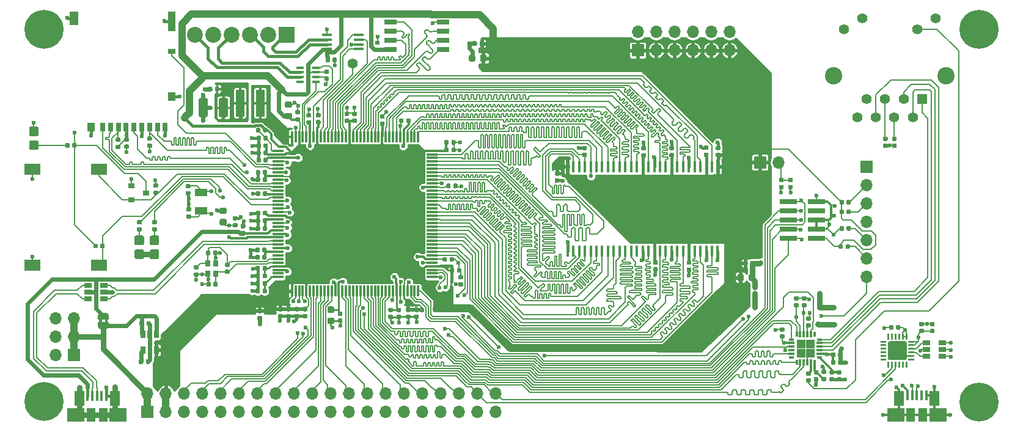
<source format=gbr>
G04 #@! TF.GenerationSoftware,KiCad,Pcbnew,5.0.0-fee4fd1~66~ubuntu16.04.1*
G04 #@! TF.CreationDate,2018-09-09T15:54:37-03:00*
G04 #@! TF.ProjectId,imxrt1020-board,696D787274313032302D626F6172642E,rev?*
G04 #@! TF.SameCoordinates,Original*
G04 #@! TF.FileFunction,Copper,L1,Top,Signal*
G04 #@! TF.FilePolarity,Positive*
%FSLAX46Y46*%
G04 Gerber Fmt 4.6, Leading zero omitted, Abs format (unit mm)*
G04 Created by KiCad (PCBNEW 5.0.0-fee4fd1~66~ubuntu16.04.1) date Sun Sep  9 15:54:37 2018*
%MOMM*%
%LPD*%
G01*
G04 APERTURE LIST*
G04 #@! TA.AperFunction,ComponentPad*
%ADD10R,1.700000X1.700000*%
G04 #@! TD*
G04 #@! TA.AperFunction,ComponentPad*
%ADD11O,1.700000X1.700000*%
G04 #@! TD*
G04 #@! TA.AperFunction,Conductor*
%ADD12C,0.100000*%
G04 #@! TD*
G04 #@! TA.AperFunction,SMDPad,CuDef*
%ADD13C,0.590000*%
G04 #@! TD*
G04 #@! TA.AperFunction,SMDPad,CuDef*
%ADD14C,0.875000*%
G04 #@! TD*
G04 #@! TA.AperFunction,SMDPad,CuDef*
%ADD15R,0.650000X1.060000*%
G04 #@! TD*
G04 #@! TA.AperFunction,SMDPad,CuDef*
%ADD16C,0.500000*%
G04 #@! TD*
G04 #@! TA.AperFunction,ComponentPad*
%ADD17C,0.800000*%
G04 #@! TD*
G04 #@! TA.AperFunction,ComponentPad*
%ADD18C,5.400000*%
G04 #@! TD*
G04 #@! TA.AperFunction,SMDPad,CuDef*
%ADD19R,0.450000X1.380000*%
G04 #@! TD*
G04 #@! TA.AperFunction,SMDPad,CuDef*
%ADD20R,1.475000X2.100000*%
G04 #@! TD*
G04 #@! TA.AperFunction,SMDPad,CuDef*
%ADD21R,2.375000X1.900000*%
G04 #@! TD*
G04 #@! TA.AperFunction,SMDPad,CuDef*
%ADD22R,1.175000X1.900000*%
G04 #@! TD*
G04 #@! TA.AperFunction,SMDPad,CuDef*
%ADD23C,2.600000*%
G04 #@! TD*
G04 #@! TA.AperFunction,SMDPad,CuDef*
%ADD24C,0.250000*%
G04 #@! TD*
G04 #@! TA.AperFunction,SMDPad,CuDef*
%ADD25R,1.060000X0.650000*%
G04 #@! TD*
G04 #@! TA.AperFunction,SMDPad,CuDef*
%ADD26R,0.700000X1.200000*%
G04 #@! TD*
G04 #@! TA.AperFunction,SMDPad,CuDef*
%ADD27R,1.000000X1.200000*%
G04 #@! TD*
G04 #@! TA.AperFunction,SMDPad,CuDef*
%ADD28R,1.000000X0.800000*%
G04 #@! TD*
G04 #@! TA.AperFunction,SMDPad,CuDef*
%ADD29R,1.000000X2.800000*%
G04 #@! TD*
G04 #@! TA.AperFunction,SMDPad,CuDef*
%ADD30R,1.300000X1.900000*%
G04 #@! TD*
G04 #@! TA.AperFunction,SMDPad,CuDef*
%ADD31R,2.180000X1.600000*%
G04 #@! TD*
G04 #@! TA.AperFunction,ComponentPad*
%ADD32R,2.200000X2.200000*%
G04 #@! TD*
G04 #@! TA.AperFunction,ComponentPad*
%ADD33C,2.200000*%
G04 #@! TD*
G04 #@! TA.AperFunction,SMDPad,CuDef*
%ADD34C,1.300000*%
G04 #@! TD*
G04 #@! TA.AperFunction,SMDPad,CuDef*
%ADD35R,2.400000X0.740000*%
G04 #@! TD*
G04 #@! TA.AperFunction,SMDPad,CuDef*
%ADD36R,0.900000X0.800000*%
G04 #@! TD*
G04 #@! TA.AperFunction,SMDPad,CuDef*
%ADD37R,1.800000X1.000000*%
G04 #@! TD*
G04 #@! TA.AperFunction,SMDPad,CuDef*
%ADD38R,0.800000X0.900000*%
G04 #@! TD*
G04 #@! TA.AperFunction,SMDPad,CuDef*
%ADD39R,1.200000X3.700000*%
G04 #@! TD*
G04 #@! TA.AperFunction,SMDPad,CuDef*
%ADD40C,1.250000*%
G04 #@! TD*
G04 #@! TA.AperFunction,ComponentPad*
%ADD41C,1.398000*%
G04 #@! TD*
G04 #@! TA.AperFunction,ComponentPad*
%ADD42C,2.400000*%
G04 #@! TD*
G04 #@! TA.AperFunction,ComponentPad*
%ADD43C,1.408000*%
G04 #@! TD*
G04 #@! TA.AperFunction,ComponentPad*
%ADD44R,1.408000X1.408000*%
G04 #@! TD*
G04 #@! TA.AperFunction,SMDPad,CuDef*
%ADD45R,0.300000X1.550000*%
G04 #@! TD*
G04 #@! TA.AperFunction,SMDPad,CuDef*
%ADD46R,1.550000X0.300000*%
G04 #@! TD*
G04 #@! TA.AperFunction,SMDPad,CuDef*
%ADD47R,0.700000X0.300000*%
G04 #@! TD*
G04 #@! TA.AperFunction,SMDPad,CuDef*
%ADD48R,0.850000X0.300000*%
G04 #@! TD*
G04 #@! TA.AperFunction,SMDPad,CuDef*
%ADD49R,0.300000X0.700000*%
G04 #@! TD*
G04 #@! TA.AperFunction,SMDPad,CuDef*
%ADD50R,0.300000X0.850000*%
G04 #@! TD*
G04 #@! TA.AperFunction,SMDPad,CuDef*
%ADD51R,0.300000X0.800000*%
G04 #@! TD*
G04 #@! TA.AperFunction,SMDPad,CuDef*
%ADD52R,1.300000X1.300000*%
G04 #@! TD*
G04 #@! TA.AperFunction,SMDPad,CuDef*
%ADD53R,0.457200X1.510000*%
G04 #@! TD*
G04 #@! TA.AperFunction,SMDPad,CuDef*
%ADD54R,1.700000X0.650000*%
G04 #@! TD*
G04 #@! TA.AperFunction,SMDPad,CuDef*
%ADD55R,1.450000X0.450000*%
G04 #@! TD*
G04 #@! TA.AperFunction,SMDPad,CuDef*
%ADD56R,1.060000X0.400000*%
G04 #@! TD*
G04 #@! TA.AperFunction,ComponentPad*
%ADD57C,1.400000*%
G04 #@! TD*
G04 #@! TA.AperFunction,ViaPad*
%ADD58C,0.600000*%
G04 #@! TD*
G04 #@! TA.AperFunction,Conductor*
%ADD59C,0.152400*%
G04 #@! TD*
G04 #@! TA.AperFunction,Conductor*
%ADD60C,0.400000*%
G04 #@! TD*
G04 #@! TA.AperFunction,Conductor*
%ADD61C,0.300000*%
G04 #@! TD*
G04 #@! TA.AperFunction,Conductor*
%ADD62C,0.600000*%
G04 #@! TD*
G04 #@! TA.AperFunction,Conductor*
%ADD63C,0.800000*%
G04 #@! TD*
G04 #@! TA.AperFunction,Conductor*
%ADD64C,0.254000*%
G04 #@! TD*
G04 #@! TA.AperFunction,Conductor*
%ADD65C,0.304800*%
G04 #@! TD*
G04 #@! TA.AperFunction,Conductor*
%ADD66C,1.100000*%
G04 #@! TD*
G04 #@! TA.AperFunction,Conductor*
%ADD67C,1.000000*%
G04 #@! TD*
G04 #@! TA.AperFunction,Conductor*
%ADD68C,0.200000*%
G04 #@! TD*
G04 APERTURE END LIST*
D10*
G04 #@! TO.P,J81,1*
G04 #@! TO.N,GND*
X225049080Y-93263720D03*
D11*
G04 #@! TO.P,J81,2*
G04 #@! TO.N,/GPIO/JTAG_TRST*
X225049080Y-95803720D03*
G04 #@! TO.P,J81,3*
G04 #@! TO.N,/GPIO/JTAG_TDI*
X225049080Y-98343720D03*
G04 #@! TO.P,J81,4*
G04 #@! TO.N,/GPIO/JTAG_TDO*
X225049080Y-100883720D03*
G04 #@! TO.P,J81,5*
G04 #@! TO.N,/GPIO/JTAG_TCK*
X225049080Y-103423720D03*
G04 #@! TO.P,J81,6*
G04 #@! TO.N,/GPIO/JTAG_TMS*
X225049080Y-105963720D03*
G04 #@! TO.P,J81,7*
G04 #@! TO.N,/GPIO/ENET_CRS_DV*
X225049080Y-108503720D03*
G04 #@! TD*
D12*
G04 #@! TO.N,+5V*
G04 #@! TO.C,C58*
G36*
X124759258Y-114681750D02*
X124773576Y-114683874D01*
X124787617Y-114687391D01*
X124801246Y-114692268D01*
X124814331Y-114698457D01*
X124826747Y-114705898D01*
X124838373Y-114714521D01*
X124849098Y-114724242D01*
X124858819Y-114734967D01*
X124867442Y-114746593D01*
X124874883Y-114759009D01*
X124881072Y-114772094D01*
X124885949Y-114785723D01*
X124889466Y-114799764D01*
X124891590Y-114814082D01*
X124892300Y-114828540D01*
X124892300Y-115173540D01*
X124891590Y-115187998D01*
X124889466Y-115202316D01*
X124885949Y-115216357D01*
X124881072Y-115229986D01*
X124874883Y-115243071D01*
X124867442Y-115255487D01*
X124858819Y-115267113D01*
X124849098Y-115277838D01*
X124838373Y-115287559D01*
X124826747Y-115296182D01*
X124814331Y-115303623D01*
X124801246Y-115309812D01*
X124787617Y-115314689D01*
X124773576Y-115318206D01*
X124759258Y-115320330D01*
X124744800Y-115321040D01*
X124449800Y-115321040D01*
X124435342Y-115320330D01*
X124421024Y-115318206D01*
X124406983Y-115314689D01*
X124393354Y-115309812D01*
X124380269Y-115303623D01*
X124367853Y-115296182D01*
X124356227Y-115287559D01*
X124345502Y-115277838D01*
X124335781Y-115267113D01*
X124327158Y-115255487D01*
X124319717Y-115243071D01*
X124313528Y-115229986D01*
X124308651Y-115216357D01*
X124305134Y-115202316D01*
X124303010Y-115187998D01*
X124302300Y-115173540D01*
X124302300Y-114828540D01*
X124303010Y-114814082D01*
X124305134Y-114799764D01*
X124308651Y-114785723D01*
X124313528Y-114772094D01*
X124319717Y-114759009D01*
X124327158Y-114746593D01*
X124335781Y-114734967D01*
X124345502Y-114724242D01*
X124356227Y-114714521D01*
X124367853Y-114705898D01*
X124380269Y-114698457D01*
X124393354Y-114692268D01*
X124406983Y-114687391D01*
X124421024Y-114683874D01*
X124435342Y-114681750D01*
X124449800Y-114681040D01*
X124744800Y-114681040D01*
X124759258Y-114681750D01*
X124759258Y-114681750D01*
G37*
D13*
G04 #@! TD*
G04 #@! TO.P,C58,1*
G04 #@! TO.N,+5V*
X124597300Y-115001040D03*
D12*
G04 #@! TO.N,GND*
G04 #@! TO.C,C58*
G36*
X125729258Y-114681750D02*
X125743576Y-114683874D01*
X125757617Y-114687391D01*
X125771246Y-114692268D01*
X125784331Y-114698457D01*
X125796747Y-114705898D01*
X125808373Y-114714521D01*
X125819098Y-114724242D01*
X125828819Y-114734967D01*
X125837442Y-114746593D01*
X125844883Y-114759009D01*
X125851072Y-114772094D01*
X125855949Y-114785723D01*
X125859466Y-114799764D01*
X125861590Y-114814082D01*
X125862300Y-114828540D01*
X125862300Y-115173540D01*
X125861590Y-115187998D01*
X125859466Y-115202316D01*
X125855949Y-115216357D01*
X125851072Y-115229986D01*
X125844883Y-115243071D01*
X125837442Y-115255487D01*
X125828819Y-115267113D01*
X125819098Y-115277838D01*
X125808373Y-115287559D01*
X125796747Y-115296182D01*
X125784331Y-115303623D01*
X125771246Y-115309812D01*
X125757617Y-115314689D01*
X125743576Y-115318206D01*
X125729258Y-115320330D01*
X125714800Y-115321040D01*
X125419800Y-115321040D01*
X125405342Y-115320330D01*
X125391024Y-115318206D01*
X125376983Y-115314689D01*
X125363354Y-115309812D01*
X125350269Y-115303623D01*
X125337853Y-115296182D01*
X125326227Y-115287559D01*
X125315502Y-115277838D01*
X125305781Y-115267113D01*
X125297158Y-115255487D01*
X125289717Y-115243071D01*
X125283528Y-115229986D01*
X125278651Y-115216357D01*
X125275134Y-115202316D01*
X125273010Y-115187998D01*
X125272300Y-115173540D01*
X125272300Y-114828540D01*
X125273010Y-114814082D01*
X125275134Y-114799764D01*
X125278651Y-114785723D01*
X125283528Y-114772094D01*
X125289717Y-114759009D01*
X125297158Y-114746593D01*
X125305781Y-114734967D01*
X125315502Y-114724242D01*
X125326227Y-114714521D01*
X125337853Y-114705898D01*
X125350269Y-114698457D01*
X125363354Y-114692268D01*
X125376983Y-114687391D01*
X125391024Y-114683874D01*
X125405342Y-114681750D01*
X125419800Y-114681040D01*
X125714800Y-114681040D01*
X125729258Y-114681750D01*
X125729258Y-114681750D01*
G37*
D13*
G04 #@! TD*
G04 #@! TO.P,C58,2*
G04 #@! TO.N,GND*
X125567300Y-115001040D03*
D12*
G04 #@! TO.N,GND*
G04 #@! TO.C,C59*
G36*
X125635278Y-119975110D02*
X125649596Y-119977234D01*
X125663637Y-119980751D01*
X125677266Y-119985628D01*
X125690351Y-119991817D01*
X125702767Y-119999258D01*
X125714393Y-120007881D01*
X125725118Y-120017602D01*
X125734839Y-120028327D01*
X125743462Y-120039953D01*
X125750903Y-120052369D01*
X125757092Y-120065454D01*
X125761969Y-120079083D01*
X125765486Y-120093124D01*
X125767610Y-120107442D01*
X125768320Y-120121900D01*
X125768320Y-120466900D01*
X125767610Y-120481358D01*
X125765486Y-120495676D01*
X125761969Y-120509717D01*
X125757092Y-120523346D01*
X125750903Y-120536431D01*
X125743462Y-120548847D01*
X125734839Y-120560473D01*
X125725118Y-120571198D01*
X125714393Y-120580919D01*
X125702767Y-120589542D01*
X125690351Y-120596983D01*
X125677266Y-120603172D01*
X125663637Y-120608049D01*
X125649596Y-120611566D01*
X125635278Y-120613690D01*
X125620820Y-120614400D01*
X125325820Y-120614400D01*
X125311362Y-120613690D01*
X125297044Y-120611566D01*
X125283003Y-120608049D01*
X125269374Y-120603172D01*
X125256289Y-120596983D01*
X125243873Y-120589542D01*
X125232247Y-120580919D01*
X125221522Y-120571198D01*
X125211801Y-120560473D01*
X125203178Y-120548847D01*
X125195737Y-120536431D01*
X125189548Y-120523346D01*
X125184671Y-120509717D01*
X125181154Y-120495676D01*
X125179030Y-120481358D01*
X125178320Y-120466900D01*
X125178320Y-120121900D01*
X125179030Y-120107442D01*
X125181154Y-120093124D01*
X125184671Y-120079083D01*
X125189548Y-120065454D01*
X125195737Y-120052369D01*
X125203178Y-120039953D01*
X125211801Y-120028327D01*
X125221522Y-120017602D01*
X125232247Y-120007881D01*
X125243873Y-119999258D01*
X125256289Y-119991817D01*
X125269374Y-119985628D01*
X125283003Y-119980751D01*
X125297044Y-119977234D01*
X125311362Y-119975110D01*
X125325820Y-119974400D01*
X125620820Y-119974400D01*
X125635278Y-119975110D01*
X125635278Y-119975110D01*
G37*
D13*
G04 #@! TD*
G04 #@! TO.P,C59,2*
G04 #@! TO.N,GND*
X125473320Y-120294400D03*
D12*
G04 #@! TO.N,Net-(C59-Pad1)*
G04 #@! TO.C,C59*
G36*
X124665278Y-119975110D02*
X124679596Y-119977234D01*
X124693637Y-119980751D01*
X124707266Y-119985628D01*
X124720351Y-119991817D01*
X124732767Y-119999258D01*
X124744393Y-120007881D01*
X124755118Y-120017602D01*
X124764839Y-120028327D01*
X124773462Y-120039953D01*
X124780903Y-120052369D01*
X124787092Y-120065454D01*
X124791969Y-120079083D01*
X124795486Y-120093124D01*
X124797610Y-120107442D01*
X124798320Y-120121900D01*
X124798320Y-120466900D01*
X124797610Y-120481358D01*
X124795486Y-120495676D01*
X124791969Y-120509717D01*
X124787092Y-120523346D01*
X124780903Y-120536431D01*
X124773462Y-120548847D01*
X124764839Y-120560473D01*
X124755118Y-120571198D01*
X124744393Y-120580919D01*
X124732767Y-120589542D01*
X124720351Y-120596983D01*
X124707266Y-120603172D01*
X124693637Y-120608049D01*
X124679596Y-120611566D01*
X124665278Y-120613690D01*
X124650820Y-120614400D01*
X124355820Y-120614400D01*
X124341362Y-120613690D01*
X124327044Y-120611566D01*
X124313003Y-120608049D01*
X124299374Y-120603172D01*
X124286289Y-120596983D01*
X124273873Y-120589542D01*
X124262247Y-120580919D01*
X124251522Y-120571198D01*
X124241801Y-120560473D01*
X124233178Y-120548847D01*
X124225737Y-120536431D01*
X124219548Y-120523346D01*
X124214671Y-120509717D01*
X124211154Y-120495676D01*
X124209030Y-120481358D01*
X124208320Y-120466900D01*
X124208320Y-120121900D01*
X124209030Y-120107442D01*
X124211154Y-120093124D01*
X124214671Y-120079083D01*
X124219548Y-120065454D01*
X124225737Y-120052369D01*
X124233178Y-120039953D01*
X124241801Y-120028327D01*
X124251522Y-120017602D01*
X124262247Y-120007881D01*
X124273873Y-119999258D01*
X124286289Y-119991817D01*
X124299374Y-119985628D01*
X124313003Y-119980751D01*
X124327044Y-119977234D01*
X124341362Y-119975110D01*
X124355820Y-119974400D01*
X124650820Y-119974400D01*
X124665278Y-119975110D01*
X124665278Y-119975110D01*
G37*
D13*
G04 #@! TD*
G04 #@! TO.P,C59,1*
G04 #@! TO.N,Net-(C59-Pad1)*
X124503320Y-120294400D03*
D12*
G04 #@! TO.N,+3V3*
G04 #@! TO.C,C60*
G36*
X141146798Y-112982230D02*
X141161116Y-112984354D01*
X141175157Y-112987871D01*
X141188786Y-112992748D01*
X141201871Y-112998937D01*
X141214287Y-113006378D01*
X141225913Y-113015001D01*
X141236638Y-113024722D01*
X141246359Y-113035447D01*
X141254982Y-113047073D01*
X141262423Y-113059489D01*
X141268612Y-113072574D01*
X141273489Y-113086203D01*
X141277006Y-113100244D01*
X141279130Y-113114562D01*
X141279840Y-113129020D01*
X141279840Y-113424020D01*
X141279130Y-113438478D01*
X141277006Y-113452796D01*
X141273489Y-113466837D01*
X141268612Y-113480466D01*
X141262423Y-113493551D01*
X141254982Y-113505967D01*
X141246359Y-113517593D01*
X141236638Y-113528318D01*
X141225913Y-113538039D01*
X141214287Y-113546662D01*
X141201871Y-113554103D01*
X141188786Y-113560292D01*
X141175157Y-113565169D01*
X141161116Y-113568686D01*
X141146798Y-113570810D01*
X141132340Y-113571520D01*
X140787340Y-113571520D01*
X140772882Y-113570810D01*
X140758564Y-113568686D01*
X140744523Y-113565169D01*
X140730894Y-113560292D01*
X140717809Y-113554103D01*
X140705393Y-113546662D01*
X140693767Y-113538039D01*
X140683042Y-113528318D01*
X140673321Y-113517593D01*
X140664698Y-113505967D01*
X140657257Y-113493551D01*
X140651068Y-113480466D01*
X140646191Y-113466837D01*
X140642674Y-113452796D01*
X140640550Y-113438478D01*
X140639840Y-113424020D01*
X140639840Y-113129020D01*
X140640550Y-113114562D01*
X140642674Y-113100244D01*
X140646191Y-113086203D01*
X140651068Y-113072574D01*
X140657257Y-113059489D01*
X140664698Y-113047073D01*
X140673321Y-113035447D01*
X140683042Y-113024722D01*
X140693767Y-113015001D01*
X140705393Y-113006378D01*
X140717809Y-112998937D01*
X140730894Y-112992748D01*
X140744523Y-112987871D01*
X140758564Y-112984354D01*
X140772882Y-112982230D01*
X140787340Y-112981520D01*
X141132340Y-112981520D01*
X141146798Y-112982230D01*
X141146798Y-112982230D01*
G37*
D13*
G04 #@! TD*
G04 #@! TO.P,C60,1*
G04 #@! TO.N,+3V3*
X140959840Y-113276520D03*
D12*
G04 #@! TO.N,GND*
G04 #@! TO.C,C60*
G36*
X141146798Y-113952230D02*
X141161116Y-113954354D01*
X141175157Y-113957871D01*
X141188786Y-113962748D01*
X141201871Y-113968937D01*
X141214287Y-113976378D01*
X141225913Y-113985001D01*
X141236638Y-113994722D01*
X141246359Y-114005447D01*
X141254982Y-114017073D01*
X141262423Y-114029489D01*
X141268612Y-114042574D01*
X141273489Y-114056203D01*
X141277006Y-114070244D01*
X141279130Y-114084562D01*
X141279840Y-114099020D01*
X141279840Y-114394020D01*
X141279130Y-114408478D01*
X141277006Y-114422796D01*
X141273489Y-114436837D01*
X141268612Y-114450466D01*
X141262423Y-114463551D01*
X141254982Y-114475967D01*
X141246359Y-114487593D01*
X141236638Y-114498318D01*
X141225913Y-114508039D01*
X141214287Y-114516662D01*
X141201871Y-114524103D01*
X141188786Y-114530292D01*
X141175157Y-114535169D01*
X141161116Y-114538686D01*
X141146798Y-114540810D01*
X141132340Y-114541520D01*
X140787340Y-114541520D01*
X140772882Y-114540810D01*
X140758564Y-114538686D01*
X140744523Y-114535169D01*
X140730894Y-114530292D01*
X140717809Y-114524103D01*
X140705393Y-114516662D01*
X140693767Y-114508039D01*
X140683042Y-114498318D01*
X140673321Y-114487593D01*
X140664698Y-114475967D01*
X140657257Y-114463551D01*
X140651068Y-114450466D01*
X140646191Y-114436837D01*
X140642674Y-114422796D01*
X140640550Y-114408478D01*
X140639840Y-114394020D01*
X140639840Y-114099020D01*
X140640550Y-114084562D01*
X140642674Y-114070244D01*
X140646191Y-114056203D01*
X140651068Y-114042574D01*
X140657257Y-114029489D01*
X140664698Y-114017073D01*
X140673321Y-114005447D01*
X140683042Y-113994722D01*
X140693767Y-113985001D01*
X140705393Y-113976378D01*
X140717809Y-113968937D01*
X140730894Y-113962748D01*
X140744523Y-113957871D01*
X140758564Y-113954354D01*
X140772882Y-113952230D01*
X140787340Y-113951520D01*
X141132340Y-113951520D01*
X141146798Y-113952230D01*
X141146798Y-113952230D01*
G37*
D13*
G04 #@! TD*
G04 #@! TO.P,C60,2*
G04 #@! TO.N,GND*
X140959840Y-114246520D03*
D12*
G04 #@! TO.N,GND*
G04 #@! TO.C,C72*
G36*
X170618211Y-77765673D02*
X170639446Y-77768823D01*
X170660270Y-77774039D01*
X170680482Y-77781271D01*
X170699888Y-77790450D01*
X170718301Y-77801486D01*
X170735544Y-77814274D01*
X170751450Y-77828690D01*
X170765866Y-77844596D01*
X170778654Y-77861839D01*
X170789690Y-77880252D01*
X170798869Y-77899658D01*
X170806101Y-77919870D01*
X170811317Y-77940694D01*
X170814467Y-77961929D01*
X170815520Y-77983370D01*
X170815520Y-78495870D01*
X170814467Y-78517311D01*
X170811317Y-78538546D01*
X170806101Y-78559370D01*
X170798869Y-78579582D01*
X170789690Y-78598988D01*
X170778654Y-78617401D01*
X170765866Y-78634644D01*
X170751450Y-78650550D01*
X170735544Y-78664966D01*
X170718301Y-78677754D01*
X170699888Y-78688790D01*
X170680482Y-78697969D01*
X170660270Y-78705201D01*
X170639446Y-78710417D01*
X170618211Y-78713567D01*
X170596770Y-78714620D01*
X170159270Y-78714620D01*
X170137829Y-78713567D01*
X170116594Y-78710417D01*
X170095770Y-78705201D01*
X170075558Y-78697969D01*
X170056152Y-78688790D01*
X170037739Y-78677754D01*
X170020496Y-78664966D01*
X170004590Y-78650550D01*
X169990174Y-78634644D01*
X169977386Y-78617401D01*
X169966350Y-78598988D01*
X169957171Y-78579582D01*
X169949939Y-78559370D01*
X169944723Y-78538546D01*
X169941573Y-78517311D01*
X169940520Y-78495870D01*
X169940520Y-77983370D01*
X169941573Y-77961929D01*
X169944723Y-77940694D01*
X169949939Y-77919870D01*
X169957171Y-77899658D01*
X169966350Y-77880252D01*
X169977386Y-77861839D01*
X169990174Y-77844596D01*
X170004590Y-77828690D01*
X170020496Y-77814274D01*
X170037739Y-77801486D01*
X170056152Y-77790450D01*
X170075558Y-77781271D01*
X170095770Y-77774039D01*
X170116594Y-77768823D01*
X170137829Y-77765673D01*
X170159270Y-77764620D01*
X170596770Y-77764620D01*
X170618211Y-77765673D01*
X170618211Y-77765673D01*
G37*
D14*
G04 #@! TD*
G04 #@! TO.P,C72,2*
G04 #@! TO.N,GND*
X170378020Y-78239620D03*
D12*
G04 #@! TO.N,+3V3*
G04 #@! TO.C,C72*
G36*
X172193211Y-77765673D02*
X172214446Y-77768823D01*
X172235270Y-77774039D01*
X172255482Y-77781271D01*
X172274888Y-77790450D01*
X172293301Y-77801486D01*
X172310544Y-77814274D01*
X172326450Y-77828690D01*
X172340866Y-77844596D01*
X172353654Y-77861839D01*
X172364690Y-77880252D01*
X172373869Y-77899658D01*
X172381101Y-77919870D01*
X172386317Y-77940694D01*
X172389467Y-77961929D01*
X172390520Y-77983370D01*
X172390520Y-78495870D01*
X172389467Y-78517311D01*
X172386317Y-78538546D01*
X172381101Y-78559370D01*
X172373869Y-78579582D01*
X172364690Y-78598988D01*
X172353654Y-78617401D01*
X172340866Y-78634644D01*
X172326450Y-78650550D01*
X172310544Y-78664966D01*
X172293301Y-78677754D01*
X172274888Y-78688790D01*
X172255482Y-78697969D01*
X172235270Y-78705201D01*
X172214446Y-78710417D01*
X172193211Y-78713567D01*
X172171770Y-78714620D01*
X171734270Y-78714620D01*
X171712829Y-78713567D01*
X171691594Y-78710417D01*
X171670770Y-78705201D01*
X171650558Y-78697969D01*
X171631152Y-78688790D01*
X171612739Y-78677754D01*
X171595496Y-78664966D01*
X171579590Y-78650550D01*
X171565174Y-78634644D01*
X171552386Y-78617401D01*
X171541350Y-78598988D01*
X171532171Y-78579582D01*
X171524939Y-78559370D01*
X171519723Y-78538546D01*
X171516573Y-78517311D01*
X171515520Y-78495870D01*
X171515520Y-77983370D01*
X171516573Y-77961929D01*
X171519723Y-77940694D01*
X171524939Y-77919870D01*
X171532171Y-77899658D01*
X171541350Y-77880252D01*
X171552386Y-77861839D01*
X171565174Y-77844596D01*
X171579590Y-77828690D01*
X171595496Y-77814274D01*
X171612739Y-77801486D01*
X171631152Y-77790450D01*
X171650558Y-77781271D01*
X171670770Y-77774039D01*
X171691594Y-77768823D01*
X171712829Y-77765673D01*
X171734270Y-77764620D01*
X172171770Y-77764620D01*
X172193211Y-77765673D01*
X172193211Y-77765673D01*
G37*
D14*
G04 #@! TD*
G04 #@! TO.P,C72,1*
G04 #@! TO.N,+3V3*
X171953020Y-78239620D03*
D12*
G04 #@! TO.N,+3V3*
G04 #@! TO.C,C74*
G36*
X207819051Y-108154233D02*
X207840286Y-108157383D01*
X207861110Y-108162599D01*
X207881322Y-108169831D01*
X207900728Y-108179010D01*
X207919141Y-108190046D01*
X207936384Y-108202834D01*
X207952290Y-108217250D01*
X207966706Y-108233156D01*
X207979494Y-108250399D01*
X207990530Y-108268812D01*
X207999709Y-108288218D01*
X208006941Y-108308430D01*
X208012157Y-108329254D01*
X208015307Y-108350489D01*
X208016360Y-108371930D01*
X208016360Y-108884430D01*
X208015307Y-108905871D01*
X208012157Y-108927106D01*
X208006941Y-108947930D01*
X207999709Y-108968142D01*
X207990530Y-108987548D01*
X207979494Y-109005961D01*
X207966706Y-109023204D01*
X207952290Y-109039110D01*
X207936384Y-109053526D01*
X207919141Y-109066314D01*
X207900728Y-109077350D01*
X207881322Y-109086529D01*
X207861110Y-109093761D01*
X207840286Y-109098977D01*
X207819051Y-109102127D01*
X207797610Y-109103180D01*
X207360110Y-109103180D01*
X207338669Y-109102127D01*
X207317434Y-109098977D01*
X207296610Y-109093761D01*
X207276398Y-109086529D01*
X207256992Y-109077350D01*
X207238579Y-109066314D01*
X207221336Y-109053526D01*
X207205430Y-109039110D01*
X207191014Y-109023204D01*
X207178226Y-109005961D01*
X207167190Y-108987548D01*
X207158011Y-108968142D01*
X207150779Y-108947930D01*
X207145563Y-108927106D01*
X207142413Y-108905871D01*
X207141360Y-108884430D01*
X207141360Y-108371930D01*
X207142413Y-108350489D01*
X207145563Y-108329254D01*
X207150779Y-108308430D01*
X207158011Y-108288218D01*
X207167190Y-108268812D01*
X207178226Y-108250399D01*
X207191014Y-108233156D01*
X207205430Y-108217250D01*
X207221336Y-108202834D01*
X207238579Y-108190046D01*
X207256992Y-108179010D01*
X207276398Y-108169831D01*
X207296610Y-108162599D01*
X207317434Y-108157383D01*
X207338669Y-108154233D01*
X207360110Y-108153180D01*
X207797610Y-108153180D01*
X207819051Y-108154233D01*
X207819051Y-108154233D01*
G37*
D14*
G04 #@! TD*
G04 #@! TO.P,C74,1*
G04 #@! TO.N,+3V3*
X207578860Y-108628180D03*
D12*
G04 #@! TO.N,GND*
G04 #@! TO.C,C74*
G36*
X209394051Y-108154233D02*
X209415286Y-108157383D01*
X209436110Y-108162599D01*
X209456322Y-108169831D01*
X209475728Y-108179010D01*
X209494141Y-108190046D01*
X209511384Y-108202834D01*
X209527290Y-108217250D01*
X209541706Y-108233156D01*
X209554494Y-108250399D01*
X209565530Y-108268812D01*
X209574709Y-108288218D01*
X209581941Y-108308430D01*
X209587157Y-108329254D01*
X209590307Y-108350489D01*
X209591360Y-108371930D01*
X209591360Y-108884430D01*
X209590307Y-108905871D01*
X209587157Y-108927106D01*
X209581941Y-108947930D01*
X209574709Y-108968142D01*
X209565530Y-108987548D01*
X209554494Y-109005961D01*
X209541706Y-109023204D01*
X209527290Y-109039110D01*
X209511384Y-109053526D01*
X209494141Y-109066314D01*
X209475728Y-109077350D01*
X209456322Y-109086529D01*
X209436110Y-109093761D01*
X209415286Y-109098977D01*
X209394051Y-109102127D01*
X209372610Y-109103180D01*
X208935110Y-109103180D01*
X208913669Y-109102127D01*
X208892434Y-109098977D01*
X208871610Y-109093761D01*
X208851398Y-109086529D01*
X208831992Y-109077350D01*
X208813579Y-109066314D01*
X208796336Y-109053526D01*
X208780430Y-109039110D01*
X208766014Y-109023204D01*
X208753226Y-109005961D01*
X208742190Y-108987548D01*
X208733011Y-108968142D01*
X208725779Y-108947930D01*
X208720563Y-108927106D01*
X208717413Y-108905871D01*
X208716360Y-108884430D01*
X208716360Y-108371930D01*
X208717413Y-108350489D01*
X208720563Y-108329254D01*
X208725779Y-108308430D01*
X208733011Y-108288218D01*
X208742190Y-108268812D01*
X208753226Y-108250399D01*
X208766014Y-108233156D01*
X208780430Y-108217250D01*
X208796336Y-108202834D01*
X208813579Y-108190046D01*
X208831992Y-108179010D01*
X208851398Y-108169831D01*
X208871610Y-108162599D01*
X208892434Y-108157383D01*
X208913669Y-108154233D01*
X208935110Y-108153180D01*
X209372610Y-108153180D01*
X209394051Y-108154233D01*
X209394051Y-108154233D01*
G37*
D14*
G04 #@! TD*
G04 #@! TO.P,C74,2*
G04 #@! TO.N,GND*
X209153860Y-108628180D03*
D15*
G04 #@! TO.P,U5,1*
G04 #@! TO.N,+5V*
X126654600Y-116496920D03*
G04 #@! TO.P,U5,2*
G04 #@! TO.N,GND*
X125704600Y-116496920D03*
G04 #@! TO.P,U5,3*
G04 #@! TO.N,+5V*
X124754600Y-116496920D03*
G04 #@! TO.P,U5,4*
G04 #@! TO.N,Net-(C59-Pad1)*
X124754600Y-118696920D03*
G04 #@! TO.P,U5,5*
G04 #@! TO.N,+3V3*
X126654600Y-118696920D03*
G04 #@! TD*
D10*
G04 #@! TO.P,J6,1*
G04 #@! TO.N,+3V3*
X193349880Y-77155040D03*
D11*
G04 #@! TO.P,J6,2*
G04 #@! TO.N,GND*
X193349880Y-74615040D03*
G04 #@! TO.P,J6,3*
G04 #@! TO.N,+3V3*
X195889880Y-77155040D03*
G04 #@! TO.P,J6,4*
G04 #@! TO.N,GND*
X195889880Y-74615040D03*
G04 #@! TO.P,J6,5*
G04 #@! TO.N,+3V3*
X198429880Y-77155040D03*
G04 #@! TO.P,J6,6*
G04 #@! TO.N,GND*
X198429880Y-74615040D03*
G04 #@! TO.P,J6,7*
G04 #@! TO.N,+3V3*
X200969880Y-77155040D03*
G04 #@! TO.P,J6,8*
G04 #@! TO.N,GND*
X200969880Y-74615040D03*
G04 #@! TO.P,J6,9*
G04 #@! TO.N,+3V3*
X203509880Y-77155040D03*
G04 #@! TO.P,J6,10*
G04 #@! TO.N,GND*
X203509880Y-74615040D03*
G04 #@! TO.P,J6,11*
G04 #@! TO.N,+3V3*
X206049880Y-77155040D03*
G04 #@! TO.P,J6,12*
G04 #@! TO.N,GND*
X206049880Y-74615040D03*
G04 #@! TD*
D16*
G04 #@! TO.P,JP2,1*
G04 #@! TO.N,+5V*
X119303800Y-113997980D03*
D12*
G04 #@! TD*
G04 #@! TO.N,+5V*
G04 #@! TO.C,JP2*
G36*
X119903800Y-114497980D02*
X119903800Y-114897980D01*
X119503800Y-114897980D01*
X119503800Y-114497980D01*
X119103800Y-114497980D01*
X119103800Y-114897980D01*
X118703800Y-114897980D01*
X118703800Y-114497980D01*
X118553800Y-114497980D01*
X118553800Y-113997980D01*
X118554402Y-113997980D01*
X118554402Y-113973446D01*
X118559212Y-113924615D01*
X118568784Y-113876490D01*
X118583028Y-113829535D01*
X118601805Y-113784202D01*
X118624936Y-113740929D01*
X118652196Y-113700130D01*
X118683324Y-113662201D01*
X118718021Y-113627504D01*
X118755950Y-113596376D01*
X118796749Y-113569116D01*
X118840022Y-113545985D01*
X118885355Y-113527208D01*
X118932310Y-113512964D01*
X118980435Y-113503392D01*
X119029266Y-113498582D01*
X119053800Y-113498582D01*
X119053800Y-113497980D01*
X119553800Y-113497980D01*
X119553800Y-113498582D01*
X119578334Y-113498582D01*
X119627165Y-113503392D01*
X119675290Y-113512964D01*
X119722245Y-113527208D01*
X119767578Y-113545985D01*
X119810851Y-113569116D01*
X119851650Y-113596376D01*
X119889579Y-113627504D01*
X119924276Y-113662201D01*
X119955404Y-113700130D01*
X119982664Y-113740929D01*
X120005795Y-113784202D01*
X120024572Y-113829535D01*
X120038816Y-113876490D01*
X120048388Y-113924615D01*
X120053198Y-113973446D01*
X120053198Y-113997980D01*
X120053800Y-113997980D01*
X120053800Y-114497980D01*
X119903800Y-114497980D01*
X119903800Y-114497980D01*
G37*
D16*
G04 #@! TO.P,JP2,2*
G04 #@! TO.N,+5V*
X119303800Y-115297980D03*
D12*
G04 #@! TD*
G04 #@! TO.N,+5V*
G04 #@! TO.C,JP2*
G36*
X120053198Y-115297980D02*
X120053198Y-115322514D01*
X120048388Y-115371345D01*
X120038816Y-115419470D01*
X120024572Y-115466425D01*
X120005795Y-115511758D01*
X119982664Y-115555031D01*
X119955404Y-115595830D01*
X119924276Y-115633759D01*
X119889579Y-115668456D01*
X119851650Y-115699584D01*
X119810851Y-115726844D01*
X119767578Y-115749975D01*
X119722245Y-115768752D01*
X119675290Y-115782996D01*
X119627165Y-115792568D01*
X119578334Y-115797378D01*
X119553800Y-115797378D01*
X119553800Y-115797980D01*
X119053800Y-115797980D01*
X119053800Y-115797378D01*
X119029266Y-115797378D01*
X118980435Y-115792568D01*
X118932310Y-115782996D01*
X118885355Y-115768752D01*
X118840022Y-115749975D01*
X118796749Y-115726844D01*
X118755950Y-115699584D01*
X118718021Y-115668456D01*
X118683324Y-115633759D01*
X118652196Y-115595830D01*
X118624936Y-115555031D01*
X118601805Y-115511758D01*
X118583028Y-115466425D01*
X118568784Y-115419470D01*
X118559212Y-115371345D01*
X118554402Y-115322514D01*
X118554402Y-115297980D01*
X118553800Y-115297980D01*
X118553800Y-114797980D01*
X120053800Y-114797980D01*
X120053800Y-115297980D01*
X120053198Y-115297980D01*
X120053198Y-115297980D01*
G37*
D17*
G04 #@! TO.P,MH1,1*
G04 #@! TO.N,GND*
X112489471Y-124351929D03*
X111057580Y-123758820D03*
X109625689Y-124351929D03*
X109032580Y-125783820D03*
X109625689Y-127215711D03*
X111057580Y-127808820D03*
X112489471Y-127215711D03*
X113082580Y-125783820D03*
D18*
X111057580Y-125783820D03*
G04 #@! TD*
G04 #@! TO.P,MH2,1*
G04 #@! TO.N,GND*
X111057580Y-74283820D03*
D17*
X113082580Y-74283820D03*
X112489471Y-75715711D03*
X111057580Y-76308820D03*
X109625689Y-75715711D03*
X109032580Y-74283820D03*
X109625689Y-72851929D03*
X111057580Y-72258820D03*
X112489471Y-72851929D03*
G04 #@! TD*
G04 #@! TO.P,MH3,1*
G04 #@! TO.N,GND*
X242089471Y-72851929D03*
X240657580Y-72258820D03*
X239225689Y-72851929D03*
X238632580Y-74283820D03*
X239225689Y-75715711D03*
X240657580Y-76308820D03*
X242089471Y-75715711D03*
X242682580Y-74283820D03*
D18*
X240657580Y-74283820D03*
G04 #@! TD*
G04 #@! TO.P,MH4,1*
G04 #@! TO.N,GND*
X240657580Y-125883820D03*
D17*
X242682580Y-125883820D03*
X242089471Y-127315711D03*
X240657580Y-127908820D03*
X239225689Y-127315711D03*
X238632580Y-125883820D03*
X239225689Y-124451929D03*
X240657580Y-123858820D03*
X242089471Y-124451929D03*
G04 #@! TD*
D12*
G04 #@! TO.N,GND*
G04 #@! TO.C,C78*
G36*
X234319078Y-114795790D02*
X234333396Y-114797914D01*
X234347437Y-114801431D01*
X234361066Y-114806308D01*
X234374151Y-114812497D01*
X234386567Y-114819938D01*
X234398193Y-114828561D01*
X234408918Y-114838282D01*
X234418639Y-114849007D01*
X234427262Y-114860633D01*
X234434703Y-114873049D01*
X234440892Y-114886134D01*
X234445769Y-114899763D01*
X234449286Y-114913804D01*
X234451410Y-114928122D01*
X234452120Y-114942580D01*
X234452120Y-115237580D01*
X234451410Y-115252038D01*
X234449286Y-115266356D01*
X234445769Y-115280397D01*
X234440892Y-115294026D01*
X234434703Y-115307111D01*
X234427262Y-115319527D01*
X234418639Y-115331153D01*
X234408918Y-115341878D01*
X234398193Y-115351599D01*
X234386567Y-115360222D01*
X234374151Y-115367663D01*
X234361066Y-115373852D01*
X234347437Y-115378729D01*
X234333396Y-115382246D01*
X234319078Y-115384370D01*
X234304620Y-115385080D01*
X233959620Y-115385080D01*
X233945162Y-115384370D01*
X233930844Y-115382246D01*
X233916803Y-115378729D01*
X233903174Y-115373852D01*
X233890089Y-115367663D01*
X233877673Y-115360222D01*
X233866047Y-115351599D01*
X233855322Y-115341878D01*
X233845601Y-115331153D01*
X233836978Y-115319527D01*
X233829537Y-115307111D01*
X233823348Y-115294026D01*
X233818471Y-115280397D01*
X233814954Y-115266356D01*
X233812830Y-115252038D01*
X233812120Y-115237580D01*
X233812120Y-114942580D01*
X233812830Y-114928122D01*
X233814954Y-114913804D01*
X233818471Y-114899763D01*
X233823348Y-114886134D01*
X233829537Y-114873049D01*
X233836978Y-114860633D01*
X233845601Y-114849007D01*
X233855322Y-114838282D01*
X233866047Y-114828561D01*
X233877673Y-114819938D01*
X233890089Y-114812497D01*
X233903174Y-114806308D01*
X233916803Y-114801431D01*
X233930844Y-114797914D01*
X233945162Y-114795790D01*
X233959620Y-114795080D01*
X234304620Y-114795080D01*
X234319078Y-114795790D01*
X234319078Y-114795790D01*
G37*
D13*
G04 #@! TD*
G04 #@! TO.P,C78,1*
G04 #@! TO.N,GND*
X234132120Y-115090080D03*
D12*
G04 #@! TO.N,+3V3*
G04 #@! TO.C,C78*
G36*
X234319078Y-115765790D02*
X234333396Y-115767914D01*
X234347437Y-115771431D01*
X234361066Y-115776308D01*
X234374151Y-115782497D01*
X234386567Y-115789938D01*
X234398193Y-115798561D01*
X234408918Y-115808282D01*
X234418639Y-115819007D01*
X234427262Y-115830633D01*
X234434703Y-115843049D01*
X234440892Y-115856134D01*
X234445769Y-115869763D01*
X234449286Y-115883804D01*
X234451410Y-115898122D01*
X234452120Y-115912580D01*
X234452120Y-116207580D01*
X234451410Y-116222038D01*
X234449286Y-116236356D01*
X234445769Y-116250397D01*
X234440892Y-116264026D01*
X234434703Y-116277111D01*
X234427262Y-116289527D01*
X234418639Y-116301153D01*
X234408918Y-116311878D01*
X234398193Y-116321599D01*
X234386567Y-116330222D01*
X234374151Y-116337663D01*
X234361066Y-116343852D01*
X234347437Y-116348729D01*
X234333396Y-116352246D01*
X234319078Y-116354370D01*
X234304620Y-116355080D01*
X233959620Y-116355080D01*
X233945162Y-116354370D01*
X233930844Y-116352246D01*
X233916803Y-116348729D01*
X233903174Y-116343852D01*
X233890089Y-116337663D01*
X233877673Y-116330222D01*
X233866047Y-116321599D01*
X233855322Y-116311878D01*
X233845601Y-116301153D01*
X233836978Y-116289527D01*
X233829537Y-116277111D01*
X233823348Y-116264026D01*
X233818471Y-116250397D01*
X233814954Y-116236356D01*
X233812830Y-116222038D01*
X233812120Y-116207580D01*
X233812120Y-115912580D01*
X233812830Y-115898122D01*
X233814954Y-115883804D01*
X233818471Y-115869763D01*
X233823348Y-115856134D01*
X233829537Y-115843049D01*
X233836978Y-115830633D01*
X233845601Y-115819007D01*
X233855322Y-115808282D01*
X233866047Y-115798561D01*
X233877673Y-115789938D01*
X233890089Y-115782497D01*
X233903174Y-115776308D01*
X233916803Y-115771431D01*
X233930844Y-115767914D01*
X233945162Y-115765790D01*
X233959620Y-115765080D01*
X234304620Y-115765080D01*
X234319078Y-115765790D01*
X234319078Y-115765790D01*
G37*
D13*
G04 #@! TD*
G04 #@! TO.P,C78,2*
G04 #@! TO.N,+3V3*
X234132120Y-116060080D03*
D12*
G04 #@! TO.N,+3V3*
G04 #@! TO.C,C77*
G36*
X232835718Y-115758170D02*
X232850036Y-115760294D01*
X232864077Y-115763811D01*
X232877706Y-115768688D01*
X232890791Y-115774877D01*
X232903207Y-115782318D01*
X232914833Y-115790941D01*
X232925558Y-115800662D01*
X232935279Y-115811387D01*
X232943902Y-115823013D01*
X232951343Y-115835429D01*
X232957532Y-115848514D01*
X232962409Y-115862143D01*
X232965926Y-115876184D01*
X232968050Y-115890502D01*
X232968760Y-115904960D01*
X232968760Y-116199960D01*
X232968050Y-116214418D01*
X232965926Y-116228736D01*
X232962409Y-116242777D01*
X232957532Y-116256406D01*
X232951343Y-116269491D01*
X232943902Y-116281907D01*
X232935279Y-116293533D01*
X232925558Y-116304258D01*
X232914833Y-116313979D01*
X232903207Y-116322602D01*
X232890791Y-116330043D01*
X232877706Y-116336232D01*
X232864077Y-116341109D01*
X232850036Y-116344626D01*
X232835718Y-116346750D01*
X232821260Y-116347460D01*
X232476260Y-116347460D01*
X232461802Y-116346750D01*
X232447484Y-116344626D01*
X232433443Y-116341109D01*
X232419814Y-116336232D01*
X232406729Y-116330043D01*
X232394313Y-116322602D01*
X232382687Y-116313979D01*
X232371962Y-116304258D01*
X232362241Y-116293533D01*
X232353618Y-116281907D01*
X232346177Y-116269491D01*
X232339988Y-116256406D01*
X232335111Y-116242777D01*
X232331594Y-116228736D01*
X232329470Y-116214418D01*
X232328760Y-116199960D01*
X232328760Y-115904960D01*
X232329470Y-115890502D01*
X232331594Y-115876184D01*
X232335111Y-115862143D01*
X232339988Y-115848514D01*
X232346177Y-115835429D01*
X232353618Y-115823013D01*
X232362241Y-115811387D01*
X232371962Y-115800662D01*
X232382687Y-115790941D01*
X232394313Y-115782318D01*
X232406729Y-115774877D01*
X232419814Y-115768688D01*
X232433443Y-115763811D01*
X232447484Y-115760294D01*
X232461802Y-115758170D01*
X232476260Y-115757460D01*
X232821260Y-115757460D01*
X232835718Y-115758170D01*
X232835718Y-115758170D01*
G37*
D13*
G04 #@! TD*
G04 #@! TO.P,C77,2*
G04 #@! TO.N,+3V3*
X232648760Y-116052460D03*
D12*
G04 #@! TO.N,GND*
G04 #@! TO.C,C77*
G36*
X232835718Y-114788170D02*
X232850036Y-114790294D01*
X232864077Y-114793811D01*
X232877706Y-114798688D01*
X232890791Y-114804877D01*
X232903207Y-114812318D01*
X232914833Y-114820941D01*
X232925558Y-114830662D01*
X232935279Y-114841387D01*
X232943902Y-114853013D01*
X232951343Y-114865429D01*
X232957532Y-114878514D01*
X232962409Y-114892143D01*
X232965926Y-114906184D01*
X232968050Y-114920502D01*
X232968760Y-114934960D01*
X232968760Y-115229960D01*
X232968050Y-115244418D01*
X232965926Y-115258736D01*
X232962409Y-115272777D01*
X232957532Y-115286406D01*
X232951343Y-115299491D01*
X232943902Y-115311907D01*
X232935279Y-115323533D01*
X232925558Y-115334258D01*
X232914833Y-115343979D01*
X232903207Y-115352602D01*
X232890791Y-115360043D01*
X232877706Y-115366232D01*
X232864077Y-115371109D01*
X232850036Y-115374626D01*
X232835718Y-115376750D01*
X232821260Y-115377460D01*
X232476260Y-115377460D01*
X232461802Y-115376750D01*
X232447484Y-115374626D01*
X232433443Y-115371109D01*
X232419814Y-115366232D01*
X232406729Y-115360043D01*
X232394313Y-115352602D01*
X232382687Y-115343979D01*
X232371962Y-115334258D01*
X232362241Y-115323533D01*
X232353618Y-115311907D01*
X232346177Y-115299491D01*
X232339988Y-115286406D01*
X232335111Y-115272777D01*
X232331594Y-115258736D01*
X232329470Y-115244418D01*
X232328760Y-115229960D01*
X232328760Y-114934960D01*
X232329470Y-114920502D01*
X232331594Y-114906184D01*
X232335111Y-114892143D01*
X232339988Y-114878514D01*
X232346177Y-114865429D01*
X232353618Y-114853013D01*
X232362241Y-114841387D01*
X232371962Y-114830662D01*
X232382687Y-114820941D01*
X232394313Y-114812318D01*
X232406729Y-114804877D01*
X232419814Y-114798688D01*
X232433443Y-114793811D01*
X232447484Y-114790294D01*
X232461802Y-114788170D01*
X232476260Y-114787460D01*
X232821260Y-114787460D01*
X232835718Y-114788170D01*
X232835718Y-114788170D01*
G37*
D13*
G04 #@! TD*
G04 #@! TO.P,C77,1*
G04 #@! TO.N,GND*
X232648760Y-115082460D03*
D12*
G04 #@! TO.N,GND*
G04 #@! TO.C,C76*
G36*
X228624938Y-115225310D02*
X228639256Y-115227434D01*
X228653297Y-115230951D01*
X228666926Y-115235828D01*
X228680011Y-115242017D01*
X228692427Y-115249458D01*
X228704053Y-115258081D01*
X228714778Y-115267802D01*
X228724499Y-115278527D01*
X228733122Y-115290153D01*
X228740563Y-115302569D01*
X228746752Y-115315654D01*
X228751629Y-115329283D01*
X228755146Y-115343324D01*
X228757270Y-115357642D01*
X228757980Y-115372100D01*
X228757980Y-115717100D01*
X228757270Y-115731558D01*
X228755146Y-115745876D01*
X228751629Y-115759917D01*
X228746752Y-115773546D01*
X228740563Y-115786631D01*
X228733122Y-115799047D01*
X228724499Y-115810673D01*
X228714778Y-115821398D01*
X228704053Y-115831119D01*
X228692427Y-115839742D01*
X228680011Y-115847183D01*
X228666926Y-115853372D01*
X228653297Y-115858249D01*
X228639256Y-115861766D01*
X228624938Y-115863890D01*
X228610480Y-115864600D01*
X228315480Y-115864600D01*
X228301022Y-115863890D01*
X228286704Y-115861766D01*
X228272663Y-115858249D01*
X228259034Y-115853372D01*
X228245949Y-115847183D01*
X228233533Y-115839742D01*
X228221907Y-115831119D01*
X228211182Y-115821398D01*
X228201461Y-115810673D01*
X228192838Y-115799047D01*
X228185397Y-115786631D01*
X228179208Y-115773546D01*
X228174331Y-115759917D01*
X228170814Y-115745876D01*
X228168690Y-115731558D01*
X228167980Y-115717100D01*
X228167980Y-115372100D01*
X228168690Y-115357642D01*
X228170814Y-115343324D01*
X228174331Y-115329283D01*
X228179208Y-115315654D01*
X228185397Y-115302569D01*
X228192838Y-115290153D01*
X228201461Y-115278527D01*
X228211182Y-115267802D01*
X228221907Y-115258081D01*
X228233533Y-115249458D01*
X228245949Y-115242017D01*
X228259034Y-115235828D01*
X228272663Y-115230951D01*
X228286704Y-115227434D01*
X228301022Y-115225310D01*
X228315480Y-115224600D01*
X228610480Y-115224600D01*
X228624938Y-115225310D01*
X228624938Y-115225310D01*
G37*
D13*
G04 #@! TD*
G04 #@! TO.P,C76,1*
G04 #@! TO.N,GND*
X228462980Y-115544600D03*
D12*
G04 #@! TO.N,/Debug UART/DBG_VBUS*
G04 #@! TO.C,C76*
G36*
X229594938Y-115225310D02*
X229609256Y-115227434D01*
X229623297Y-115230951D01*
X229636926Y-115235828D01*
X229650011Y-115242017D01*
X229662427Y-115249458D01*
X229674053Y-115258081D01*
X229684778Y-115267802D01*
X229694499Y-115278527D01*
X229703122Y-115290153D01*
X229710563Y-115302569D01*
X229716752Y-115315654D01*
X229721629Y-115329283D01*
X229725146Y-115343324D01*
X229727270Y-115357642D01*
X229727980Y-115372100D01*
X229727980Y-115717100D01*
X229727270Y-115731558D01*
X229725146Y-115745876D01*
X229721629Y-115759917D01*
X229716752Y-115773546D01*
X229710563Y-115786631D01*
X229703122Y-115799047D01*
X229694499Y-115810673D01*
X229684778Y-115821398D01*
X229674053Y-115831119D01*
X229662427Y-115839742D01*
X229650011Y-115847183D01*
X229636926Y-115853372D01*
X229623297Y-115858249D01*
X229609256Y-115861766D01*
X229594938Y-115863890D01*
X229580480Y-115864600D01*
X229285480Y-115864600D01*
X229271022Y-115863890D01*
X229256704Y-115861766D01*
X229242663Y-115858249D01*
X229229034Y-115853372D01*
X229215949Y-115847183D01*
X229203533Y-115839742D01*
X229191907Y-115831119D01*
X229181182Y-115821398D01*
X229171461Y-115810673D01*
X229162838Y-115799047D01*
X229155397Y-115786631D01*
X229149208Y-115773546D01*
X229144331Y-115759917D01*
X229140814Y-115745876D01*
X229138690Y-115731558D01*
X229137980Y-115717100D01*
X229137980Y-115372100D01*
X229138690Y-115357642D01*
X229140814Y-115343324D01*
X229144331Y-115329283D01*
X229149208Y-115315654D01*
X229155397Y-115302569D01*
X229162838Y-115290153D01*
X229171461Y-115278527D01*
X229181182Y-115267802D01*
X229191907Y-115258081D01*
X229203533Y-115249458D01*
X229215949Y-115242017D01*
X229229034Y-115235828D01*
X229242663Y-115230951D01*
X229256704Y-115227434D01*
X229271022Y-115225310D01*
X229285480Y-115224600D01*
X229580480Y-115224600D01*
X229594938Y-115225310D01*
X229594938Y-115225310D01*
G37*
D13*
G04 #@! TD*
G04 #@! TO.P,C76,2*
G04 #@! TO.N,/Debug UART/DBG_VBUS*
X229432980Y-115544600D03*
D19*
G04 #@! TO.P,J4,1*
G04 #@! TO.N,/Debug UART/DBG_VBUS*
X230703600Y-124991360D03*
G04 #@! TO.P,J4,2*
G04 #@! TO.N,/Debug UART/DBGD-*
X231353600Y-124991360D03*
G04 #@! TO.P,J4,3*
G04 #@! TO.N,/Debug UART/DBGD+*
X232003600Y-124991360D03*
G04 #@! TO.P,J4,4*
G04 #@! TO.N,Net-(J4-Pad4)*
X232653600Y-124991360D03*
G04 #@! TO.P,J4,5*
G04 #@! TO.N,GND*
X233303600Y-124991360D03*
D20*
G04 #@! TO.P,J4,6*
X229541100Y-125351360D03*
X234466100Y-125351360D03*
D21*
X229093600Y-127651360D03*
X234913600Y-127651360D03*
D22*
X231163600Y-127651360D03*
X232843600Y-127651360D03*
G04 #@! TD*
D12*
G04 #@! TO.N,GND*
G04 #@! TO.C,U11*
G36*
X230373004Y-117471604D02*
X230397273Y-117475204D01*
X230421071Y-117481165D01*
X230444171Y-117489430D01*
X230466349Y-117499920D01*
X230487393Y-117512533D01*
X230507098Y-117527147D01*
X230525277Y-117543623D01*
X230541753Y-117561802D01*
X230556367Y-117581507D01*
X230568980Y-117602551D01*
X230579470Y-117624729D01*
X230587735Y-117647829D01*
X230593696Y-117671627D01*
X230597296Y-117695896D01*
X230598500Y-117720400D01*
X230598500Y-119820400D01*
X230597296Y-119844904D01*
X230593696Y-119869173D01*
X230587735Y-119892971D01*
X230579470Y-119916071D01*
X230568980Y-119938249D01*
X230556367Y-119959293D01*
X230541753Y-119978998D01*
X230525277Y-119997177D01*
X230507098Y-120013653D01*
X230487393Y-120028267D01*
X230466349Y-120040880D01*
X230444171Y-120051370D01*
X230421071Y-120059635D01*
X230397273Y-120065596D01*
X230373004Y-120069196D01*
X230348500Y-120070400D01*
X228248500Y-120070400D01*
X228223996Y-120069196D01*
X228199727Y-120065596D01*
X228175929Y-120059635D01*
X228152829Y-120051370D01*
X228130651Y-120040880D01*
X228109607Y-120028267D01*
X228089902Y-120013653D01*
X228071723Y-119997177D01*
X228055247Y-119978998D01*
X228040633Y-119959293D01*
X228028020Y-119938249D01*
X228017530Y-119916071D01*
X228009265Y-119892971D01*
X228003304Y-119869173D01*
X227999704Y-119844904D01*
X227998500Y-119820400D01*
X227998500Y-117720400D01*
X227999704Y-117695896D01*
X228003304Y-117671627D01*
X228009265Y-117647829D01*
X228017530Y-117624729D01*
X228028020Y-117602551D01*
X228040633Y-117581507D01*
X228055247Y-117561802D01*
X228071723Y-117543623D01*
X228089902Y-117527147D01*
X228109607Y-117512533D01*
X228130651Y-117499920D01*
X228152829Y-117489430D01*
X228175929Y-117481165D01*
X228199727Y-117475204D01*
X228223996Y-117471604D01*
X228248500Y-117470400D01*
X230348500Y-117470400D01*
X230373004Y-117471604D01*
X230373004Y-117471604D01*
G37*
D23*
G04 #@! TD*
G04 #@! TO.P,U11,25*
G04 #@! TO.N,GND*
X229298500Y-118770400D03*
D12*
G04 #@! TO.N,Net-(U11-Pad1)*
G04 #@! TO.C,U11*
G36*
X231592126Y-119895701D02*
X231598193Y-119896601D01*
X231604143Y-119898091D01*
X231609918Y-119900158D01*
X231615462Y-119902780D01*
X231620723Y-119905933D01*
X231625650Y-119909587D01*
X231630194Y-119913706D01*
X231634313Y-119918250D01*
X231637967Y-119923177D01*
X231641120Y-119928438D01*
X231643742Y-119933982D01*
X231645809Y-119939757D01*
X231647299Y-119945707D01*
X231648199Y-119951774D01*
X231648500Y-119957900D01*
X231648500Y-120082900D01*
X231648199Y-120089026D01*
X231647299Y-120095093D01*
X231645809Y-120101043D01*
X231643742Y-120106818D01*
X231641120Y-120112362D01*
X231637967Y-120117623D01*
X231634313Y-120122550D01*
X231630194Y-120127094D01*
X231625650Y-120131213D01*
X231620723Y-120134867D01*
X231615462Y-120138020D01*
X231609918Y-120140642D01*
X231604143Y-120142709D01*
X231598193Y-120144199D01*
X231592126Y-120145099D01*
X231586000Y-120145400D01*
X230886000Y-120145400D01*
X230879874Y-120145099D01*
X230873807Y-120144199D01*
X230867857Y-120142709D01*
X230862082Y-120140642D01*
X230856538Y-120138020D01*
X230851277Y-120134867D01*
X230846350Y-120131213D01*
X230841806Y-120127094D01*
X230837687Y-120122550D01*
X230834033Y-120117623D01*
X230830880Y-120112362D01*
X230828258Y-120106818D01*
X230826191Y-120101043D01*
X230824701Y-120095093D01*
X230823801Y-120089026D01*
X230823500Y-120082900D01*
X230823500Y-119957900D01*
X230823801Y-119951774D01*
X230824701Y-119945707D01*
X230826191Y-119939757D01*
X230828258Y-119933982D01*
X230830880Y-119928438D01*
X230834033Y-119923177D01*
X230837687Y-119918250D01*
X230841806Y-119913706D01*
X230846350Y-119909587D01*
X230851277Y-119905933D01*
X230856538Y-119902780D01*
X230862082Y-119900158D01*
X230867857Y-119898091D01*
X230873807Y-119896601D01*
X230879874Y-119895701D01*
X230886000Y-119895400D01*
X231586000Y-119895400D01*
X231592126Y-119895701D01*
X231592126Y-119895701D01*
G37*
D24*
G04 #@! TD*
G04 #@! TO.P,U11,1*
G04 #@! TO.N,Net-(U11-Pad1)*
X231236000Y-120020400D03*
D12*
G04 #@! TO.N,GND*
G04 #@! TO.C,U11*
G36*
X231592126Y-119395701D02*
X231598193Y-119396601D01*
X231604143Y-119398091D01*
X231609918Y-119400158D01*
X231615462Y-119402780D01*
X231620723Y-119405933D01*
X231625650Y-119409587D01*
X231630194Y-119413706D01*
X231634313Y-119418250D01*
X231637967Y-119423177D01*
X231641120Y-119428438D01*
X231643742Y-119433982D01*
X231645809Y-119439757D01*
X231647299Y-119445707D01*
X231648199Y-119451774D01*
X231648500Y-119457900D01*
X231648500Y-119582900D01*
X231648199Y-119589026D01*
X231647299Y-119595093D01*
X231645809Y-119601043D01*
X231643742Y-119606818D01*
X231641120Y-119612362D01*
X231637967Y-119617623D01*
X231634313Y-119622550D01*
X231630194Y-119627094D01*
X231625650Y-119631213D01*
X231620723Y-119634867D01*
X231615462Y-119638020D01*
X231609918Y-119640642D01*
X231604143Y-119642709D01*
X231598193Y-119644199D01*
X231592126Y-119645099D01*
X231586000Y-119645400D01*
X230886000Y-119645400D01*
X230879874Y-119645099D01*
X230873807Y-119644199D01*
X230867857Y-119642709D01*
X230862082Y-119640642D01*
X230856538Y-119638020D01*
X230851277Y-119634867D01*
X230846350Y-119631213D01*
X230841806Y-119627094D01*
X230837687Y-119622550D01*
X230834033Y-119617623D01*
X230830880Y-119612362D01*
X230828258Y-119606818D01*
X230826191Y-119601043D01*
X230824701Y-119595093D01*
X230823801Y-119589026D01*
X230823500Y-119582900D01*
X230823500Y-119457900D01*
X230823801Y-119451774D01*
X230824701Y-119445707D01*
X230826191Y-119439757D01*
X230828258Y-119433982D01*
X230830880Y-119428438D01*
X230834033Y-119423177D01*
X230837687Y-119418250D01*
X230841806Y-119413706D01*
X230846350Y-119409587D01*
X230851277Y-119405933D01*
X230856538Y-119402780D01*
X230862082Y-119400158D01*
X230867857Y-119398091D01*
X230873807Y-119396601D01*
X230879874Y-119395701D01*
X230886000Y-119395400D01*
X231586000Y-119395400D01*
X231592126Y-119395701D01*
X231592126Y-119395701D01*
G37*
D24*
G04 #@! TD*
G04 #@! TO.P,U11,2*
G04 #@! TO.N,GND*
X231236000Y-119520400D03*
D12*
G04 #@! TO.N,/Debug UART/BDBGD+*
G04 #@! TO.C,U11*
G36*
X231592126Y-118895701D02*
X231598193Y-118896601D01*
X231604143Y-118898091D01*
X231609918Y-118900158D01*
X231615462Y-118902780D01*
X231620723Y-118905933D01*
X231625650Y-118909587D01*
X231630194Y-118913706D01*
X231634313Y-118918250D01*
X231637967Y-118923177D01*
X231641120Y-118928438D01*
X231643742Y-118933982D01*
X231645809Y-118939757D01*
X231647299Y-118945707D01*
X231648199Y-118951774D01*
X231648500Y-118957900D01*
X231648500Y-119082900D01*
X231648199Y-119089026D01*
X231647299Y-119095093D01*
X231645809Y-119101043D01*
X231643742Y-119106818D01*
X231641120Y-119112362D01*
X231637967Y-119117623D01*
X231634313Y-119122550D01*
X231630194Y-119127094D01*
X231625650Y-119131213D01*
X231620723Y-119134867D01*
X231615462Y-119138020D01*
X231609918Y-119140642D01*
X231604143Y-119142709D01*
X231598193Y-119144199D01*
X231592126Y-119145099D01*
X231586000Y-119145400D01*
X230886000Y-119145400D01*
X230879874Y-119145099D01*
X230873807Y-119144199D01*
X230867857Y-119142709D01*
X230862082Y-119140642D01*
X230856538Y-119138020D01*
X230851277Y-119134867D01*
X230846350Y-119131213D01*
X230841806Y-119127094D01*
X230837687Y-119122550D01*
X230834033Y-119117623D01*
X230830880Y-119112362D01*
X230828258Y-119106818D01*
X230826191Y-119101043D01*
X230824701Y-119095093D01*
X230823801Y-119089026D01*
X230823500Y-119082900D01*
X230823500Y-118957900D01*
X230823801Y-118951774D01*
X230824701Y-118945707D01*
X230826191Y-118939757D01*
X230828258Y-118933982D01*
X230830880Y-118928438D01*
X230834033Y-118923177D01*
X230837687Y-118918250D01*
X230841806Y-118913706D01*
X230846350Y-118909587D01*
X230851277Y-118905933D01*
X230856538Y-118902780D01*
X230862082Y-118900158D01*
X230867857Y-118898091D01*
X230873807Y-118896601D01*
X230879874Y-118895701D01*
X230886000Y-118895400D01*
X231586000Y-118895400D01*
X231592126Y-118895701D01*
X231592126Y-118895701D01*
G37*
D24*
G04 #@! TD*
G04 #@! TO.P,U11,3*
G04 #@! TO.N,/Debug UART/BDBGD+*
X231236000Y-119020400D03*
D12*
G04 #@! TO.N,/Debug UART/BDBGD-*
G04 #@! TO.C,U11*
G36*
X231592126Y-118395701D02*
X231598193Y-118396601D01*
X231604143Y-118398091D01*
X231609918Y-118400158D01*
X231615462Y-118402780D01*
X231620723Y-118405933D01*
X231625650Y-118409587D01*
X231630194Y-118413706D01*
X231634313Y-118418250D01*
X231637967Y-118423177D01*
X231641120Y-118428438D01*
X231643742Y-118433982D01*
X231645809Y-118439757D01*
X231647299Y-118445707D01*
X231648199Y-118451774D01*
X231648500Y-118457900D01*
X231648500Y-118582900D01*
X231648199Y-118589026D01*
X231647299Y-118595093D01*
X231645809Y-118601043D01*
X231643742Y-118606818D01*
X231641120Y-118612362D01*
X231637967Y-118617623D01*
X231634313Y-118622550D01*
X231630194Y-118627094D01*
X231625650Y-118631213D01*
X231620723Y-118634867D01*
X231615462Y-118638020D01*
X231609918Y-118640642D01*
X231604143Y-118642709D01*
X231598193Y-118644199D01*
X231592126Y-118645099D01*
X231586000Y-118645400D01*
X230886000Y-118645400D01*
X230879874Y-118645099D01*
X230873807Y-118644199D01*
X230867857Y-118642709D01*
X230862082Y-118640642D01*
X230856538Y-118638020D01*
X230851277Y-118634867D01*
X230846350Y-118631213D01*
X230841806Y-118627094D01*
X230837687Y-118622550D01*
X230834033Y-118617623D01*
X230830880Y-118612362D01*
X230828258Y-118606818D01*
X230826191Y-118601043D01*
X230824701Y-118595093D01*
X230823801Y-118589026D01*
X230823500Y-118582900D01*
X230823500Y-118457900D01*
X230823801Y-118451774D01*
X230824701Y-118445707D01*
X230826191Y-118439757D01*
X230828258Y-118433982D01*
X230830880Y-118428438D01*
X230834033Y-118423177D01*
X230837687Y-118418250D01*
X230841806Y-118413706D01*
X230846350Y-118409587D01*
X230851277Y-118405933D01*
X230856538Y-118402780D01*
X230862082Y-118400158D01*
X230867857Y-118398091D01*
X230873807Y-118396601D01*
X230879874Y-118395701D01*
X230886000Y-118395400D01*
X231586000Y-118395400D01*
X231592126Y-118395701D01*
X231592126Y-118395701D01*
G37*
D24*
G04 #@! TD*
G04 #@! TO.P,U11,4*
G04 #@! TO.N,/Debug UART/BDBGD-*
X231236000Y-118520400D03*
D12*
G04 #@! TO.N,+3V3*
G04 #@! TO.C,U11*
G36*
X231592126Y-117895701D02*
X231598193Y-117896601D01*
X231604143Y-117898091D01*
X231609918Y-117900158D01*
X231615462Y-117902780D01*
X231620723Y-117905933D01*
X231625650Y-117909587D01*
X231630194Y-117913706D01*
X231634313Y-117918250D01*
X231637967Y-117923177D01*
X231641120Y-117928438D01*
X231643742Y-117933982D01*
X231645809Y-117939757D01*
X231647299Y-117945707D01*
X231648199Y-117951774D01*
X231648500Y-117957900D01*
X231648500Y-118082900D01*
X231648199Y-118089026D01*
X231647299Y-118095093D01*
X231645809Y-118101043D01*
X231643742Y-118106818D01*
X231641120Y-118112362D01*
X231637967Y-118117623D01*
X231634313Y-118122550D01*
X231630194Y-118127094D01*
X231625650Y-118131213D01*
X231620723Y-118134867D01*
X231615462Y-118138020D01*
X231609918Y-118140642D01*
X231604143Y-118142709D01*
X231598193Y-118144199D01*
X231592126Y-118145099D01*
X231586000Y-118145400D01*
X230886000Y-118145400D01*
X230879874Y-118145099D01*
X230873807Y-118144199D01*
X230867857Y-118142709D01*
X230862082Y-118140642D01*
X230856538Y-118138020D01*
X230851277Y-118134867D01*
X230846350Y-118131213D01*
X230841806Y-118127094D01*
X230837687Y-118122550D01*
X230834033Y-118117623D01*
X230830880Y-118112362D01*
X230828258Y-118106818D01*
X230826191Y-118101043D01*
X230824701Y-118095093D01*
X230823801Y-118089026D01*
X230823500Y-118082900D01*
X230823500Y-117957900D01*
X230823801Y-117951774D01*
X230824701Y-117945707D01*
X230826191Y-117939757D01*
X230828258Y-117933982D01*
X230830880Y-117928438D01*
X230834033Y-117923177D01*
X230837687Y-117918250D01*
X230841806Y-117913706D01*
X230846350Y-117909587D01*
X230851277Y-117905933D01*
X230856538Y-117902780D01*
X230862082Y-117900158D01*
X230867857Y-117898091D01*
X230873807Y-117896601D01*
X230879874Y-117895701D01*
X230886000Y-117895400D01*
X231586000Y-117895400D01*
X231592126Y-117895701D01*
X231592126Y-117895701D01*
G37*
D24*
G04 #@! TD*
G04 #@! TO.P,U11,5*
G04 #@! TO.N,+3V3*
X231236000Y-118020400D03*
D12*
G04 #@! TO.N,+3V3*
G04 #@! TO.C,U11*
G36*
X231592126Y-117395701D02*
X231598193Y-117396601D01*
X231604143Y-117398091D01*
X231609918Y-117400158D01*
X231615462Y-117402780D01*
X231620723Y-117405933D01*
X231625650Y-117409587D01*
X231630194Y-117413706D01*
X231634313Y-117418250D01*
X231637967Y-117423177D01*
X231641120Y-117428438D01*
X231643742Y-117433982D01*
X231645809Y-117439757D01*
X231647299Y-117445707D01*
X231648199Y-117451774D01*
X231648500Y-117457900D01*
X231648500Y-117582900D01*
X231648199Y-117589026D01*
X231647299Y-117595093D01*
X231645809Y-117601043D01*
X231643742Y-117606818D01*
X231641120Y-117612362D01*
X231637967Y-117617623D01*
X231634313Y-117622550D01*
X231630194Y-117627094D01*
X231625650Y-117631213D01*
X231620723Y-117634867D01*
X231615462Y-117638020D01*
X231609918Y-117640642D01*
X231604143Y-117642709D01*
X231598193Y-117644199D01*
X231592126Y-117645099D01*
X231586000Y-117645400D01*
X230886000Y-117645400D01*
X230879874Y-117645099D01*
X230873807Y-117644199D01*
X230867857Y-117642709D01*
X230862082Y-117640642D01*
X230856538Y-117638020D01*
X230851277Y-117634867D01*
X230846350Y-117631213D01*
X230841806Y-117627094D01*
X230837687Y-117622550D01*
X230834033Y-117617623D01*
X230830880Y-117612362D01*
X230828258Y-117606818D01*
X230826191Y-117601043D01*
X230824701Y-117595093D01*
X230823801Y-117589026D01*
X230823500Y-117582900D01*
X230823500Y-117457900D01*
X230823801Y-117451774D01*
X230824701Y-117445707D01*
X230826191Y-117439757D01*
X230828258Y-117433982D01*
X230830880Y-117428438D01*
X230834033Y-117423177D01*
X230837687Y-117418250D01*
X230841806Y-117413706D01*
X230846350Y-117409587D01*
X230851277Y-117405933D01*
X230856538Y-117402780D01*
X230862082Y-117400158D01*
X230867857Y-117398091D01*
X230873807Y-117396601D01*
X230879874Y-117395701D01*
X230886000Y-117395400D01*
X231586000Y-117395400D01*
X231592126Y-117395701D01*
X231592126Y-117395701D01*
G37*
D24*
G04 #@! TD*
G04 #@! TO.P,U11,6*
G04 #@! TO.N,+3V3*
X231236000Y-117520400D03*
D12*
G04 #@! TO.N,/Debug UART/DBG_VBUS*
G04 #@! TO.C,U11*
G36*
X230617126Y-116420701D02*
X230623193Y-116421601D01*
X230629143Y-116423091D01*
X230634918Y-116425158D01*
X230640462Y-116427780D01*
X230645723Y-116430933D01*
X230650650Y-116434587D01*
X230655194Y-116438706D01*
X230659313Y-116443250D01*
X230662967Y-116448177D01*
X230666120Y-116453438D01*
X230668742Y-116458982D01*
X230670809Y-116464757D01*
X230672299Y-116470707D01*
X230673199Y-116476774D01*
X230673500Y-116482900D01*
X230673500Y-117182900D01*
X230673199Y-117189026D01*
X230672299Y-117195093D01*
X230670809Y-117201043D01*
X230668742Y-117206818D01*
X230666120Y-117212362D01*
X230662967Y-117217623D01*
X230659313Y-117222550D01*
X230655194Y-117227094D01*
X230650650Y-117231213D01*
X230645723Y-117234867D01*
X230640462Y-117238020D01*
X230634918Y-117240642D01*
X230629143Y-117242709D01*
X230623193Y-117244199D01*
X230617126Y-117245099D01*
X230611000Y-117245400D01*
X230486000Y-117245400D01*
X230479874Y-117245099D01*
X230473807Y-117244199D01*
X230467857Y-117242709D01*
X230462082Y-117240642D01*
X230456538Y-117238020D01*
X230451277Y-117234867D01*
X230446350Y-117231213D01*
X230441806Y-117227094D01*
X230437687Y-117222550D01*
X230434033Y-117217623D01*
X230430880Y-117212362D01*
X230428258Y-117206818D01*
X230426191Y-117201043D01*
X230424701Y-117195093D01*
X230423801Y-117189026D01*
X230423500Y-117182900D01*
X230423500Y-116482900D01*
X230423801Y-116476774D01*
X230424701Y-116470707D01*
X230426191Y-116464757D01*
X230428258Y-116458982D01*
X230430880Y-116453438D01*
X230434033Y-116448177D01*
X230437687Y-116443250D01*
X230441806Y-116438706D01*
X230446350Y-116434587D01*
X230451277Y-116430933D01*
X230456538Y-116427780D01*
X230462082Y-116425158D01*
X230467857Y-116423091D01*
X230473807Y-116421601D01*
X230479874Y-116420701D01*
X230486000Y-116420400D01*
X230611000Y-116420400D01*
X230617126Y-116420701D01*
X230617126Y-116420701D01*
G37*
D24*
G04 #@! TD*
G04 #@! TO.P,U11,7*
G04 #@! TO.N,/Debug UART/DBG_VBUS*
X230548500Y-116832900D03*
D12*
G04 #@! TO.N,/Debug UART/DBG_VBUS*
G04 #@! TO.C,U11*
G36*
X230117126Y-116420701D02*
X230123193Y-116421601D01*
X230129143Y-116423091D01*
X230134918Y-116425158D01*
X230140462Y-116427780D01*
X230145723Y-116430933D01*
X230150650Y-116434587D01*
X230155194Y-116438706D01*
X230159313Y-116443250D01*
X230162967Y-116448177D01*
X230166120Y-116453438D01*
X230168742Y-116458982D01*
X230170809Y-116464757D01*
X230172299Y-116470707D01*
X230173199Y-116476774D01*
X230173500Y-116482900D01*
X230173500Y-117182900D01*
X230173199Y-117189026D01*
X230172299Y-117195093D01*
X230170809Y-117201043D01*
X230168742Y-117206818D01*
X230166120Y-117212362D01*
X230162967Y-117217623D01*
X230159313Y-117222550D01*
X230155194Y-117227094D01*
X230150650Y-117231213D01*
X230145723Y-117234867D01*
X230140462Y-117238020D01*
X230134918Y-117240642D01*
X230129143Y-117242709D01*
X230123193Y-117244199D01*
X230117126Y-117245099D01*
X230111000Y-117245400D01*
X229986000Y-117245400D01*
X229979874Y-117245099D01*
X229973807Y-117244199D01*
X229967857Y-117242709D01*
X229962082Y-117240642D01*
X229956538Y-117238020D01*
X229951277Y-117234867D01*
X229946350Y-117231213D01*
X229941806Y-117227094D01*
X229937687Y-117222550D01*
X229934033Y-117217623D01*
X229930880Y-117212362D01*
X229928258Y-117206818D01*
X229926191Y-117201043D01*
X229924701Y-117195093D01*
X229923801Y-117189026D01*
X229923500Y-117182900D01*
X229923500Y-116482900D01*
X229923801Y-116476774D01*
X229924701Y-116470707D01*
X229926191Y-116464757D01*
X229928258Y-116458982D01*
X229930880Y-116453438D01*
X229934033Y-116448177D01*
X229937687Y-116443250D01*
X229941806Y-116438706D01*
X229946350Y-116434587D01*
X229951277Y-116430933D01*
X229956538Y-116427780D01*
X229962082Y-116425158D01*
X229967857Y-116423091D01*
X229973807Y-116421601D01*
X229979874Y-116420701D01*
X229986000Y-116420400D01*
X230111000Y-116420400D01*
X230117126Y-116420701D01*
X230117126Y-116420701D01*
G37*
D24*
G04 #@! TD*
G04 #@! TO.P,U11,8*
G04 #@! TO.N,/Debug UART/DBG_VBUS*
X230048500Y-116832900D03*
D12*
G04 #@! TO.N,Net-(U11-Pad9)*
G04 #@! TO.C,U11*
G36*
X229617126Y-116420701D02*
X229623193Y-116421601D01*
X229629143Y-116423091D01*
X229634918Y-116425158D01*
X229640462Y-116427780D01*
X229645723Y-116430933D01*
X229650650Y-116434587D01*
X229655194Y-116438706D01*
X229659313Y-116443250D01*
X229662967Y-116448177D01*
X229666120Y-116453438D01*
X229668742Y-116458982D01*
X229670809Y-116464757D01*
X229672299Y-116470707D01*
X229673199Y-116476774D01*
X229673500Y-116482900D01*
X229673500Y-117182900D01*
X229673199Y-117189026D01*
X229672299Y-117195093D01*
X229670809Y-117201043D01*
X229668742Y-117206818D01*
X229666120Y-117212362D01*
X229662967Y-117217623D01*
X229659313Y-117222550D01*
X229655194Y-117227094D01*
X229650650Y-117231213D01*
X229645723Y-117234867D01*
X229640462Y-117238020D01*
X229634918Y-117240642D01*
X229629143Y-117242709D01*
X229623193Y-117244199D01*
X229617126Y-117245099D01*
X229611000Y-117245400D01*
X229486000Y-117245400D01*
X229479874Y-117245099D01*
X229473807Y-117244199D01*
X229467857Y-117242709D01*
X229462082Y-117240642D01*
X229456538Y-117238020D01*
X229451277Y-117234867D01*
X229446350Y-117231213D01*
X229441806Y-117227094D01*
X229437687Y-117222550D01*
X229434033Y-117217623D01*
X229430880Y-117212362D01*
X229428258Y-117206818D01*
X229426191Y-117201043D01*
X229424701Y-117195093D01*
X229423801Y-117189026D01*
X229423500Y-117182900D01*
X229423500Y-116482900D01*
X229423801Y-116476774D01*
X229424701Y-116470707D01*
X229426191Y-116464757D01*
X229428258Y-116458982D01*
X229430880Y-116453438D01*
X229434033Y-116448177D01*
X229437687Y-116443250D01*
X229441806Y-116438706D01*
X229446350Y-116434587D01*
X229451277Y-116430933D01*
X229456538Y-116427780D01*
X229462082Y-116425158D01*
X229467857Y-116423091D01*
X229473807Y-116421601D01*
X229479874Y-116420701D01*
X229486000Y-116420400D01*
X229611000Y-116420400D01*
X229617126Y-116420701D01*
X229617126Y-116420701D01*
G37*
D24*
G04 #@! TD*
G04 #@! TO.P,U11,9*
G04 #@! TO.N,Net-(U11-Pad9)*
X229548500Y-116832900D03*
D12*
G04 #@! TO.N,Net-(U11-Pad10)*
G04 #@! TO.C,U11*
G36*
X229117126Y-116420701D02*
X229123193Y-116421601D01*
X229129143Y-116423091D01*
X229134918Y-116425158D01*
X229140462Y-116427780D01*
X229145723Y-116430933D01*
X229150650Y-116434587D01*
X229155194Y-116438706D01*
X229159313Y-116443250D01*
X229162967Y-116448177D01*
X229166120Y-116453438D01*
X229168742Y-116458982D01*
X229170809Y-116464757D01*
X229172299Y-116470707D01*
X229173199Y-116476774D01*
X229173500Y-116482900D01*
X229173500Y-117182900D01*
X229173199Y-117189026D01*
X229172299Y-117195093D01*
X229170809Y-117201043D01*
X229168742Y-117206818D01*
X229166120Y-117212362D01*
X229162967Y-117217623D01*
X229159313Y-117222550D01*
X229155194Y-117227094D01*
X229150650Y-117231213D01*
X229145723Y-117234867D01*
X229140462Y-117238020D01*
X229134918Y-117240642D01*
X229129143Y-117242709D01*
X229123193Y-117244199D01*
X229117126Y-117245099D01*
X229111000Y-117245400D01*
X228986000Y-117245400D01*
X228979874Y-117245099D01*
X228973807Y-117244199D01*
X228967857Y-117242709D01*
X228962082Y-117240642D01*
X228956538Y-117238020D01*
X228951277Y-117234867D01*
X228946350Y-117231213D01*
X228941806Y-117227094D01*
X228937687Y-117222550D01*
X228934033Y-117217623D01*
X228930880Y-117212362D01*
X228928258Y-117206818D01*
X228926191Y-117201043D01*
X228924701Y-117195093D01*
X228923801Y-117189026D01*
X228923500Y-117182900D01*
X228923500Y-116482900D01*
X228923801Y-116476774D01*
X228924701Y-116470707D01*
X228926191Y-116464757D01*
X228928258Y-116458982D01*
X228930880Y-116453438D01*
X228934033Y-116448177D01*
X228937687Y-116443250D01*
X228941806Y-116438706D01*
X228946350Y-116434587D01*
X228951277Y-116430933D01*
X228956538Y-116427780D01*
X228962082Y-116425158D01*
X228967857Y-116423091D01*
X228973807Y-116421601D01*
X228979874Y-116420701D01*
X228986000Y-116420400D01*
X229111000Y-116420400D01*
X229117126Y-116420701D01*
X229117126Y-116420701D01*
G37*
D24*
G04 #@! TD*
G04 #@! TO.P,U11,10*
G04 #@! TO.N,Net-(U11-Pad10)*
X229048500Y-116832900D03*
D12*
G04 #@! TO.N,Net-(U11-Pad11)*
G04 #@! TO.C,U11*
G36*
X228617126Y-116420701D02*
X228623193Y-116421601D01*
X228629143Y-116423091D01*
X228634918Y-116425158D01*
X228640462Y-116427780D01*
X228645723Y-116430933D01*
X228650650Y-116434587D01*
X228655194Y-116438706D01*
X228659313Y-116443250D01*
X228662967Y-116448177D01*
X228666120Y-116453438D01*
X228668742Y-116458982D01*
X228670809Y-116464757D01*
X228672299Y-116470707D01*
X228673199Y-116476774D01*
X228673500Y-116482900D01*
X228673500Y-117182900D01*
X228673199Y-117189026D01*
X228672299Y-117195093D01*
X228670809Y-117201043D01*
X228668742Y-117206818D01*
X228666120Y-117212362D01*
X228662967Y-117217623D01*
X228659313Y-117222550D01*
X228655194Y-117227094D01*
X228650650Y-117231213D01*
X228645723Y-117234867D01*
X228640462Y-117238020D01*
X228634918Y-117240642D01*
X228629143Y-117242709D01*
X228623193Y-117244199D01*
X228617126Y-117245099D01*
X228611000Y-117245400D01*
X228486000Y-117245400D01*
X228479874Y-117245099D01*
X228473807Y-117244199D01*
X228467857Y-117242709D01*
X228462082Y-117240642D01*
X228456538Y-117238020D01*
X228451277Y-117234867D01*
X228446350Y-117231213D01*
X228441806Y-117227094D01*
X228437687Y-117222550D01*
X228434033Y-117217623D01*
X228430880Y-117212362D01*
X228428258Y-117206818D01*
X228426191Y-117201043D01*
X228424701Y-117195093D01*
X228423801Y-117189026D01*
X228423500Y-117182900D01*
X228423500Y-116482900D01*
X228423801Y-116476774D01*
X228424701Y-116470707D01*
X228426191Y-116464757D01*
X228428258Y-116458982D01*
X228430880Y-116453438D01*
X228434033Y-116448177D01*
X228437687Y-116443250D01*
X228441806Y-116438706D01*
X228446350Y-116434587D01*
X228451277Y-116430933D01*
X228456538Y-116427780D01*
X228462082Y-116425158D01*
X228467857Y-116423091D01*
X228473807Y-116421601D01*
X228479874Y-116420701D01*
X228486000Y-116420400D01*
X228611000Y-116420400D01*
X228617126Y-116420701D01*
X228617126Y-116420701D01*
G37*
D24*
G04 #@! TD*
G04 #@! TO.P,U11,11*
G04 #@! TO.N,Net-(U11-Pad11)*
X228548500Y-116832900D03*
D12*
G04 #@! TO.N,Net-(U11-Pad12)*
G04 #@! TO.C,U11*
G36*
X228117126Y-116420701D02*
X228123193Y-116421601D01*
X228129143Y-116423091D01*
X228134918Y-116425158D01*
X228140462Y-116427780D01*
X228145723Y-116430933D01*
X228150650Y-116434587D01*
X228155194Y-116438706D01*
X228159313Y-116443250D01*
X228162967Y-116448177D01*
X228166120Y-116453438D01*
X228168742Y-116458982D01*
X228170809Y-116464757D01*
X228172299Y-116470707D01*
X228173199Y-116476774D01*
X228173500Y-116482900D01*
X228173500Y-117182900D01*
X228173199Y-117189026D01*
X228172299Y-117195093D01*
X228170809Y-117201043D01*
X228168742Y-117206818D01*
X228166120Y-117212362D01*
X228162967Y-117217623D01*
X228159313Y-117222550D01*
X228155194Y-117227094D01*
X228150650Y-117231213D01*
X228145723Y-117234867D01*
X228140462Y-117238020D01*
X228134918Y-117240642D01*
X228129143Y-117242709D01*
X228123193Y-117244199D01*
X228117126Y-117245099D01*
X228111000Y-117245400D01*
X227986000Y-117245400D01*
X227979874Y-117245099D01*
X227973807Y-117244199D01*
X227967857Y-117242709D01*
X227962082Y-117240642D01*
X227956538Y-117238020D01*
X227951277Y-117234867D01*
X227946350Y-117231213D01*
X227941806Y-117227094D01*
X227937687Y-117222550D01*
X227934033Y-117217623D01*
X227930880Y-117212362D01*
X227928258Y-117206818D01*
X227926191Y-117201043D01*
X227924701Y-117195093D01*
X227923801Y-117189026D01*
X227923500Y-117182900D01*
X227923500Y-116482900D01*
X227923801Y-116476774D01*
X227924701Y-116470707D01*
X227926191Y-116464757D01*
X227928258Y-116458982D01*
X227930880Y-116453438D01*
X227934033Y-116448177D01*
X227937687Y-116443250D01*
X227941806Y-116438706D01*
X227946350Y-116434587D01*
X227951277Y-116430933D01*
X227956538Y-116427780D01*
X227962082Y-116425158D01*
X227967857Y-116423091D01*
X227973807Y-116421601D01*
X227979874Y-116420701D01*
X227986000Y-116420400D01*
X228111000Y-116420400D01*
X228117126Y-116420701D01*
X228117126Y-116420701D01*
G37*
D24*
G04 #@! TD*
G04 #@! TO.P,U11,12*
G04 #@! TO.N,Net-(U11-Pad12)*
X228048500Y-116832900D03*
D12*
G04 #@! TO.N,Net-(U11-Pad13)*
G04 #@! TO.C,U11*
G36*
X227717126Y-117395701D02*
X227723193Y-117396601D01*
X227729143Y-117398091D01*
X227734918Y-117400158D01*
X227740462Y-117402780D01*
X227745723Y-117405933D01*
X227750650Y-117409587D01*
X227755194Y-117413706D01*
X227759313Y-117418250D01*
X227762967Y-117423177D01*
X227766120Y-117428438D01*
X227768742Y-117433982D01*
X227770809Y-117439757D01*
X227772299Y-117445707D01*
X227773199Y-117451774D01*
X227773500Y-117457900D01*
X227773500Y-117582900D01*
X227773199Y-117589026D01*
X227772299Y-117595093D01*
X227770809Y-117601043D01*
X227768742Y-117606818D01*
X227766120Y-117612362D01*
X227762967Y-117617623D01*
X227759313Y-117622550D01*
X227755194Y-117627094D01*
X227750650Y-117631213D01*
X227745723Y-117634867D01*
X227740462Y-117638020D01*
X227734918Y-117640642D01*
X227729143Y-117642709D01*
X227723193Y-117644199D01*
X227717126Y-117645099D01*
X227711000Y-117645400D01*
X227011000Y-117645400D01*
X227004874Y-117645099D01*
X226998807Y-117644199D01*
X226992857Y-117642709D01*
X226987082Y-117640642D01*
X226981538Y-117638020D01*
X226976277Y-117634867D01*
X226971350Y-117631213D01*
X226966806Y-117627094D01*
X226962687Y-117622550D01*
X226959033Y-117617623D01*
X226955880Y-117612362D01*
X226953258Y-117606818D01*
X226951191Y-117601043D01*
X226949701Y-117595093D01*
X226948801Y-117589026D01*
X226948500Y-117582900D01*
X226948500Y-117457900D01*
X226948801Y-117451774D01*
X226949701Y-117445707D01*
X226951191Y-117439757D01*
X226953258Y-117433982D01*
X226955880Y-117428438D01*
X226959033Y-117423177D01*
X226962687Y-117418250D01*
X226966806Y-117413706D01*
X226971350Y-117409587D01*
X226976277Y-117405933D01*
X226981538Y-117402780D01*
X226987082Y-117400158D01*
X226992857Y-117398091D01*
X226998807Y-117396601D01*
X227004874Y-117395701D01*
X227011000Y-117395400D01*
X227711000Y-117395400D01*
X227717126Y-117395701D01*
X227717126Y-117395701D01*
G37*
D24*
G04 #@! TD*
G04 #@! TO.P,U11,13*
G04 #@! TO.N,Net-(U11-Pad13)*
X227361000Y-117520400D03*
D12*
G04 #@! TO.N,Net-(U11-Pad14)*
G04 #@! TO.C,U11*
G36*
X227717126Y-117895701D02*
X227723193Y-117896601D01*
X227729143Y-117898091D01*
X227734918Y-117900158D01*
X227740462Y-117902780D01*
X227745723Y-117905933D01*
X227750650Y-117909587D01*
X227755194Y-117913706D01*
X227759313Y-117918250D01*
X227762967Y-117923177D01*
X227766120Y-117928438D01*
X227768742Y-117933982D01*
X227770809Y-117939757D01*
X227772299Y-117945707D01*
X227773199Y-117951774D01*
X227773500Y-117957900D01*
X227773500Y-118082900D01*
X227773199Y-118089026D01*
X227772299Y-118095093D01*
X227770809Y-118101043D01*
X227768742Y-118106818D01*
X227766120Y-118112362D01*
X227762967Y-118117623D01*
X227759313Y-118122550D01*
X227755194Y-118127094D01*
X227750650Y-118131213D01*
X227745723Y-118134867D01*
X227740462Y-118138020D01*
X227734918Y-118140642D01*
X227729143Y-118142709D01*
X227723193Y-118144199D01*
X227717126Y-118145099D01*
X227711000Y-118145400D01*
X227011000Y-118145400D01*
X227004874Y-118145099D01*
X226998807Y-118144199D01*
X226992857Y-118142709D01*
X226987082Y-118140642D01*
X226981538Y-118138020D01*
X226976277Y-118134867D01*
X226971350Y-118131213D01*
X226966806Y-118127094D01*
X226962687Y-118122550D01*
X226959033Y-118117623D01*
X226955880Y-118112362D01*
X226953258Y-118106818D01*
X226951191Y-118101043D01*
X226949701Y-118095093D01*
X226948801Y-118089026D01*
X226948500Y-118082900D01*
X226948500Y-117957900D01*
X226948801Y-117951774D01*
X226949701Y-117945707D01*
X226951191Y-117939757D01*
X226953258Y-117933982D01*
X226955880Y-117928438D01*
X226959033Y-117923177D01*
X226962687Y-117918250D01*
X226966806Y-117913706D01*
X226971350Y-117909587D01*
X226976277Y-117905933D01*
X226981538Y-117902780D01*
X226987082Y-117900158D01*
X226992857Y-117898091D01*
X226998807Y-117896601D01*
X227004874Y-117895701D01*
X227011000Y-117895400D01*
X227711000Y-117895400D01*
X227717126Y-117895701D01*
X227717126Y-117895701D01*
G37*
D24*
G04 #@! TD*
G04 #@! TO.P,U11,14*
G04 #@! TO.N,Net-(U11-Pad14)*
X227361000Y-118020400D03*
D12*
G04 #@! TO.N,Net-(U11-Pad15)*
G04 #@! TO.C,U11*
G36*
X227717126Y-118395701D02*
X227723193Y-118396601D01*
X227729143Y-118398091D01*
X227734918Y-118400158D01*
X227740462Y-118402780D01*
X227745723Y-118405933D01*
X227750650Y-118409587D01*
X227755194Y-118413706D01*
X227759313Y-118418250D01*
X227762967Y-118423177D01*
X227766120Y-118428438D01*
X227768742Y-118433982D01*
X227770809Y-118439757D01*
X227772299Y-118445707D01*
X227773199Y-118451774D01*
X227773500Y-118457900D01*
X227773500Y-118582900D01*
X227773199Y-118589026D01*
X227772299Y-118595093D01*
X227770809Y-118601043D01*
X227768742Y-118606818D01*
X227766120Y-118612362D01*
X227762967Y-118617623D01*
X227759313Y-118622550D01*
X227755194Y-118627094D01*
X227750650Y-118631213D01*
X227745723Y-118634867D01*
X227740462Y-118638020D01*
X227734918Y-118640642D01*
X227729143Y-118642709D01*
X227723193Y-118644199D01*
X227717126Y-118645099D01*
X227711000Y-118645400D01*
X227011000Y-118645400D01*
X227004874Y-118645099D01*
X226998807Y-118644199D01*
X226992857Y-118642709D01*
X226987082Y-118640642D01*
X226981538Y-118638020D01*
X226976277Y-118634867D01*
X226971350Y-118631213D01*
X226966806Y-118627094D01*
X226962687Y-118622550D01*
X226959033Y-118617623D01*
X226955880Y-118612362D01*
X226953258Y-118606818D01*
X226951191Y-118601043D01*
X226949701Y-118595093D01*
X226948801Y-118589026D01*
X226948500Y-118582900D01*
X226948500Y-118457900D01*
X226948801Y-118451774D01*
X226949701Y-118445707D01*
X226951191Y-118439757D01*
X226953258Y-118433982D01*
X226955880Y-118428438D01*
X226959033Y-118423177D01*
X226962687Y-118418250D01*
X226966806Y-118413706D01*
X226971350Y-118409587D01*
X226976277Y-118405933D01*
X226981538Y-118402780D01*
X226987082Y-118400158D01*
X226992857Y-118398091D01*
X226998807Y-118396601D01*
X227004874Y-118395701D01*
X227011000Y-118395400D01*
X227711000Y-118395400D01*
X227717126Y-118395701D01*
X227717126Y-118395701D01*
G37*
D24*
G04 #@! TD*
G04 #@! TO.P,U11,15*
G04 #@! TO.N,Net-(U11-Pad15)*
X227361000Y-118520400D03*
D12*
G04 #@! TO.N,Net-(U11-Pad16)*
G04 #@! TO.C,U11*
G36*
X227717126Y-118895701D02*
X227723193Y-118896601D01*
X227729143Y-118898091D01*
X227734918Y-118900158D01*
X227740462Y-118902780D01*
X227745723Y-118905933D01*
X227750650Y-118909587D01*
X227755194Y-118913706D01*
X227759313Y-118918250D01*
X227762967Y-118923177D01*
X227766120Y-118928438D01*
X227768742Y-118933982D01*
X227770809Y-118939757D01*
X227772299Y-118945707D01*
X227773199Y-118951774D01*
X227773500Y-118957900D01*
X227773500Y-119082900D01*
X227773199Y-119089026D01*
X227772299Y-119095093D01*
X227770809Y-119101043D01*
X227768742Y-119106818D01*
X227766120Y-119112362D01*
X227762967Y-119117623D01*
X227759313Y-119122550D01*
X227755194Y-119127094D01*
X227750650Y-119131213D01*
X227745723Y-119134867D01*
X227740462Y-119138020D01*
X227734918Y-119140642D01*
X227729143Y-119142709D01*
X227723193Y-119144199D01*
X227717126Y-119145099D01*
X227711000Y-119145400D01*
X227011000Y-119145400D01*
X227004874Y-119145099D01*
X226998807Y-119144199D01*
X226992857Y-119142709D01*
X226987082Y-119140642D01*
X226981538Y-119138020D01*
X226976277Y-119134867D01*
X226971350Y-119131213D01*
X226966806Y-119127094D01*
X226962687Y-119122550D01*
X226959033Y-119117623D01*
X226955880Y-119112362D01*
X226953258Y-119106818D01*
X226951191Y-119101043D01*
X226949701Y-119095093D01*
X226948801Y-119089026D01*
X226948500Y-119082900D01*
X226948500Y-118957900D01*
X226948801Y-118951774D01*
X226949701Y-118945707D01*
X226951191Y-118939757D01*
X226953258Y-118933982D01*
X226955880Y-118928438D01*
X226959033Y-118923177D01*
X226962687Y-118918250D01*
X226966806Y-118913706D01*
X226971350Y-118909587D01*
X226976277Y-118905933D01*
X226981538Y-118902780D01*
X226987082Y-118900158D01*
X226992857Y-118898091D01*
X226998807Y-118896601D01*
X227004874Y-118895701D01*
X227011000Y-118895400D01*
X227711000Y-118895400D01*
X227717126Y-118895701D01*
X227717126Y-118895701D01*
G37*
D24*
G04 #@! TD*
G04 #@! TO.P,U11,16*
G04 #@! TO.N,Net-(U11-Pad16)*
X227361000Y-119020400D03*
D12*
G04 #@! TO.N,Net-(U11-Pad17)*
G04 #@! TO.C,U11*
G36*
X227717126Y-119395701D02*
X227723193Y-119396601D01*
X227729143Y-119398091D01*
X227734918Y-119400158D01*
X227740462Y-119402780D01*
X227745723Y-119405933D01*
X227750650Y-119409587D01*
X227755194Y-119413706D01*
X227759313Y-119418250D01*
X227762967Y-119423177D01*
X227766120Y-119428438D01*
X227768742Y-119433982D01*
X227770809Y-119439757D01*
X227772299Y-119445707D01*
X227773199Y-119451774D01*
X227773500Y-119457900D01*
X227773500Y-119582900D01*
X227773199Y-119589026D01*
X227772299Y-119595093D01*
X227770809Y-119601043D01*
X227768742Y-119606818D01*
X227766120Y-119612362D01*
X227762967Y-119617623D01*
X227759313Y-119622550D01*
X227755194Y-119627094D01*
X227750650Y-119631213D01*
X227745723Y-119634867D01*
X227740462Y-119638020D01*
X227734918Y-119640642D01*
X227729143Y-119642709D01*
X227723193Y-119644199D01*
X227717126Y-119645099D01*
X227711000Y-119645400D01*
X227011000Y-119645400D01*
X227004874Y-119645099D01*
X226998807Y-119644199D01*
X226992857Y-119642709D01*
X226987082Y-119640642D01*
X226981538Y-119638020D01*
X226976277Y-119634867D01*
X226971350Y-119631213D01*
X226966806Y-119627094D01*
X226962687Y-119622550D01*
X226959033Y-119617623D01*
X226955880Y-119612362D01*
X226953258Y-119606818D01*
X226951191Y-119601043D01*
X226949701Y-119595093D01*
X226948801Y-119589026D01*
X226948500Y-119582900D01*
X226948500Y-119457900D01*
X226948801Y-119451774D01*
X226949701Y-119445707D01*
X226951191Y-119439757D01*
X226953258Y-119433982D01*
X226955880Y-119428438D01*
X226959033Y-119423177D01*
X226962687Y-119418250D01*
X226966806Y-119413706D01*
X226971350Y-119409587D01*
X226976277Y-119405933D01*
X226981538Y-119402780D01*
X226987082Y-119400158D01*
X226992857Y-119398091D01*
X226998807Y-119396601D01*
X227004874Y-119395701D01*
X227011000Y-119395400D01*
X227711000Y-119395400D01*
X227717126Y-119395701D01*
X227717126Y-119395701D01*
G37*
D24*
G04 #@! TD*
G04 #@! TO.P,U11,17*
G04 #@! TO.N,Net-(U11-Pad17)*
X227361000Y-119520400D03*
D12*
G04 #@! TO.N,Net-(U11-Pad18)*
G04 #@! TO.C,U11*
G36*
X227717126Y-119895701D02*
X227723193Y-119896601D01*
X227729143Y-119898091D01*
X227734918Y-119900158D01*
X227740462Y-119902780D01*
X227745723Y-119905933D01*
X227750650Y-119909587D01*
X227755194Y-119913706D01*
X227759313Y-119918250D01*
X227762967Y-119923177D01*
X227766120Y-119928438D01*
X227768742Y-119933982D01*
X227770809Y-119939757D01*
X227772299Y-119945707D01*
X227773199Y-119951774D01*
X227773500Y-119957900D01*
X227773500Y-120082900D01*
X227773199Y-120089026D01*
X227772299Y-120095093D01*
X227770809Y-120101043D01*
X227768742Y-120106818D01*
X227766120Y-120112362D01*
X227762967Y-120117623D01*
X227759313Y-120122550D01*
X227755194Y-120127094D01*
X227750650Y-120131213D01*
X227745723Y-120134867D01*
X227740462Y-120138020D01*
X227734918Y-120140642D01*
X227729143Y-120142709D01*
X227723193Y-120144199D01*
X227717126Y-120145099D01*
X227711000Y-120145400D01*
X227011000Y-120145400D01*
X227004874Y-120145099D01*
X226998807Y-120144199D01*
X226992857Y-120142709D01*
X226987082Y-120140642D01*
X226981538Y-120138020D01*
X226976277Y-120134867D01*
X226971350Y-120131213D01*
X226966806Y-120127094D01*
X226962687Y-120122550D01*
X226959033Y-120117623D01*
X226955880Y-120112362D01*
X226953258Y-120106818D01*
X226951191Y-120101043D01*
X226949701Y-120095093D01*
X226948801Y-120089026D01*
X226948500Y-120082900D01*
X226948500Y-119957900D01*
X226948801Y-119951774D01*
X226949701Y-119945707D01*
X226951191Y-119939757D01*
X226953258Y-119933982D01*
X226955880Y-119928438D01*
X226959033Y-119923177D01*
X226962687Y-119918250D01*
X226966806Y-119913706D01*
X226971350Y-119909587D01*
X226976277Y-119905933D01*
X226981538Y-119902780D01*
X226987082Y-119900158D01*
X226992857Y-119898091D01*
X226998807Y-119896601D01*
X227004874Y-119895701D01*
X227011000Y-119895400D01*
X227711000Y-119895400D01*
X227717126Y-119895701D01*
X227717126Y-119895701D01*
G37*
D24*
G04 #@! TD*
G04 #@! TO.P,U11,18*
G04 #@! TO.N,Net-(U11-Pad18)*
X227361000Y-120020400D03*
D12*
G04 #@! TO.N,Net-(U11-Pad19)*
G04 #@! TO.C,U11*
G36*
X228117126Y-120295701D02*
X228123193Y-120296601D01*
X228129143Y-120298091D01*
X228134918Y-120300158D01*
X228140462Y-120302780D01*
X228145723Y-120305933D01*
X228150650Y-120309587D01*
X228155194Y-120313706D01*
X228159313Y-120318250D01*
X228162967Y-120323177D01*
X228166120Y-120328438D01*
X228168742Y-120333982D01*
X228170809Y-120339757D01*
X228172299Y-120345707D01*
X228173199Y-120351774D01*
X228173500Y-120357900D01*
X228173500Y-121057900D01*
X228173199Y-121064026D01*
X228172299Y-121070093D01*
X228170809Y-121076043D01*
X228168742Y-121081818D01*
X228166120Y-121087362D01*
X228162967Y-121092623D01*
X228159313Y-121097550D01*
X228155194Y-121102094D01*
X228150650Y-121106213D01*
X228145723Y-121109867D01*
X228140462Y-121113020D01*
X228134918Y-121115642D01*
X228129143Y-121117709D01*
X228123193Y-121119199D01*
X228117126Y-121120099D01*
X228111000Y-121120400D01*
X227986000Y-121120400D01*
X227979874Y-121120099D01*
X227973807Y-121119199D01*
X227967857Y-121117709D01*
X227962082Y-121115642D01*
X227956538Y-121113020D01*
X227951277Y-121109867D01*
X227946350Y-121106213D01*
X227941806Y-121102094D01*
X227937687Y-121097550D01*
X227934033Y-121092623D01*
X227930880Y-121087362D01*
X227928258Y-121081818D01*
X227926191Y-121076043D01*
X227924701Y-121070093D01*
X227923801Y-121064026D01*
X227923500Y-121057900D01*
X227923500Y-120357900D01*
X227923801Y-120351774D01*
X227924701Y-120345707D01*
X227926191Y-120339757D01*
X227928258Y-120333982D01*
X227930880Y-120328438D01*
X227934033Y-120323177D01*
X227937687Y-120318250D01*
X227941806Y-120313706D01*
X227946350Y-120309587D01*
X227951277Y-120305933D01*
X227956538Y-120302780D01*
X227962082Y-120300158D01*
X227967857Y-120298091D01*
X227973807Y-120296601D01*
X227979874Y-120295701D01*
X227986000Y-120295400D01*
X228111000Y-120295400D01*
X228117126Y-120295701D01*
X228117126Y-120295701D01*
G37*
D24*
G04 #@! TD*
G04 #@! TO.P,U11,19*
G04 #@! TO.N,Net-(U11-Pad19)*
X228048500Y-120707900D03*
D12*
G04 #@! TO.N,/GPIO/DBG_UART_TX*
G04 #@! TO.C,U11*
G36*
X228617126Y-120295701D02*
X228623193Y-120296601D01*
X228629143Y-120298091D01*
X228634918Y-120300158D01*
X228640462Y-120302780D01*
X228645723Y-120305933D01*
X228650650Y-120309587D01*
X228655194Y-120313706D01*
X228659313Y-120318250D01*
X228662967Y-120323177D01*
X228666120Y-120328438D01*
X228668742Y-120333982D01*
X228670809Y-120339757D01*
X228672299Y-120345707D01*
X228673199Y-120351774D01*
X228673500Y-120357900D01*
X228673500Y-121057900D01*
X228673199Y-121064026D01*
X228672299Y-121070093D01*
X228670809Y-121076043D01*
X228668742Y-121081818D01*
X228666120Y-121087362D01*
X228662967Y-121092623D01*
X228659313Y-121097550D01*
X228655194Y-121102094D01*
X228650650Y-121106213D01*
X228645723Y-121109867D01*
X228640462Y-121113020D01*
X228634918Y-121115642D01*
X228629143Y-121117709D01*
X228623193Y-121119199D01*
X228617126Y-121120099D01*
X228611000Y-121120400D01*
X228486000Y-121120400D01*
X228479874Y-121120099D01*
X228473807Y-121119199D01*
X228467857Y-121117709D01*
X228462082Y-121115642D01*
X228456538Y-121113020D01*
X228451277Y-121109867D01*
X228446350Y-121106213D01*
X228441806Y-121102094D01*
X228437687Y-121097550D01*
X228434033Y-121092623D01*
X228430880Y-121087362D01*
X228428258Y-121081818D01*
X228426191Y-121076043D01*
X228424701Y-121070093D01*
X228423801Y-121064026D01*
X228423500Y-121057900D01*
X228423500Y-120357900D01*
X228423801Y-120351774D01*
X228424701Y-120345707D01*
X228426191Y-120339757D01*
X228428258Y-120333982D01*
X228430880Y-120328438D01*
X228434033Y-120323177D01*
X228437687Y-120318250D01*
X228441806Y-120313706D01*
X228446350Y-120309587D01*
X228451277Y-120305933D01*
X228456538Y-120302780D01*
X228462082Y-120300158D01*
X228467857Y-120298091D01*
X228473807Y-120296601D01*
X228479874Y-120295701D01*
X228486000Y-120295400D01*
X228611000Y-120295400D01*
X228617126Y-120295701D01*
X228617126Y-120295701D01*
G37*
D24*
G04 #@! TD*
G04 #@! TO.P,U11,20*
G04 #@! TO.N,/GPIO/DBG_UART_TX*
X228548500Y-120707900D03*
D12*
G04 #@! TO.N,/GPIO/DBG_UART_RX*
G04 #@! TO.C,U11*
G36*
X229117126Y-120295701D02*
X229123193Y-120296601D01*
X229129143Y-120298091D01*
X229134918Y-120300158D01*
X229140462Y-120302780D01*
X229145723Y-120305933D01*
X229150650Y-120309587D01*
X229155194Y-120313706D01*
X229159313Y-120318250D01*
X229162967Y-120323177D01*
X229166120Y-120328438D01*
X229168742Y-120333982D01*
X229170809Y-120339757D01*
X229172299Y-120345707D01*
X229173199Y-120351774D01*
X229173500Y-120357900D01*
X229173500Y-121057900D01*
X229173199Y-121064026D01*
X229172299Y-121070093D01*
X229170809Y-121076043D01*
X229168742Y-121081818D01*
X229166120Y-121087362D01*
X229162967Y-121092623D01*
X229159313Y-121097550D01*
X229155194Y-121102094D01*
X229150650Y-121106213D01*
X229145723Y-121109867D01*
X229140462Y-121113020D01*
X229134918Y-121115642D01*
X229129143Y-121117709D01*
X229123193Y-121119199D01*
X229117126Y-121120099D01*
X229111000Y-121120400D01*
X228986000Y-121120400D01*
X228979874Y-121120099D01*
X228973807Y-121119199D01*
X228967857Y-121117709D01*
X228962082Y-121115642D01*
X228956538Y-121113020D01*
X228951277Y-121109867D01*
X228946350Y-121106213D01*
X228941806Y-121102094D01*
X228937687Y-121097550D01*
X228934033Y-121092623D01*
X228930880Y-121087362D01*
X228928258Y-121081818D01*
X228926191Y-121076043D01*
X228924701Y-121070093D01*
X228923801Y-121064026D01*
X228923500Y-121057900D01*
X228923500Y-120357900D01*
X228923801Y-120351774D01*
X228924701Y-120345707D01*
X228926191Y-120339757D01*
X228928258Y-120333982D01*
X228930880Y-120328438D01*
X228934033Y-120323177D01*
X228937687Y-120318250D01*
X228941806Y-120313706D01*
X228946350Y-120309587D01*
X228951277Y-120305933D01*
X228956538Y-120302780D01*
X228962082Y-120300158D01*
X228967857Y-120298091D01*
X228973807Y-120296601D01*
X228979874Y-120295701D01*
X228986000Y-120295400D01*
X229111000Y-120295400D01*
X229117126Y-120295701D01*
X229117126Y-120295701D01*
G37*
D24*
G04 #@! TD*
G04 #@! TO.P,U11,21*
G04 #@! TO.N,/GPIO/DBG_UART_RX*
X229048500Y-120707900D03*
D12*
G04 #@! TO.N,Net-(U11-Pad22)*
G04 #@! TO.C,U11*
G36*
X229617126Y-120295701D02*
X229623193Y-120296601D01*
X229629143Y-120298091D01*
X229634918Y-120300158D01*
X229640462Y-120302780D01*
X229645723Y-120305933D01*
X229650650Y-120309587D01*
X229655194Y-120313706D01*
X229659313Y-120318250D01*
X229662967Y-120323177D01*
X229666120Y-120328438D01*
X229668742Y-120333982D01*
X229670809Y-120339757D01*
X229672299Y-120345707D01*
X229673199Y-120351774D01*
X229673500Y-120357900D01*
X229673500Y-121057900D01*
X229673199Y-121064026D01*
X229672299Y-121070093D01*
X229670809Y-121076043D01*
X229668742Y-121081818D01*
X229666120Y-121087362D01*
X229662967Y-121092623D01*
X229659313Y-121097550D01*
X229655194Y-121102094D01*
X229650650Y-121106213D01*
X229645723Y-121109867D01*
X229640462Y-121113020D01*
X229634918Y-121115642D01*
X229629143Y-121117709D01*
X229623193Y-121119199D01*
X229617126Y-121120099D01*
X229611000Y-121120400D01*
X229486000Y-121120400D01*
X229479874Y-121120099D01*
X229473807Y-121119199D01*
X229467857Y-121117709D01*
X229462082Y-121115642D01*
X229456538Y-121113020D01*
X229451277Y-121109867D01*
X229446350Y-121106213D01*
X229441806Y-121102094D01*
X229437687Y-121097550D01*
X229434033Y-121092623D01*
X229430880Y-121087362D01*
X229428258Y-121081818D01*
X229426191Y-121076043D01*
X229424701Y-121070093D01*
X229423801Y-121064026D01*
X229423500Y-121057900D01*
X229423500Y-120357900D01*
X229423801Y-120351774D01*
X229424701Y-120345707D01*
X229426191Y-120339757D01*
X229428258Y-120333982D01*
X229430880Y-120328438D01*
X229434033Y-120323177D01*
X229437687Y-120318250D01*
X229441806Y-120313706D01*
X229446350Y-120309587D01*
X229451277Y-120305933D01*
X229456538Y-120302780D01*
X229462082Y-120300158D01*
X229467857Y-120298091D01*
X229473807Y-120296601D01*
X229479874Y-120295701D01*
X229486000Y-120295400D01*
X229611000Y-120295400D01*
X229617126Y-120295701D01*
X229617126Y-120295701D01*
G37*
D24*
G04 #@! TD*
G04 #@! TO.P,U11,22*
G04 #@! TO.N,Net-(U11-Pad22)*
X229548500Y-120707900D03*
D12*
G04 #@! TO.N,Net-(U11-Pad23)*
G04 #@! TO.C,U11*
G36*
X230117126Y-120295701D02*
X230123193Y-120296601D01*
X230129143Y-120298091D01*
X230134918Y-120300158D01*
X230140462Y-120302780D01*
X230145723Y-120305933D01*
X230150650Y-120309587D01*
X230155194Y-120313706D01*
X230159313Y-120318250D01*
X230162967Y-120323177D01*
X230166120Y-120328438D01*
X230168742Y-120333982D01*
X230170809Y-120339757D01*
X230172299Y-120345707D01*
X230173199Y-120351774D01*
X230173500Y-120357900D01*
X230173500Y-121057900D01*
X230173199Y-121064026D01*
X230172299Y-121070093D01*
X230170809Y-121076043D01*
X230168742Y-121081818D01*
X230166120Y-121087362D01*
X230162967Y-121092623D01*
X230159313Y-121097550D01*
X230155194Y-121102094D01*
X230150650Y-121106213D01*
X230145723Y-121109867D01*
X230140462Y-121113020D01*
X230134918Y-121115642D01*
X230129143Y-121117709D01*
X230123193Y-121119199D01*
X230117126Y-121120099D01*
X230111000Y-121120400D01*
X229986000Y-121120400D01*
X229979874Y-121120099D01*
X229973807Y-121119199D01*
X229967857Y-121117709D01*
X229962082Y-121115642D01*
X229956538Y-121113020D01*
X229951277Y-121109867D01*
X229946350Y-121106213D01*
X229941806Y-121102094D01*
X229937687Y-121097550D01*
X229934033Y-121092623D01*
X229930880Y-121087362D01*
X229928258Y-121081818D01*
X229926191Y-121076043D01*
X229924701Y-121070093D01*
X229923801Y-121064026D01*
X229923500Y-121057900D01*
X229923500Y-120357900D01*
X229923801Y-120351774D01*
X229924701Y-120345707D01*
X229926191Y-120339757D01*
X229928258Y-120333982D01*
X229930880Y-120328438D01*
X229934033Y-120323177D01*
X229937687Y-120318250D01*
X229941806Y-120313706D01*
X229946350Y-120309587D01*
X229951277Y-120305933D01*
X229956538Y-120302780D01*
X229962082Y-120300158D01*
X229967857Y-120298091D01*
X229973807Y-120296601D01*
X229979874Y-120295701D01*
X229986000Y-120295400D01*
X230111000Y-120295400D01*
X230117126Y-120295701D01*
X230117126Y-120295701D01*
G37*
D24*
G04 #@! TD*
G04 #@! TO.P,U11,23*
G04 #@! TO.N,Net-(U11-Pad23)*
X230048500Y-120707900D03*
D12*
G04 #@! TO.N,Net-(U11-Pad24)*
G04 #@! TO.C,U11*
G36*
X230617126Y-120295701D02*
X230623193Y-120296601D01*
X230629143Y-120298091D01*
X230634918Y-120300158D01*
X230640462Y-120302780D01*
X230645723Y-120305933D01*
X230650650Y-120309587D01*
X230655194Y-120313706D01*
X230659313Y-120318250D01*
X230662967Y-120323177D01*
X230666120Y-120328438D01*
X230668742Y-120333982D01*
X230670809Y-120339757D01*
X230672299Y-120345707D01*
X230673199Y-120351774D01*
X230673500Y-120357900D01*
X230673500Y-121057900D01*
X230673199Y-121064026D01*
X230672299Y-121070093D01*
X230670809Y-121076043D01*
X230668742Y-121081818D01*
X230666120Y-121087362D01*
X230662967Y-121092623D01*
X230659313Y-121097550D01*
X230655194Y-121102094D01*
X230650650Y-121106213D01*
X230645723Y-121109867D01*
X230640462Y-121113020D01*
X230634918Y-121115642D01*
X230629143Y-121117709D01*
X230623193Y-121119199D01*
X230617126Y-121120099D01*
X230611000Y-121120400D01*
X230486000Y-121120400D01*
X230479874Y-121120099D01*
X230473807Y-121119199D01*
X230467857Y-121117709D01*
X230462082Y-121115642D01*
X230456538Y-121113020D01*
X230451277Y-121109867D01*
X230446350Y-121106213D01*
X230441806Y-121102094D01*
X230437687Y-121097550D01*
X230434033Y-121092623D01*
X230430880Y-121087362D01*
X230428258Y-121081818D01*
X230426191Y-121076043D01*
X230424701Y-121070093D01*
X230423801Y-121064026D01*
X230423500Y-121057900D01*
X230423500Y-120357900D01*
X230423801Y-120351774D01*
X230424701Y-120345707D01*
X230426191Y-120339757D01*
X230428258Y-120333982D01*
X230430880Y-120328438D01*
X230434033Y-120323177D01*
X230437687Y-120318250D01*
X230441806Y-120313706D01*
X230446350Y-120309587D01*
X230451277Y-120305933D01*
X230456538Y-120302780D01*
X230462082Y-120300158D01*
X230467857Y-120298091D01*
X230473807Y-120296601D01*
X230479874Y-120295701D01*
X230486000Y-120295400D01*
X230611000Y-120295400D01*
X230617126Y-120295701D01*
X230617126Y-120295701D01*
G37*
D24*
G04 #@! TD*
G04 #@! TO.P,U11,24*
G04 #@! TO.N,Net-(U11-Pad24)*
X230548500Y-120707900D03*
D25*
G04 #@! TO.P,U10,1*
G04 #@! TO.N,/Debug UART/DBGD+*
X235496280Y-119585780D03*
G04 #@! TO.P,U10,2*
G04 #@! TO.N,GND*
X235496280Y-118635780D03*
G04 #@! TO.P,U10,3*
G04 #@! TO.N,/Debug UART/DBGD-*
X235496280Y-117685780D03*
G04 #@! TO.P,U10,4*
G04 #@! TO.N,/Debug UART/BDBGD-*
X233296280Y-117685780D03*
G04 #@! TO.P,U10,6*
G04 #@! TO.N,/Debug UART/BDBGD+*
X233296280Y-119585780D03*
G04 #@! TO.P,U10,5*
G04 #@! TO.N,/Debug UART/DBG_VBUS*
X233296280Y-118635780D03*
G04 #@! TD*
D10*
G04 #@! TO.P,JP1,1*
G04 #@! TO.N,+3V3*
X210286600Y-92687140D03*
D11*
G04 #@! TO.P,JP1,2*
G04 #@! TO.N,Net-(JP1-Pad2)*
X212826600Y-92687140D03*
G04 #@! TD*
D26*
G04 #@! TO.P,J1,9*
G04 #@! TO.N,GND*
X127815320Y-87828980D03*
G04 #@! TO.P,J1,8*
G04 #@! TO.N,/MEMORY/SD_D1*
X126865320Y-87828980D03*
G04 #@! TO.P,J1,1*
G04 #@! TO.N,/MEMORY/SD_D2*
X119165320Y-87828980D03*
G04 #@! TO.P,J1,2*
G04 #@! TO.N,/MEMORY/SD_D3*
X120265320Y-87828980D03*
G04 #@! TO.P,J1,3*
G04 #@! TO.N,/MEMORY/SD_CMD*
X121365320Y-87828980D03*
G04 #@! TO.P,J1,4*
G04 #@! TO.N,+3V3*
X122465320Y-87828980D03*
G04 #@! TO.P,J1,5*
G04 #@! TO.N,/MEMORY/SD_CLK*
X123565320Y-87828980D03*
G04 #@! TO.P,J1,6*
G04 #@! TO.N,GND*
X124665320Y-87828980D03*
G04 #@! TO.P,J1,7*
G04 #@! TO.N,/MEMORY/SD_D0*
X125765320Y-87828980D03*
D27*
G04 #@! TO.P,J1,11*
G04 #@! TO.N,GND*
X117615320Y-87828980D03*
X128765320Y-83528980D03*
D28*
G04 #@! TO.P,J1,10*
G04 #@! TO.N,/MEMORY/SD_SW*
X128765320Y-77328980D03*
D29*
G04 #@! TO.P,J1,11*
G04 #@! TO.N,GND*
X128765320Y-73178980D03*
D30*
X115265320Y-72728980D03*
G04 #@! TD*
D31*
G04 #@! TO.P,SW1,2*
G04 #@! TO.N,GND*
X109491560Y-93621860D03*
G04 #@! TO.P,SW1,1*
G04 #@! TO.N,Net-(C61-Pad1)*
X118671560Y-93621860D03*
G04 #@! TD*
G04 #@! TO.P,SW3,1*
G04 #@! TO.N,Net-(R13-Pad1)*
X118656320Y-106956860D03*
G04 #@! TO.P,SW3,2*
G04 #@! TO.N,GND*
X109476320Y-106956860D03*
G04 #@! TD*
D32*
G04 #@! TO.P,J48,1*
G04 #@! TO.N,/GPIO/RS485_A*
X144660620Y-74975720D03*
D33*
G04 #@! TO.P,J48,2*
G04 #@! TO.N,GND*
X142120620Y-74975720D03*
G04 #@! TO.P,J48,3*
G04 #@! TO.N,/GPIO/RS485_B*
X139580620Y-74975720D03*
G04 #@! TO.P,J48,4*
G04 #@! TO.N,/GPIO/CAN_L*
X137040620Y-74975720D03*
G04 #@! TO.P,J48,5*
G04 #@! TO.N,GND*
X134500620Y-74975720D03*
G04 #@! TO.P,J48,6*
G04 #@! TO.N,/GPIO/CAN_H*
X131960620Y-74975720D03*
G04 #@! TD*
D12*
G04 #@! TO.N,GND*
G04 #@! TO.C,D4*
G36*
X110091544Y-87715624D02*
X110115813Y-87719224D01*
X110139611Y-87725185D01*
X110162711Y-87733450D01*
X110184889Y-87743940D01*
X110205933Y-87756553D01*
X110225638Y-87771167D01*
X110243817Y-87787643D01*
X110260293Y-87805822D01*
X110274907Y-87825527D01*
X110287520Y-87846571D01*
X110298010Y-87868749D01*
X110306275Y-87891849D01*
X110312236Y-87915647D01*
X110315836Y-87939916D01*
X110317040Y-87964420D01*
X110317040Y-88789420D01*
X110315836Y-88813924D01*
X110312236Y-88838193D01*
X110306275Y-88861991D01*
X110298010Y-88885091D01*
X110287520Y-88907269D01*
X110274907Y-88928313D01*
X110260293Y-88948018D01*
X110243817Y-88966197D01*
X110225638Y-88982673D01*
X110205933Y-88997287D01*
X110184889Y-89009900D01*
X110162711Y-89020390D01*
X110139611Y-89028655D01*
X110115813Y-89034616D01*
X110091544Y-89038216D01*
X110067040Y-89039420D01*
X109267040Y-89039420D01*
X109242536Y-89038216D01*
X109218267Y-89034616D01*
X109194469Y-89028655D01*
X109171369Y-89020390D01*
X109149191Y-89009900D01*
X109128147Y-88997287D01*
X109108442Y-88982673D01*
X109090263Y-88966197D01*
X109073787Y-88948018D01*
X109059173Y-88928313D01*
X109046560Y-88907269D01*
X109036070Y-88885091D01*
X109027805Y-88861991D01*
X109021844Y-88838193D01*
X109018244Y-88813924D01*
X109017040Y-88789420D01*
X109017040Y-87964420D01*
X109018244Y-87939916D01*
X109021844Y-87915647D01*
X109027805Y-87891849D01*
X109036070Y-87868749D01*
X109046560Y-87846571D01*
X109059173Y-87825527D01*
X109073787Y-87805822D01*
X109090263Y-87787643D01*
X109108442Y-87771167D01*
X109128147Y-87756553D01*
X109149191Y-87743940D01*
X109171369Y-87733450D01*
X109194469Y-87725185D01*
X109218267Y-87719224D01*
X109242536Y-87715624D01*
X109267040Y-87714420D01*
X110067040Y-87714420D01*
X110091544Y-87715624D01*
X110091544Y-87715624D01*
G37*
D34*
G04 #@! TD*
G04 #@! TO.P,D4,1*
G04 #@! TO.N,GND*
X109667040Y-88376920D03*
D12*
G04 #@! TO.N,Net-(D4-Pad2)*
G04 #@! TO.C,D4*
G36*
X110091544Y-89640624D02*
X110115813Y-89644224D01*
X110139611Y-89650185D01*
X110162711Y-89658450D01*
X110184889Y-89668940D01*
X110205933Y-89681553D01*
X110225638Y-89696167D01*
X110243817Y-89712643D01*
X110260293Y-89730822D01*
X110274907Y-89750527D01*
X110287520Y-89771571D01*
X110298010Y-89793749D01*
X110306275Y-89816849D01*
X110312236Y-89840647D01*
X110315836Y-89864916D01*
X110317040Y-89889420D01*
X110317040Y-90714420D01*
X110315836Y-90738924D01*
X110312236Y-90763193D01*
X110306275Y-90786991D01*
X110298010Y-90810091D01*
X110287520Y-90832269D01*
X110274907Y-90853313D01*
X110260293Y-90873018D01*
X110243817Y-90891197D01*
X110225638Y-90907673D01*
X110205933Y-90922287D01*
X110184889Y-90934900D01*
X110162711Y-90945390D01*
X110139611Y-90953655D01*
X110115813Y-90959616D01*
X110091544Y-90963216D01*
X110067040Y-90964420D01*
X109267040Y-90964420D01*
X109242536Y-90963216D01*
X109218267Y-90959616D01*
X109194469Y-90953655D01*
X109171369Y-90945390D01*
X109149191Y-90934900D01*
X109128147Y-90922287D01*
X109108442Y-90907673D01*
X109090263Y-90891197D01*
X109073787Y-90873018D01*
X109059173Y-90853313D01*
X109046560Y-90832269D01*
X109036070Y-90810091D01*
X109027805Y-90786991D01*
X109021844Y-90763193D01*
X109018244Y-90738924D01*
X109017040Y-90714420D01*
X109017040Y-89889420D01*
X109018244Y-89864916D01*
X109021844Y-89840647D01*
X109027805Y-89816849D01*
X109036070Y-89793749D01*
X109046560Y-89771571D01*
X109059173Y-89750527D01*
X109073787Y-89730822D01*
X109090263Y-89712643D01*
X109108442Y-89696167D01*
X109128147Y-89681553D01*
X109149191Y-89668940D01*
X109171369Y-89658450D01*
X109194469Y-89650185D01*
X109218267Y-89644224D01*
X109242536Y-89640624D01*
X109267040Y-89639420D01*
X110067040Y-89639420D01*
X110091544Y-89640624D01*
X110091544Y-89640624D01*
G37*
D34*
G04 #@! TD*
G04 #@! TO.P,D4,2*
G04 #@! TO.N,Net-(D4-Pad2)*
X109667040Y-90301920D03*
D12*
G04 #@! TO.N,Net-(D2-Pad2)*
G04 #@! TO.C,D2*
G36*
X126807284Y-102823544D02*
X126831553Y-102827144D01*
X126855351Y-102833105D01*
X126878451Y-102841370D01*
X126900629Y-102851860D01*
X126921673Y-102864473D01*
X126941378Y-102879087D01*
X126959557Y-102895563D01*
X126976033Y-102913742D01*
X126990647Y-102933447D01*
X127003260Y-102954491D01*
X127013750Y-102976669D01*
X127022015Y-102999769D01*
X127027976Y-103023567D01*
X127031576Y-103047836D01*
X127032780Y-103072340D01*
X127032780Y-103897340D01*
X127031576Y-103921844D01*
X127027976Y-103946113D01*
X127022015Y-103969911D01*
X127013750Y-103993011D01*
X127003260Y-104015189D01*
X126990647Y-104036233D01*
X126976033Y-104055938D01*
X126959557Y-104074117D01*
X126941378Y-104090593D01*
X126921673Y-104105207D01*
X126900629Y-104117820D01*
X126878451Y-104128310D01*
X126855351Y-104136575D01*
X126831553Y-104142536D01*
X126807284Y-104146136D01*
X126782780Y-104147340D01*
X125982780Y-104147340D01*
X125958276Y-104146136D01*
X125934007Y-104142536D01*
X125910209Y-104136575D01*
X125887109Y-104128310D01*
X125864931Y-104117820D01*
X125843887Y-104105207D01*
X125824182Y-104090593D01*
X125806003Y-104074117D01*
X125789527Y-104055938D01*
X125774913Y-104036233D01*
X125762300Y-104015189D01*
X125751810Y-103993011D01*
X125743545Y-103969911D01*
X125737584Y-103946113D01*
X125733984Y-103921844D01*
X125732780Y-103897340D01*
X125732780Y-103072340D01*
X125733984Y-103047836D01*
X125737584Y-103023567D01*
X125743545Y-102999769D01*
X125751810Y-102976669D01*
X125762300Y-102954491D01*
X125774913Y-102933447D01*
X125789527Y-102913742D01*
X125806003Y-102895563D01*
X125824182Y-102879087D01*
X125843887Y-102864473D01*
X125864931Y-102851860D01*
X125887109Y-102841370D01*
X125910209Y-102833105D01*
X125934007Y-102827144D01*
X125958276Y-102823544D01*
X125982780Y-102822340D01*
X126782780Y-102822340D01*
X126807284Y-102823544D01*
X126807284Y-102823544D01*
G37*
D34*
G04 #@! TD*
G04 #@! TO.P,D2,2*
G04 #@! TO.N,Net-(D2-Pad2)*
X126382780Y-103484840D03*
D12*
G04 #@! TO.N,GND*
G04 #@! TO.C,D2*
G36*
X126807284Y-104748544D02*
X126831553Y-104752144D01*
X126855351Y-104758105D01*
X126878451Y-104766370D01*
X126900629Y-104776860D01*
X126921673Y-104789473D01*
X126941378Y-104804087D01*
X126959557Y-104820563D01*
X126976033Y-104838742D01*
X126990647Y-104858447D01*
X127003260Y-104879491D01*
X127013750Y-104901669D01*
X127022015Y-104924769D01*
X127027976Y-104948567D01*
X127031576Y-104972836D01*
X127032780Y-104997340D01*
X127032780Y-105822340D01*
X127031576Y-105846844D01*
X127027976Y-105871113D01*
X127022015Y-105894911D01*
X127013750Y-105918011D01*
X127003260Y-105940189D01*
X126990647Y-105961233D01*
X126976033Y-105980938D01*
X126959557Y-105999117D01*
X126941378Y-106015593D01*
X126921673Y-106030207D01*
X126900629Y-106042820D01*
X126878451Y-106053310D01*
X126855351Y-106061575D01*
X126831553Y-106067536D01*
X126807284Y-106071136D01*
X126782780Y-106072340D01*
X125982780Y-106072340D01*
X125958276Y-106071136D01*
X125934007Y-106067536D01*
X125910209Y-106061575D01*
X125887109Y-106053310D01*
X125864931Y-106042820D01*
X125843887Y-106030207D01*
X125824182Y-106015593D01*
X125806003Y-105999117D01*
X125789527Y-105980938D01*
X125774913Y-105961233D01*
X125762300Y-105940189D01*
X125751810Y-105918011D01*
X125743545Y-105894911D01*
X125737584Y-105871113D01*
X125733984Y-105846844D01*
X125732780Y-105822340D01*
X125732780Y-104997340D01*
X125733984Y-104972836D01*
X125737584Y-104948567D01*
X125743545Y-104924769D01*
X125751810Y-104901669D01*
X125762300Y-104879491D01*
X125774913Y-104858447D01*
X125789527Y-104838742D01*
X125806003Y-104820563D01*
X125824182Y-104804087D01*
X125843887Y-104789473D01*
X125864931Y-104776860D01*
X125887109Y-104766370D01*
X125910209Y-104758105D01*
X125934007Y-104752144D01*
X125958276Y-104748544D01*
X125982780Y-104747340D01*
X126782780Y-104747340D01*
X126807284Y-104748544D01*
X126807284Y-104748544D01*
G37*
D34*
G04 #@! TD*
G04 #@! TO.P,D2,1*
G04 #@! TO.N,GND*
X126382780Y-105409840D03*
D12*
G04 #@! TO.N,GND*
G04 #@! TO.C,D3*
G36*
X124704164Y-104751084D02*
X124728433Y-104754684D01*
X124752231Y-104760645D01*
X124775331Y-104768910D01*
X124797509Y-104779400D01*
X124818553Y-104792013D01*
X124838258Y-104806627D01*
X124856437Y-104823103D01*
X124872913Y-104841282D01*
X124887527Y-104860987D01*
X124900140Y-104882031D01*
X124910630Y-104904209D01*
X124918895Y-104927309D01*
X124924856Y-104951107D01*
X124928456Y-104975376D01*
X124929660Y-104999880D01*
X124929660Y-105824880D01*
X124928456Y-105849384D01*
X124924856Y-105873653D01*
X124918895Y-105897451D01*
X124910630Y-105920551D01*
X124900140Y-105942729D01*
X124887527Y-105963773D01*
X124872913Y-105983478D01*
X124856437Y-106001657D01*
X124838258Y-106018133D01*
X124818553Y-106032747D01*
X124797509Y-106045360D01*
X124775331Y-106055850D01*
X124752231Y-106064115D01*
X124728433Y-106070076D01*
X124704164Y-106073676D01*
X124679660Y-106074880D01*
X123879660Y-106074880D01*
X123855156Y-106073676D01*
X123830887Y-106070076D01*
X123807089Y-106064115D01*
X123783989Y-106055850D01*
X123761811Y-106045360D01*
X123740767Y-106032747D01*
X123721062Y-106018133D01*
X123702883Y-106001657D01*
X123686407Y-105983478D01*
X123671793Y-105963773D01*
X123659180Y-105942729D01*
X123648690Y-105920551D01*
X123640425Y-105897451D01*
X123634464Y-105873653D01*
X123630864Y-105849384D01*
X123629660Y-105824880D01*
X123629660Y-104999880D01*
X123630864Y-104975376D01*
X123634464Y-104951107D01*
X123640425Y-104927309D01*
X123648690Y-104904209D01*
X123659180Y-104882031D01*
X123671793Y-104860987D01*
X123686407Y-104841282D01*
X123702883Y-104823103D01*
X123721062Y-104806627D01*
X123740767Y-104792013D01*
X123761811Y-104779400D01*
X123783989Y-104768910D01*
X123807089Y-104760645D01*
X123830887Y-104754684D01*
X123855156Y-104751084D01*
X123879660Y-104749880D01*
X124679660Y-104749880D01*
X124704164Y-104751084D01*
X124704164Y-104751084D01*
G37*
D34*
G04 #@! TD*
G04 #@! TO.P,D3,1*
G04 #@! TO.N,GND*
X124279660Y-105412380D03*
D12*
G04 #@! TO.N,Net-(D3-Pad2)*
G04 #@! TO.C,D3*
G36*
X124704164Y-102826084D02*
X124728433Y-102829684D01*
X124752231Y-102835645D01*
X124775331Y-102843910D01*
X124797509Y-102854400D01*
X124818553Y-102867013D01*
X124838258Y-102881627D01*
X124856437Y-102898103D01*
X124872913Y-102916282D01*
X124887527Y-102935987D01*
X124900140Y-102957031D01*
X124910630Y-102979209D01*
X124918895Y-103002309D01*
X124924856Y-103026107D01*
X124928456Y-103050376D01*
X124929660Y-103074880D01*
X124929660Y-103899880D01*
X124928456Y-103924384D01*
X124924856Y-103948653D01*
X124918895Y-103972451D01*
X124910630Y-103995551D01*
X124900140Y-104017729D01*
X124887527Y-104038773D01*
X124872913Y-104058478D01*
X124856437Y-104076657D01*
X124838258Y-104093133D01*
X124818553Y-104107747D01*
X124797509Y-104120360D01*
X124775331Y-104130850D01*
X124752231Y-104139115D01*
X124728433Y-104145076D01*
X124704164Y-104148676D01*
X124679660Y-104149880D01*
X123879660Y-104149880D01*
X123855156Y-104148676D01*
X123830887Y-104145076D01*
X123807089Y-104139115D01*
X123783989Y-104130850D01*
X123761811Y-104120360D01*
X123740767Y-104107747D01*
X123721062Y-104093133D01*
X123702883Y-104076657D01*
X123686407Y-104058478D01*
X123671793Y-104038773D01*
X123659180Y-104017729D01*
X123648690Y-103995551D01*
X123640425Y-103972451D01*
X123634464Y-103948653D01*
X123630864Y-103924384D01*
X123629660Y-103899880D01*
X123629660Y-103074880D01*
X123630864Y-103050376D01*
X123634464Y-103026107D01*
X123640425Y-103002309D01*
X123648690Y-102979209D01*
X123659180Y-102957031D01*
X123671793Y-102935987D01*
X123686407Y-102916282D01*
X123702883Y-102898103D01*
X123721062Y-102881627D01*
X123740767Y-102867013D01*
X123761811Y-102854400D01*
X123783989Y-102843910D01*
X123807089Y-102835645D01*
X123830887Y-102829684D01*
X123855156Y-102826084D01*
X123879660Y-102824880D01*
X124679660Y-102824880D01*
X124704164Y-102826084D01*
X124704164Y-102826084D01*
G37*
D34*
G04 #@! TD*
G04 #@! TO.P,D3,2*
G04 #@! TO.N,Net-(D3-Pad2)*
X124279660Y-103487380D03*
D35*
G04 #@! TO.P,J47,10*
G04 #@! TO.N,/GPIO/JTAG_TRST*
X214226860Y-98160840D03*
G04 #@! TO.P,J47,9*
G04 #@! TO.N,GND*
X218126860Y-98160840D03*
G04 #@! TO.P,J47,8*
G04 #@! TO.N,/GPIO/JTAG_TDI*
X214226860Y-99430840D03*
G04 #@! TO.P,J47,7*
G04 #@! TO.N,Net-(J47-Pad7)*
X218126860Y-99430840D03*
G04 #@! TO.P,J47,6*
G04 #@! TO.N,/GPIO/JTAG_TDO*
X214226860Y-100700840D03*
G04 #@! TO.P,J47,5*
G04 #@! TO.N,GND*
X218126860Y-100700840D03*
G04 #@! TO.P,J47,4*
G04 #@! TO.N,/GPIO/JTAG_TCK*
X214226860Y-101970840D03*
G04 #@! TO.P,J47,3*
G04 #@! TO.N,GND*
X218126860Y-101970840D03*
G04 #@! TO.P,J47,2*
G04 #@! TO.N,/GPIO/JTAG_TMS*
X214226860Y-103240840D03*
G04 #@! TO.P,J47,1*
G04 #@! TO.N,+3V3*
X218126860Y-103240840D03*
G04 #@! TD*
D19*
G04 #@! TO.P,J2,1*
G04 #@! TO.N,+5V*
X117127500Y-125009140D03*
G04 #@! TO.P,J2,2*
G04 #@! TO.N,/GPIO/OTG_D-*
X117777500Y-125009140D03*
G04 #@! TO.P,J2,3*
G04 #@! TO.N,/GPIO/OTG_D+*
X118427500Y-125009140D03*
G04 #@! TO.P,J2,4*
G04 #@! TO.N,Net-(J2-Pad4)*
X119077500Y-125009140D03*
G04 #@! TO.P,J2,5*
G04 #@! TO.N,GND*
X119727500Y-125009140D03*
D20*
G04 #@! TO.P,J2,6*
X115965000Y-125369140D03*
X120890000Y-125369140D03*
D21*
X115517500Y-127669140D03*
X121337500Y-127669140D03*
D22*
X117587500Y-127669140D03*
X119267500Y-127669140D03*
G04 #@! TD*
D36*
G04 #@! TO.P,U4,1*
G04 #@! TO.N,GND*
X123188220Y-95953540D03*
G04 #@! TO.P,U4,2*
G04 #@! TO.N,Net-(C61-Pad1)*
X123188220Y-97853540D03*
G04 #@! TO.P,U4,3*
G04 #@! TO.N,+3V3*
X125188220Y-96903540D03*
G04 #@! TD*
D25*
G04 #@! TO.P,U9,1*
G04 #@! TO.N,/GPIO/A_OTG_D+*
X119397960Y-111600020D03*
G04 #@! TO.P,U9,2*
G04 #@! TO.N,GND*
X119397960Y-110650020D03*
G04 #@! TO.P,U9,3*
G04 #@! TO.N,/GPIO/A_OTG_D-*
X119397960Y-109700020D03*
G04 #@! TO.P,U9,4*
G04 #@! TO.N,/GPIO/OTG_D-*
X117197960Y-109700020D03*
G04 #@! TO.P,U9,6*
G04 #@! TO.N,/GPIO/OTG_D+*
X117197960Y-111600020D03*
G04 #@! TO.P,U9,5*
G04 #@! TO.N,+5V*
X117197960Y-110650020D03*
G04 #@! TD*
D37*
G04 #@! TO.P,Y2,1*
G04 #@! TO.N,Net-(C3-Pad1)*
X132859780Y-96885440D03*
G04 #@! TO.P,Y2,2*
G04 #@! TO.N,Net-(C10-Pad1)*
X132859780Y-99385440D03*
G04 #@! TD*
D38*
G04 #@! TO.P,Y1,1*
G04 #@! TO.N,Net-(C1-Pad1)*
X133795680Y-106698820D03*
G04 #@! TO.P,Y1,2*
G04 #@! TO.N,GND*
X133795680Y-108098820D03*
G04 #@! TO.P,Y1,3*
G04 #@! TO.N,Net-(C2-Pad1)*
X134895680Y-108098820D03*
G04 #@! TO.P,Y1,4*
G04 #@! TO.N,GND*
X134895680Y-106698820D03*
G04 #@! TD*
D39*
G04 #@! TO.P,L1,1*
G04 #@! TO.N,Net-(L1-Pad1)*
X141021260Y-84477860D03*
G04 #@! TO.P,L1,2*
G04 #@! TO.N,/POWER/DCDC_OUT*
X138221260Y-84477860D03*
G04 #@! TD*
D12*
G04 #@! TO.N,GND*
G04 #@! TO.C,C7*
G36*
X145121898Y-113698230D02*
X145136216Y-113700354D01*
X145150257Y-113703871D01*
X145163886Y-113708748D01*
X145176971Y-113714937D01*
X145189387Y-113722378D01*
X145201013Y-113731001D01*
X145211738Y-113740722D01*
X145221459Y-113751447D01*
X145230082Y-113763073D01*
X145237523Y-113775489D01*
X145243712Y-113788574D01*
X145248589Y-113802203D01*
X145252106Y-113816244D01*
X145254230Y-113830562D01*
X145254940Y-113845020D01*
X145254940Y-114140020D01*
X145254230Y-114154478D01*
X145252106Y-114168796D01*
X145248589Y-114182837D01*
X145243712Y-114196466D01*
X145237523Y-114209551D01*
X145230082Y-114221967D01*
X145221459Y-114233593D01*
X145211738Y-114244318D01*
X145201013Y-114254039D01*
X145189387Y-114262662D01*
X145176971Y-114270103D01*
X145163886Y-114276292D01*
X145150257Y-114281169D01*
X145136216Y-114284686D01*
X145121898Y-114286810D01*
X145107440Y-114287520D01*
X144762440Y-114287520D01*
X144747982Y-114286810D01*
X144733664Y-114284686D01*
X144719623Y-114281169D01*
X144705994Y-114276292D01*
X144692909Y-114270103D01*
X144680493Y-114262662D01*
X144668867Y-114254039D01*
X144658142Y-114244318D01*
X144648421Y-114233593D01*
X144639798Y-114221967D01*
X144632357Y-114209551D01*
X144626168Y-114196466D01*
X144621291Y-114182837D01*
X144617774Y-114168796D01*
X144615650Y-114154478D01*
X144614940Y-114140020D01*
X144614940Y-113845020D01*
X144615650Y-113830562D01*
X144617774Y-113816244D01*
X144621291Y-113802203D01*
X144626168Y-113788574D01*
X144632357Y-113775489D01*
X144639798Y-113763073D01*
X144648421Y-113751447D01*
X144658142Y-113740722D01*
X144668867Y-113731001D01*
X144680493Y-113722378D01*
X144692909Y-113714937D01*
X144705994Y-113708748D01*
X144719623Y-113703871D01*
X144733664Y-113700354D01*
X144747982Y-113698230D01*
X144762440Y-113697520D01*
X145107440Y-113697520D01*
X145121898Y-113698230D01*
X145121898Y-113698230D01*
G37*
D13*
G04 #@! TD*
G04 #@! TO.P,C7,2*
G04 #@! TO.N,GND*
X144934940Y-113992520D03*
D12*
G04 #@! TO.N,+3V3*
G04 #@! TO.C,C7*
G36*
X145121898Y-112728230D02*
X145136216Y-112730354D01*
X145150257Y-112733871D01*
X145163886Y-112738748D01*
X145176971Y-112744937D01*
X145189387Y-112752378D01*
X145201013Y-112761001D01*
X145211738Y-112770722D01*
X145221459Y-112781447D01*
X145230082Y-112793073D01*
X145237523Y-112805489D01*
X145243712Y-112818574D01*
X145248589Y-112832203D01*
X145252106Y-112846244D01*
X145254230Y-112860562D01*
X145254940Y-112875020D01*
X145254940Y-113170020D01*
X145254230Y-113184478D01*
X145252106Y-113198796D01*
X145248589Y-113212837D01*
X145243712Y-113226466D01*
X145237523Y-113239551D01*
X145230082Y-113251967D01*
X145221459Y-113263593D01*
X145211738Y-113274318D01*
X145201013Y-113284039D01*
X145189387Y-113292662D01*
X145176971Y-113300103D01*
X145163886Y-113306292D01*
X145150257Y-113311169D01*
X145136216Y-113314686D01*
X145121898Y-113316810D01*
X145107440Y-113317520D01*
X144762440Y-113317520D01*
X144747982Y-113316810D01*
X144733664Y-113314686D01*
X144719623Y-113311169D01*
X144705994Y-113306292D01*
X144692909Y-113300103D01*
X144680493Y-113292662D01*
X144668867Y-113284039D01*
X144658142Y-113274318D01*
X144648421Y-113263593D01*
X144639798Y-113251967D01*
X144632357Y-113239551D01*
X144626168Y-113226466D01*
X144621291Y-113212837D01*
X144617774Y-113198796D01*
X144615650Y-113184478D01*
X144614940Y-113170020D01*
X144614940Y-112875020D01*
X144615650Y-112860562D01*
X144617774Y-112846244D01*
X144621291Y-112832203D01*
X144626168Y-112818574D01*
X144632357Y-112805489D01*
X144639798Y-112793073D01*
X144648421Y-112781447D01*
X144658142Y-112770722D01*
X144668867Y-112761001D01*
X144680493Y-112752378D01*
X144692909Y-112744937D01*
X144705994Y-112738748D01*
X144719623Y-112733871D01*
X144733664Y-112730354D01*
X144747982Y-112728230D01*
X144762440Y-112727520D01*
X145107440Y-112727520D01*
X145121898Y-112728230D01*
X145121898Y-112728230D01*
G37*
D13*
G04 #@! TD*
G04 #@! TO.P,C7,1*
G04 #@! TO.N,+3V3*
X144934940Y-113022520D03*
D12*
G04 #@! TO.N,Net-(C19-Pad1)*
G04 #@! TO.C,C19*
G36*
X141809998Y-110183410D02*
X141824316Y-110185534D01*
X141838357Y-110189051D01*
X141851986Y-110193928D01*
X141865071Y-110200117D01*
X141877487Y-110207558D01*
X141889113Y-110216181D01*
X141899838Y-110225902D01*
X141909559Y-110236627D01*
X141918182Y-110248253D01*
X141925623Y-110260669D01*
X141931812Y-110273754D01*
X141936689Y-110287383D01*
X141940206Y-110301424D01*
X141942330Y-110315742D01*
X141943040Y-110330200D01*
X141943040Y-110675200D01*
X141942330Y-110689658D01*
X141940206Y-110703976D01*
X141936689Y-110718017D01*
X141931812Y-110731646D01*
X141925623Y-110744731D01*
X141918182Y-110757147D01*
X141909559Y-110768773D01*
X141899838Y-110779498D01*
X141889113Y-110789219D01*
X141877487Y-110797842D01*
X141865071Y-110805283D01*
X141851986Y-110811472D01*
X141838357Y-110816349D01*
X141824316Y-110819866D01*
X141809998Y-110821990D01*
X141795540Y-110822700D01*
X141500540Y-110822700D01*
X141486082Y-110821990D01*
X141471764Y-110819866D01*
X141457723Y-110816349D01*
X141444094Y-110811472D01*
X141431009Y-110805283D01*
X141418593Y-110797842D01*
X141406967Y-110789219D01*
X141396242Y-110779498D01*
X141386521Y-110768773D01*
X141377898Y-110757147D01*
X141370457Y-110744731D01*
X141364268Y-110731646D01*
X141359391Y-110718017D01*
X141355874Y-110703976D01*
X141353750Y-110689658D01*
X141353040Y-110675200D01*
X141353040Y-110330200D01*
X141353750Y-110315742D01*
X141355874Y-110301424D01*
X141359391Y-110287383D01*
X141364268Y-110273754D01*
X141370457Y-110260669D01*
X141377898Y-110248253D01*
X141386521Y-110236627D01*
X141396242Y-110225902D01*
X141406967Y-110216181D01*
X141418593Y-110207558D01*
X141431009Y-110200117D01*
X141444094Y-110193928D01*
X141457723Y-110189051D01*
X141471764Y-110185534D01*
X141486082Y-110183410D01*
X141500540Y-110182700D01*
X141795540Y-110182700D01*
X141809998Y-110183410D01*
X141809998Y-110183410D01*
G37*
D13*
G04 #@! TD*
G04 #@! TO.P,C19,1*
G04 #@! TO.N,Net-(C19-Pad1)*
X141648040Y-110502700D03*
D12*
G04 #@! TO.N,GND*
G04 #@! TO.C,C19*
G36*
X140839998Y-110183410D02*
X140854316Y-110185534D01*
X140868357Y-110189051D01*
X140881986Y-110193928D01*
X140895071Y-110200117D01*
X140907487Y-110207558D01*
X140919113Y-110216181D01*
X140929838Y-110225902D01*
X140939559Y-110236627D01*
X140948182Y-110248253D01*
X140955623Y-110260669D01*
X140961812Y-110273754D01*
X140966689Y-110287383D01*
X140970206Y-110301424D01*
X140972330Y-110315742D01*
X140973040Y-110330200D01*
X140973040Y-110675200D01*
X140972330Y-110689658D01*
X140970206Y-110703976D01*
X140966689Y-110718017D01*
X140961812Y-110731646D01*
X140955623Y-110744731D01*
X140948182Y-110757147D01*
X140939559Y-110768773D01*
X140929838Y-110779498D01*
X140919113Y-110789219D01*
X140907487Y-110797842D01*
X140895071Y-110805283D01*
X140881986Y-110811472D01*
X140868357Y-110816349D01*
X140854316Y-110819866D01*
X140839998Y-110821990D01*
X140825540Y-110822700D01*
X140530540Y-110822700D01*
X140516082Y-110821990D01*
X140501764Y-110819866D01*
X140487723Y-110816349D01*
X140474094Y-110811472D01*
X140461009Y-110805283D01*
X140448593Y-110797842D01*
X140436967Y-110789219D01*
X140426242Y-110779498D01*
X140416521Y-110768773D01*
X140407898Y-110757147D01*
X140400457Y-110744731D01*
X140394268Y-110731646D01*
X140389391Y-110718017D01*
X140385874Y-110703976D01*
X140383750Y-110689658D01*
X140383040Y-110675200D01*
X140383040Y-110330200D01*
X140383750Y-110315742D01*
X140385874Y-110301424D01*
X140389391Y-110287383D01*
X140394268Y-110273754D01*
X140400457Y-110260669D01*
X140407898Y-110248253D01*
X140416521Y-110236627D01*
X140426242Y-110225902D01*
X140436967Y-110216181D01*
X140448593Y-110207558D01*
X140461009Y-110200117D01*
X140474094Y-110193928D01*
X140487723Y-110189051D01*
X140501764Y-110185534D01*
X140516082Y-110183410D01*
X140530540Y-110182700D01*
X140825540Y-110182700D01*
X140839998Y-110183410D01*
X140839998Y-110183410D01*
G37*
D13*
G04 #@! TD*
G04 #@! TO.P,C19,2*
G04 #@! TO.N,GND*
X140678040Y-110502700D03*
D12*
G04 #@! TO.N,GND*
G04 #@! TO.C,C18*
G36*
X160402538Y-113792210D02*
X160416856Y-113794334D01*
X160430897Y-113797851D01*
X160444526Y-113802728D01*
X160457611Y-113808917D01*
X160470027Y-113816358D01*
X160481653Y-113824981D01*
X160492378Y-113834702D01*
X160502099Y-113845427D01*
X160510722Y-113857053D01*
X160518163Y-113869469D01*
X160524352Y-113882554D01*
X160529229Y-113896183D01*
X160532746Y-113910224D01*
X160534870Y-113924542D01*
X160535580Y-113939000D01*
X160535580Y-114234000D01*
X160534870Y-114248458D01*
X160532746Y-114262776D01*
X160529229Y-114276817D01*
X160524352Y-114290446D01*
X160518163Y-114303531D01*
X160510722Y-114315947D01*
X160502099Y-114327573D01*
X160492378Y-114338298D01*
X160481653Y-114348019D01*
X160470027Y-114356642D01*
X160457611Y-114364083D01*
X160444526Y-114370272D01*
X160430897Y-114375149D01*
X160416856Y-114378666D01*
X160402538Y-114380790D01*
X160388080Y-114381500D01*
X160043080Y-114381500D01*
X160028622Y-114380790D01*
X160014304Y-114378666D01*
X160000263Y-114375149D01*
X159986634Y-114370272D01*
X159973549Y-114364083D01*
X159961133Y-114356642D01*
X159949507Y-114348019D01*
X159938782Y-114338298D01*
X159929061Y-114327573D01*
X159920438Y-114315947D01*
X159912997Y-114303531D01*
X159906808Y-114290446D01*
X159901931Y-114276817D01*
X159898414Y-114262776D01*
X159896290Y-114248458D01*
X159895580Y-114234000D01*
X159895580Y-113939000D01*
X159896290Y-113924542D01*
X159898414Y-113910224D01*
X159901931Y-113896183D01*
X159906808Y-113882554D01*
X159912997Y-113869469D01*
X159920438Y-113857053D01*
X159929061Y-113845427D01*
X159938782Y-113834702D01*
X159949507Y-113824981D01*
X159961133Y-113816358D01*
X159973549Y-113808917D01*
X159986634Y-113802728D01*
X160000263Y-113797851D01*
X160014304Y-113794334D01*
X160028622Y-113792210D01*
X160043080Y-113791500D01*
X160388080Y-113791500D01*
X160402538Y-113792210D01*
X160402538Y-113792210D01*
G37*
D13*
G04 #@! TD*
G04 #@! TO.P,C18,2*
G04 #@! TO.N,GND*
X160215580Y-114086500D03*
D12*
G04 #@! TO.N,/POWER/DCDC_OUT*
G04 #@! TO.C,C18*
G36*
X160402538Y-112822210D02*
X160416856Y-112824334D01*
X160430897Y-112827851D01*
X160444526Y-112832728D01*
X160457611Y-112838917D01*
X160470027Y-112846358D01*
X160481653Y-112854981D01*
X160492378Y-112864702D01*
X160502099Y-112875427D01*
X160510722Y-112887053D01*
X160518163Y-112899469D01*
X160524352Y-112912554D01*
X160529229Y-112926183D01*
X160532746Y-112940224D01*
X160534870Y-112954542D01*
X160535580Y-112969000D01*
X160535580Y-113264000D01*
X160534870Y-113278458D01*
X160532746Y-113292776D01*
X160529229Y-113306817D01*
X160524352Y-113320446D01*
X160518163Y-113333531D01*
X160510722Y-113345947D01*
X160502099Y-113357573D01*
X160492378Y-113368298D01*
X160481653Y-113378019D01*
X160470027Y-113386642D01*
X160457611Y-113394083D01*
X160444526Y-113400272D01*
X160430897Y-113405149D01*
X160416856Y-113408666D01*
X160402538Y-113410790D01*
X160388080Y-113411500D01*
X160043080Y-113411500D01*
X160028622Y-113410790D01*
X160014304Y-113408666D01*
X160000263Y-113405149D01*
X159986634Y-113400272D01*
X159973549Y-113394083D01*
X159961133Y-113386642D01*
X159949507Y-113378019D01*
X159938782Y-113368298D01*
X159929061Y-113357573D01*
X159920438Y-113345947D01*
X159912997Y-113333531D01*
X159906808Y-113320446D01*
X159901931Y-113306817D01*
X159898414Y-113292776D01*
X159896290Y-113278458D01*
X159895580Y-113264000D01*
X159895580Y-112969000D01*
X159896290Y-112954542D01*
X159898414Y-112940224D01*
X159901931Y-112926183D01*
X159906808Y-112912554D01*
X159912997Y-112899469D01*
X159920438Y-112887053D01*
X159929061Y-112875427D01*
X159938782Y-112864702D01*
X159949507Y-112854981D01*
X159961133Y-112846358D01*
X159973549Y-112838917D01*
X159986634Y-112832728D01*
X160000263Y-112827851D01*
X160014304Y-112824334D01*
X160028622Y-112822210D01*
X160043080Y-112821500D01*
X160388080Y-112821500D01*
X160402538Y-112822210D01*
X160402538Y-112822210D01*
G37*
D13*
G04 #@! TD*
G04 #@! TO.P,C18,1*
G04 #@! TO.N,/POWER/DCDC_OUT*
X160215580Y-113116500D03*
D12*
G04 #@! TO.N,+3V3*
G04 #@! TO.C,C5*
G36*
X141809998Y-107038890D02*
X141824316Y-107041014D01*
X141838357Y-107044531D01*
X141851986Y-107049408D01*
X141865071Y-107055597D01*
X141877487Y-107063038D01*
X141889113Y-107071661D01*
X141899838Y-107081382D01*
X141909559Y-107092107D01*
X141918182Y-107103733D01*
X141925623Y-107116149D01*
X141931812Y-107129234D01*
X141936689Y-107142863D01*
X141940206Y-107156904D01*
X141942330Y-107171222D01*
X141943040Y-107185680D01*
X141943040Y-107530680D01*
X141942330Y-107545138D01*
X141940206Y-107559456D01*
X141936689Y-107573497D01*
X141931812Y-107587126D01*
X141925623Y-107600211D01*
X141918182Y-107612627D01*
X141909559Y-107624253D01*
X141899838Y-107634978D01*
X141889113Y-107644699D01*
X141877487Y-107653322D01*
X141865071Y-107660763D01*
X141851986Y-107666952D01*
X141838357Y-107671829D01*
X141824316Y-107675346D01*
X141809998Y-107677470D01*
X141795540Y-107678180D01*
X141500540Y-107678180D01*
X141486082Y-107677470D01*
X141471764Y-107675346D01*
X141457723Y-107671829D01*
X141444094Y-107666952D01*
X141431009Y-107660763D01*
X141418593Y-107653322D01*
X141406967Y-107644699D01*
X141396242Y-107634978D01*
X141386521Y-107624253D01*
X141377898Y-107612627D01*
X141370457Y-107600211D01*
X141364268Y-107587126D01*
X141359391Y-107573497D01*
X141355874Y-107559456D01*
X141353750Y-107545138D01*
X141353040Y-107530680D01*
X141353040Y-107185680D01*
X141353750Y-107171222D01*
X141355874Y-107156904D01*
X141359391Y-107142863D01*
X141364268Y-107129234D01*
X141370457Y-107116149D01*
X141377898Y-107103733D01*
X141386521Y-107092107D01*
X141396242Y-107081382D01*
X141406967Y-107071661D01*
X141418593Y-107063038D01*
X141431009Y-107055597D01*
X141444094Y-107049408D01*
X141457723Y-107044531D01*
X141471764Y-107041014D01*
X141486082Y-107038890D01*
X141500540Y-107038180D01*
X141795540Y-107038180D01*
X141809998Y-107038890D01*
X141809998Y-107038890D01*
G37*
D13*
G04 #@! TD*
G04 #@! TO.P,C5,1*
G04 #@! TO.N,+3V3*
X141648040Y-107358180D03*
D12*
G04 #@! TO.N,GND*
G04 #@! TO.C,C5*
G36*
X140839998Y-107038890D02*
X140854316Y-107041014D01*
X140868357Y-107044531D01*
X140881986Y-107049408D01*
X140895071Y-107055597D01*
X140907487Y-107063038D01*
X140919113Y-107071661D01*
X140929838Y-107081382D01*
X140939559Y-107092107D01*
X140948182Y-107103733D01*
X140955623Y-107116149D01*
X140961812Y-107129234D01*
X140966689Y-107142863D01*
X140970206Y-107156904D01*
X140972330Y-107171222D01*
X140973040Y-107185680D01*
X140973040Y-107530680D01*
X140972330Y-107545138D01*
X140970206Y-107559456D01*
X140966689Y-107573497D01*
X140961812Y-107587126D01*
X140955623Y-107600211D01*
X140948182Y-107612627D01*
X140939559Y-107624253D01*
X140929838Y-107634978D01*
X140919113Y-107644699D01*
X140907487Y-107653322D01*
X140895071Y-107660763D01*
X140881986Y-107666952D01*
X140868357Y-107671829D01*
X140854316Y-107675346D01*
X140839998Y-107677470D01*
X140825540Y-107678180D01*
X140530540Y-107678180D01*
X140516082Y-107677470D01*
X140501764Y-107675346D01*
X140487723Y-107671829D01*
X140474094Y-107666952D01*
X140461009Y-107660763D01*
X140448593Y-107653322D01*
X140436967Y-107644699D01*
X140426242Y-107634978D01*
X140416521Y-107624253D01*
X140407898Y-107612627D01*
X140400457Y-107600211D01*
X140394268Y-107587126D01*
X140389391Y-107573497D01*
X140385874Y-107559456D01*
X140383750Y-107545138D01*
X140383040Y-107530680D01*
X140383040Y-107185680D01*
X140383750Y-107171222D01*
X140385874Y-107156904D01*
X140389391Y-107142863D01*
X140394268Y-107129234D01*
X140400457Y-107116149D01*
X140407898Y-107103733D01*
X140416521Y-107092107D01*
X140426242Y-107081382D01*
X140436967Y-107071661D01*
X140448593Y-107063038D01*
X140461009Y-107055597D01*
X140474094Y-107049408D01*
X140487723Y-107044531D01*
X140501764Y-107041014D01*
X140516082Y-107038890D01*
X140530540Y-107038180D01*
X140825540Y-107038180D01*
X140839998Y-107038890D01*
X140839998Y-107038890D01*
G37*
D13*
G04 #@! TD*
G04 #@! TO.P,C5,2*
G04 #@! TO.N,GND*
X140678040Y-107358180D03*
D12*
G04 #@! TO.N,GND*
G04 #@! TO.C,C15*
G36*
X140875558Y-100450130D02*
X140889876Y-100452254D01*
X140903917Y-100455771D01*
X140917546Y-100460648D01*
X140930631Y-100466837D01*
X140943047Y-100474278D01*
X140954673Y-100482901D01*
X140965398Y-100492622D01*
X140975119Y-100503347D01*
X140983742Y-100514973D01*
X140991183Y-100527389D01*
X140997372Y-100540474D01*
X141002249Y-100554103D01*
X141005766Y-100568144D01*
X141007890Y-100582462D01*
X141008600Y-100596920D01*
X141008600Y-100941920D01*
X141007890Y-100956378D01*
X141005766Y-100970696D01*
X141002249Y-100984737D01*
X140997372Y-100998366D01*
X140991183Y-101011451D01*
X140983742Y-101023867D01*
X140975119Y-101035493D01*
X140965398Y-101046218D01*
X140954673Y-101055939D01*
X140943047Y-101064562D01*
X140930631Y-101072003D01*
X140917546Y-101078192D01*
X140903917Y-101083069D01*
X140889876Y-101086586D01*
X140875558Y-101088710D01*
X140861100Y-101089420D01*
X140566100Y-101089420D01*
X140551642Y-101088710D01*
X140537324Y-101086586D01*
X140523283Y-101083069D01*
X140509654Y-101078192D01*
X140496569Y-101072003D01*
X140484153Y-101064562D01*
X140472527Y-101055939D01*
X140461802Y-101046218D01*
X140452081Y-101035493D01*
X140443458Y-101023867D01*
X140436017Y-101011451D01*
X140429828Y-100998366D01*
X140424951Y-100984737D01*
X140421434Y-100970696D01*
X140419310Y-100956378D01*
X140418600Y-100941920D01*
X140418600Y-100596920D01*
X140419310Y-100582462D01*
X140421434Y-100568144D01*
X140424951Y-100554103D01*
X140429828Y-100540474D01*
X140436017Y-100527389D01*
X140443458Y-100514973D01*
X140452081Y-100503347D01*
X140461802Y-100492622D01*
X140472527Y-100482901D01*
X140484153Y-100474278D01*
X140496569Y-100466837D01*
X140509654Y-100460648D01*
X140523283Y-100455771D01*
X140537324Y-100452254D01*
X140551642Y-100450130D01*
X140566100Y-100449420D01*
X140861100Y-100449420D01*
X140875558Y-100450130D01*
X140875558Y-100450130D01*
G37*
D13*
G04 #@! TD*
G04 #@! TO.P,C15,2*
G04 #@! TO.N,GND*
X140713600Y-100769420D03*
D12*
G04 #@! TO.N,Net-(C11-Pad1)*
G04 #@! TO.C,C15*
G36*
X141845558Y-100450130D02*
X141859876Y-100452254D01*
X141873917Y-100455771D01*
X141887546Y-100460648D01*
X141900631Y-100466837D01*
X141913047Y-100474278D01*
X141924673Y-100482901D01*
X141935398Y-100492622D01*
X141945119Y-100503347D01*
X141953742Y-100514973D01*
X141961183Y-100527389D01*
X141967372Y-100540474D01*
X141972249Y-100554103D01*
X141975766Y-100568144D01*
X141977890Y-100582462D01*
X141978600Y-100596920D01*
X141978600Y-100941920D01*
X141977890Y-100956378D01*
X141975766Y-100970696D01*
X141972249Y-100984737D01*
X141967372Y-100998366D01*
X141961183Y-101011451D01*
X141953742Y-101023867D01*
X141945119Y-101035493D01*
X141935398Y-101046218D01*
X141924673Y-101055939D01*
X141913047Y-101064562D01*
X141900631Y-101072003D01*
X141887546Y-101078192D01*
X141873917Y-101083069D01*
X141859876Y-101086586D01*
X141845558Y-101088710D01*
X141831100Y-101089420D01*
X141536100Y-101089420D01*
X141521642Y-101088710D01*
X141507324Y-101086586D01*
X141493283Y-101083069D01*
X141479654Y-101078192D01*
X141466569Y-101072003D01*
X141454153Y-101064562D01*
X141442527Y-101055939D01*
X141431802Y-101046218D01*
X141422081Y-101035493D01*
X141413458Y-101023867D01*
X141406017Y-101011451D01*
X141399828Y-100998366D01*
X141394951Y-100984737D01*
X141391434Y-100970696D01*
X141389310Y-100956378D01*
X141388600Y-100941920D01*
X141388600Y-100596920D01*
X141389310Y-100582462D01*
X141391434Y-100568144D01*
X141394951Y-100554103D01*
X141399828Y-100540474D01*
X141406017Y-100527389D01*
X141413458Y-100514973D01*
X141422081Y-100503347D01*
X141431802Y-100492622D01*
X141442527Y-100482901D01*
X141454153Y-100474278D01*
X141466569Y-100466837D01*
X141479654Y-100460648D01*
X141493283Y-100455771D01*
X141507324Y-100452254D01*
X141521642Y-100450130D01*
X141536100Y-100449420D01*
X141831100Y-100449420D01*
X141845558Y-100450130D01*
X141845558Y-100450130D01*
G37*
D13*
G04 #@! TD*
G04 #@! TO.P,C15,1*
G04 #@! TO.N,Net-(C11-Pad1)*
X141683600Y-100769420D03*
D12*
G04 #@! TO.N,Net-(C1-Pad1)*
G04 #@! TO.C,C1*
G36*
X133992158Y-104910370D02*
X134006476Y-104912494D01*
X134020517Y-104916011D01*
X134034146Y-104920888D01*
X134047231Y-104927077D01*
X134059647Y-104934518D01*
X134071273Y-104943141D01*
X134081998Y-104952862D01*
X134091719Y-104963587D01*
X134100342Y-104975213D01*
X134107783Y-104987629D01*
X134113972Y-105000714D01*
X134118849Y-105014343D01*
X134122366Y-105028384D01*
X134124490Y-105042702D01*
X134125200Y-105057160D01*
X134125200Y-105402160D01*
X134124490Y-105416618D01*
X134122366Y-105430936D01*
X134118849Y-105444977D01*
X134113972Y-105458606D01*
X134107783Y-105471691D01*
X134100342Y-105484107D01*
X134091719Y-105495733D01*
X134081998Y-105506458D01*
X134071273Y-105516179D01*
X134059647Y-105524802D01*
X134047231Y-105532243D01*
X134034146Y-105538432D01*
X134020517Y-105543309D01*
X134006476Y-105546826D01*
X133992158Y-105548950D01*
X133977700Y-105549660D01*
X133682700Y-105549660D01*
X133668242Y-105548950D01*
X133653924Y-105546826D01*
X133639883Y-105543309D01*
X133626254Y-105538432D01*
X133613169Y-105532243D01*
X133600753Y-105524802D01*
X133589127Y-105516179D01*
X133578402Y-105506458D01*
X133568681Y-105495733D01*
X133560058Y-105484107D01*
X133552617Y-105471691D01*
X133546428Y-105458606D01*
X133541551Y-105444977D01*
X133538034Y-105430936D01*
X133535910Y-105416618D01*
X133535200Y-105402160D01*
X133535200Y-105057160D01*
X133535910Y-105042702D01*
X133538034Y-105028384D01*
X133541551Y-105014343D01*
X133546428Y-105000714D01*
X133552617Y-104987629D01*
X133560058Y-104975213D01*
X133568681Y-104963587D01*
X133578402Y-104952862D01*
X133589127Y-104943141D01*
X133600753Y-104934518D01*
X133613169Y-104927077D01*
X133626254Y-104920888D01*
X133639883Y-104916011D01*
X133653924Y-104912494D01*
X133668242Y-104910370D01*
X133682700Y-104909660D01*
X133977700Y-104909660D01*
X133992158Y-104910370D01*
X133992158Y-104910370D01*
G37*
D13*
G04 #@! TD*
G04 #@! TO.P,C1,1*
G04 #@! TO.N,Net-(C1-Pad1)*
X133830200Y-105229660D03*
D12*
G04 #@! TO.N,GND*
G04 #@! TO.C,C1*
G36*
X134962158Y-104910370D02*
X134976476Y-104912494D01*
X134990517Y-104916011D01*
X135004146Y-104920888D01*
X135017231Y-104927077D01*
X135029647Y-104934518D01*
X135041273Y-104943141D01*
X135051998Y-104952862D01*
X135061719Y-104963587D01*
X135070342Y-104975213D01*
X135077783Y-104987629D01*
X135083972Y-105000714D01*
X135088849Y-105014343D01*
X135092366Y-105028384D01*
X135094490Y-105042702D01*
X135095200Y-105057160D01*
X135095200Y-105402160D01*
X135094490Y-105416618D01*
X135092366Y-105430936D01*
X135088849Y-105444977D01*
X135083972Y-105458606D01*
X135077783Y-105471691D01*
X135070342Y-105484107D01*
X135061719Y-105495733D01*
X135051998Y-105506458D01*
X135041273Y-105516179D01*
X135029647Y-105524802D01*
X135017231Y-105532243D01*
X135004146Y-105538432D01*
X134990517Y-105543309D01*
X134976476Y-105546826D01*
X134962158Y-105548950D01*
X134947700Y-105549660D01*
X134652700Y-105549660D01*
X134638242Y-105548950D01*
X134623924Y-105546826D01*
X134609883Y-105543309D01*
X134596254Y-105538432D01*
X134583169Y-105532243D01*
X134570753Y-105524802D01*
X134559127Y-105516179D01*
X134548402Y-105506458D01*
X134538681Y-105495733D01*
X134530058Y-105484107D01*
X134522617Y-105471691D01*
X134516428Y-105458606D01*
X134511551Y-105444977D01*
X134508034Y-105430936D01*
X134505910Y-105416618D01*
X134505200Y-105402160D01*
X134505200Y-105057160D01*
X134505910Y-105042702D01*
X134508034Y-105028384D01*
X134511551Y-105014343D01*
X134516428Y-105000714D01*
X134522617Y-104987629D01*
X134530058Y-104975213D01*
X134538681Y-104963587D01*
X134548402Y-104952862D01*
X134559127Y-104943141D01*
X134570753Y-104934518D01*
X134583169Y-104927077D01*
X134596254Y-104920888D01*
X134609883Y-104916011D01*
X134623924Y-104912494D01*
X134638242Y-104910370D01*
X134652700Y-104909660D01*
X134947700Y-104909660D01*
X134962158Y-104910370D01*
X134962158Y-104910370D01*
G37*
D13*
G04 #@! TD*
G04 #@! TO.P,C1,2*
G04 #@! TO.N,GND*
X134800200Y-105229660D03*
D12*
G04 #@! TO.N,GND*
G04 #@! TO.C,C14*
G36*
X160758678Y-86589350D02*
X160772996Y-86591474D01*
X160787037Y-86594991D01*
X160800666Y-86599868D01*
X160813751Y-86606057D01*
X160826167Y-86613498D01*
X160837793Y-86622121D01*
X160848518Y-86631842D01*
X160858239Y-86642567D01*
X160866862Y-86654193D01*
X160874303Y-86666609D01*
X160880492Y-86679694D01*
X160885369Y-86693323D01*
X160888886Y-86707364D01*
X160891010Y-86721682D01*
X160891720Y-86736140D01*
X160891720Y-87081140D01*
X160891010Y-87095598D01*
X160888886Y-87109916D01*
X160885369Y-87123957D01*
X160880492Y-87137586D01*
X160874303Y-87150671D01*
X160866862Y-87163087D01*
X160858239Y-87174713D01*
X160848518Y-87185438D01*
X160837793Y-87195159D01*
X160826167Y-87203782D01*
X160813751Y-87211223D01*
X160800666Y-87217412D01*
X160787037Y-87222289D01*
X160772996Y-87225806D01*
X160758678Y-87227930D01*
X160744220Y-87228640D01*
X160449220Y-87228640D01*
X160434762Y-87227930D01*
X160420444Y-87225806D01*
X160406403Y-87222289D01*
X160392774Y-87217412D01*
X160379689Y-87211223D01*
X160367273Y-87203782D01*
X160355647Y-87195159D01*
X160344922Y-87185438D01*
X160335201Y-87174713D01*
X160326578Y-87163087D01*
X160319137Y-87150671D01*
X160312948Y-87137586D01*
X160308071Y-87123957D01*
X160304554Y-87109916D01*
X160302430Y-87095598D01*
X160301720Y-87081140D01*
X160301720Y-86736140D01*
X160302430Y-86721682D01*
X160304554Y-86707364D01*
X160308071Y-86693323D01*
X160312948Y-86679694D01*
X160319137Y-86666609D01*
X160326578Y-86654193D01*
X160335201Y-86642567D01*
X160344922Y-86631842D01*
X160355647Y-86622121D01*
X160367273Y-86613498D01*
X160379689Y-86606057D01*
X160392774Y-86599868D01*
X160406403Y-86594991D01*
X160420444Y-86591474D01*
X160434762Y-86589350D01*
X160449220Y-86588640D01*
X160744220Y-86588640D01*
X160758678Y-86589350D01*
X160758678Y-86589350D01*
G37*
D13*
G04 #@! TD*
G04 #@! TO.P,C14,2*
G04 #@! TO.N,GND*
X160596720Y-86908640D03*
D12*
G04 #@! TO.N,/POWER/DCDC_OUT*
G04 #@! TO.C,C14*
G36*
X161728678Y-86589350D02*
X161742996Y-86591474D01*
X161757037Y-86594991D01*
X161770666Y-86599868D01*
X161783751Y-86606057D01*
X161796167Y-86613498D01*
X161807793Y-86622121D01*
X161818518Y-86631842D01*
X161828239Y-86642567D01*
X161836862Y-86654193D01*
X161844303Y-86666609D01*
X161850492Y-86679694D01*
X161855369Y-86693323D01*
X161858886Y-86707364D01*
X161861010Y-86721682D01*
X161861720Y-86736140D01*
X161861720Y-87081140D01*
X161861010Y-87095598D01*
X161858886Y-87109916D01*
X161855369Y-87123957D01*
X161850492Y-87137586D01*
X161844303Y-87150671D01*
X161836862Y-87163087D01*
X161828239Y-87174713D01*
X161818518Y-87185438D01*
X161807793Y-87195159D01*
X161796167Y-87203782D01*
X161783751Y-87211223D01*
X161770666Y-87217412D01*
X161757037Y-87222289D01*
X161742996Y-87225806D01*
X161728678Y-87227930D01*
X161714220Y-87228640D01*
X161419220Y-87228640D01*
X161404762Y-87227930D01*
X161390444Y-87225806D01*
X161376403Y-87222289D01*
X161362774Y-87217412D01*
X161349689Y-87211223D01*
X161337273Y-87203782D01*
X161325647Y-87195159D01*
X161314922Y-87185438D01*
X161305201Y-87174713D01*
X161296578Y-87163087D01*
X161289137Y-87150671D01*
X161282948Y-87137586D01*
X161278071Y-87123957D01*
X161274554Y-87109916D01*
X161272430Y-87095598D01*
X161271720Y-87081140D01*
X161271720Y-86736140D01*
X161272430Y-86721682D01*
X161274554Y-86707364D01*
X161278071Y-86693323D01*
X161282948Y-86679694D01*
X161289137Y-86666609D01*
X161296578Y-86654193D01*
X161305201Y-86642567D01*
X161314922Y-86631842D01*
X161325647Y-86622121D01*
X161337273Y-86613498D01*
X161349689Y-86606057D01*
X161362774Y-86599868D01*
X161376403Y-86594991D01*
X161390444Y-86591474D01*
X161404762Y-86589350D01*
X161419220Y-86588640D01*
X161714220Y-86588640D01*
X161728678Y-86589350D01*
X161728678Y-86589350D01*
G37*
D13*
G04 #@! TD*
G04 #@! TO.P,C14,1*
G04 #@! TO.N,/POWER/DCDC_OUT*
X161566720Y-86908640D03*
D12*
G04 #@! TO.N,Net-(C13-Pad1)*
G04 #@! TO.C,C13*
G36*
X141952238Y-88994730D02*
X141966556Y-88996854D01*
X141980597Y-89000371D01*
X141994226Y-89005248D01*
X142007311Y-89011437D01*
X142019727Y-89018878D01*
X142031353Y-89027501D01*
X142042078Y-89037222D01*
X142051799Y-89047947D01*
X142060422Y-89059573D01*
X142067863Y-89071989D01*
X142074052Y-89085074D01*
X142078929Y-89098703D01*
X142082446Y-89112744D01*
X142084570Y-89127062D01*
X142085280Y-89141520D01*
X142085280Y-89486520D01*
X142084570Y-89500978D01*
X142082446Y-89515296D01*
X142078929Y-89529337D01*
X142074052Y-89542966D01*
X142067863Y-89556051D01*
X142060422Y-89568467D01*
X142051799Y-89580093D01*
X142042078Y-89590818D01*
X142031353Y-89600539D01*
X142019727Y-89609162D01*
X142007311Y-89616603D01*
X141994226Y-89622792D01*
X141980597Y-89627669D01*
X141966556Y-89631186D01*
X141952238Y-89633310D01*
X141937780Y-89634020D01*
X141642780Y-89634020D01*
X141628322Y-89633310D01*
X141614004Y-89631186D01*
X141599963Y-89627669D01*
X141586334Y-89622792D01*
X141573249Y-89616603D01*
X141560833Y-89609162D01*
X141549207Y-89600539D01*
X141538482Y-89590818D01*
X141528761Y-89580093D01*
X141520138Y-89568467D01*
X141512697Y-89556051D01*
X141506508Y-89542966D01*
X141501631Y-89529337D01*
X141498114Y-89515296D01*
X141495990Y-89500978D01*
X141495280Y-89486520D01*
X141495280Y-89141520D01*
X141495990Y-89127062D01*
X141498114Y-89112744D01*
X141501631Y-89098703D01*
X141506508Y-89085074D01*
X141512697Y-89071989D01*
X141520138Y-89059573D01*
X141528761Y-89047947D01*
X141538482Y-89037222D01*
X141549207Y-89027501D01*
X141560833Y-89018878D01*
X141573249Y-89011437D01*
X141586334Y-89005248D01*
X141599963Y-89000371D01*
X141614004Y-88996854D01*
X141628322Y-88994730D01*
X141642780Y-88994020D01*
X141937780Y-88994020D01*
X141952238Y-88994730D01*
X141952238Y-88994730D01*
G37*
D13*
G04 #@! TD*
G04 #@! TO.P,C13,1*
G04 #@! TO.N,Net-(C13-Pad1)*
X141790280Y-89314020D03*
D12*
G04 #@! TO.N,GND*
G04 #@! TO.C,C13*
G36*
X140982238Y-88994730D02*
X140996556Y-88996854D01*
X141010597Y-89000371D01*
X141024226Y-89005248D01*
X141037311Y-89011437D01*
X141049727Y-89018878D01*
X141061353Y-89027501D01*
X141072078Y-89037222D01*
X141081799Y-89047947D01*
X141090422Y-89059573D01*
X141097863Y-89071989D01*
X141104052Y-89085074D01*
X141108929Y-89098703D01*
X141112446Y-89112744D01*
X141114570Y-89127062D01*
X141115280Y-89141520D01*
X141115280Y-89486520D01*
X141114570Y-89500978D01*
X141112446Y-89515296D01*
X141108929Y-89529337D01*
X141104052Y-89542966D01*
X141097863Y-89556051D01*
X141090422Y-89568467D01*
X141081799Y-89580093D01*
X141072078Y-89590818D01*
X141061353Y-89600539D01*
X141049727Y-89609162D01*
X141037311Y-89616603D01*
X141024226Y-89622792D01*
X141010597Y-89627669D01*
X140996556Y-89631186D01*
X140982238Y-89633310D01*
X140967780Y-89634020D01*
X140672780Y-89634020D01*
X140658322Y-89633310D01*
X140644004Y-89631186D01*
X140629963Y-89627669D01*
X140616334Y-89622792D01*
X140603249Y-89616603D01*
X140590833Y-89609162D01*
X140579207Y-89600539D01*
X140568482Y-89590818D01*
X140558761Y-89580093D01*
X140550138Y-89568467D01*
X140542697Y-89556051D01*
X140536508Y-89542966D01*
X140531631Y-89529337D01*
X140528114Y-89515296D01*
X140525990Y-89500978D01*
X140525280Y-89486520D01*
X140525280Y-89141520D01*
X140525990Y-89127062D01*
X140528114Y-89112744D01*
X140531631Y-89098703D01*
X140536508Y-89085074D01*
X140542697Y-89071989D01*
X140550138Y-89059573D01*
X140558761Y-89047947D01*
X140568482Y-89037222D01*
X140579207Y-89027501D01*
X140590833Y-89018878D01*
X140603249Y-89011437D01*
X140616334Y-89005248D01*
X140629963Y-89000371D01*
X140644004Y-88996854D01*
X140658322Y-88994730D01*
X140672780Y-88994020D01*
X140967780Y-88994020D01*
X140982238Y-88994730D01*
X140982238Y-88994730D01*
G37*
D13*
G04 #@! TD*
G04 #@! TO.P,C13,2*
G04 #@! TO.N,GND*
X140820280Y-89314020D03*
D12*
G04 #@! TO.N,GND*
G04 #@! TO.C,C6*
G36*
X140888258Y-99385870D02*
X140902576Y-99387994D01*
X140916617Y-99391511D01*
X140930246Y-99396388D01*
X140943331Y-99402577D01*
X140955747Y-99410018D01*
X140967373Y-99418641D01*
X140978098Y-99428362D01*
X140987819Y-99439087D01*
X140996442Y-99450713D01*
X141003883Y-99463129D01*
X141010072Y-99476214D01*
X141014949Y-99489843D01*
X141018466Y-99503884D01*
X141020590Y-99518202D01*
X141021300Y-99532660D01*
X141021300Y-99877660D01*
X141020590Y-99892118D01*
X141018466Y-99906436D01*
X141014949Y-99920477D01*
X141010072Y-99934106D01*
X141003883Y-99947191D01*
X140996442Y-99959607D01*
X140987819Y-99971233D01*
X140978098Y-99981958D01*
X140967373Y-99991679D01*
X140955747Y-100000302D01*
X140943331Y-100007743D01*
X140930246Y-100013932D01*
X140916617Y-100018809D01*
X140902576Y-100022326D01*
X140888258Y-100024450D01*
X140873800Y-100025160D01*
X140578800Y-100025160D01*
X140564342Y-100024450D01*
X140550024Y-100022326D01*
X140535983Y-100018809D01*
X140522354Y-100013932D01*
X140509269Y-100007743D01*
X140496853Y-100000302D01*
X140485227Y-99991679D01*
X140474502Y-99981958D01*
X140464781Y-99971233D01*
X140456158Y-99959607D01*
X140448717Y-99947191D01*
X140442528Y-99934106D01*
X140437651Y-99920477D01*
X140434134Y-99906436D01*
X140432010Y-99892118D01*
X140431300Y-99877660D01*
X140431300Y-99532660D01*
X140432010Y-99518202D01*
X140434134Y-99503884D01*
X140437651Y-99489843D01*
X140442528Y-99476214D01*
X140448717Y-99463129D01*
X140456158Y-99450713D01*
X140464781Y-99439087D01*
X140474502Y-99428362D01*
X140485227Y-99418641D01*
X140496853Y-99410018D01*
X140509269Y-99402577D01*
X140522354Y-99396388D01*
X140535983Y-99391511D01*
X140550024Y-99387994D01*
X140564342Y-99385870D01*
X140578800Y-99385160D01*
X140873800Y-99385160D01*
X140888258Y-99385870D01*
X140888258Y-99385870D01*
G37*
D13*
G04 #@! TD*
G04 #@! TO.P,C6,2*
G04 #@! TO.N,GND*
X140726300Y-99705160D03*
D12*
G04 #@! TO.N,+3V3*
G04 #@! TO.C,C6*
G36*
X141858258Y-99385870D02*
X141872576Y-99387994D01*
X141886617Y-99391511D01*
X141900246Y-99396388D01*
X141913331Y-99402577D01*
X141925747Y-99410018D01*
X141937373Y-99418641D01*
X141948098Y-99428362D01*
X141957819Y-99439087D01*
X141966442Y-99450713D01*
X141973883Y-99463129D01*
X141980072Y-99476214D01*
X141984949Y-99489843D01*
X141988466Y-99503884D01*
X141990590Y-99518202D01*
X141991300Y-99532660D01*
X141991300Y-99877660D01*
X141990590Y-99892118D01*
X141988466Y-99906436D01*
X141984949Y-99920477D01*
X141980072Y-99934106D01*
X141973883Y-99947191D01*
X141966442Y-99959607D01*
X141957819Y-99971233D01*
X141948098Y-99981958D01*
X141937373Y-99991679D01*
X141925747Y-100000302D01*
X141913331Y-100007743D01*
X141900246Y-100013932D01*
X141886617Y-100018809D01*
X141872576Y-100022326D01*
X141858258Y-100024450D01*
X141843800Y-100025160D01*
X141548800Y-100025160D01*
X141534342Y-100024450D01*
X141520024Y-100022326D01*
X141505983Y-100018809D01*
X141492354Y-100013932D01*
X141479269Y-100007743D01*
X141466853Y-100000302D01*
X141455227Y-99991679D01*
X141444502Y-99981958D01*
X141434781Y-99971233D01*
X141426158Y-99959607D01*
X141418717Y-99947191D01*
X141412528Y-99934106D01*
X141407651Y-99920477D01*
X141404134Y-99906436D01*
X141402010Y-99892118D01*
X141401300Y-99877660D01*
X141401300Y-99532660D01*
X141402010Y-99518202D01*
X141404134Y-99503884D01*
X141407651Y-99489843D01*
X141412528Y-99476214D01*
X141418717Y-99463129D01*
X141426158Y-99450713D01*
X141434781Y-99439087D01*
X141444502Y-99428362D01*
X141455227Y-99418641D01*
X141466853Y-99410018D01*
X141479269Y-99402577D01*
X141492354Y-99396388D01*
X141505983Y-99391511D01*
X141520024Y-99387994D01*
X141534342Y-99385870D01*
X141548800Y-99385160D01*
X141843800Y-99385160D01*
X141858258Y-99385870D01*
X141858258Y-99385870D01*
G37*
D13*
G04 #@! TD*
G04 #@! TO.P,C6,1*
G04 #@! TO.N,+3V3*
X141696300Y-99705160D03*
D12*
G04 #@! TO.N,/POWER/DCDC_OUT*
G04 #@! TO.C,C12*
G36*
X135208538Y-82205310D02*
X135222856Y-82207434D01*
X135236897Y-82210951D01*
X135250526Y-82215828D01*
X135263611Y-82222017D01*
X135276027Y-82229458D01*
X135287653Y-82238081D01*
X135298378Y-82247802D01*
X135308099Y-82258527D01*
X135316722Y-82270153D01*
X135324163Y-82282569D01*
X135330352Y-82295654D01*
X135335229Y-82309283D01*
X135338746Y-82323324D01*
X135340870Y-82337642D01*
X135341580Y-82352100D01*
X135341580Y-82697100D01*
X135340870Y-82711558D01*
X135338746Y-82725876D01*
X135335229Y-82739917D01*
X135330352Y-82753546D01*
X135324163Y-82766631D01*
X135316722Y-82779047D01*
X135308099Y-82790673D01*
X135298378Y-82801398D01*
X135287653Y-82811119D01*
X135276027Y-82819742D01*
X135263611Y-82827183D01*
X135250526Y-82833372D01*
X135236897Y-82838249D01*
X135222856Y-82841766D01*
X135208538Y-82843890D01*
X135194080Y-82844600D01*
X134899080Y-82844600D01*
X134884622Y-82843890D01*
X134870304Y-82841766D01*
X134856263Y-82838249D01*
X134842634Y-82833372D01*
X134829549Y-82827183D01*
X134817133Y-82819742D01*
X134805507Y-82811119D01*
X134794782Y-82801398D01*
X134785061Y-82790673D01*
X134776438Y-82779047D01*
X134768997Y-82766631D01*
X134762808Y-82753546D01*
X134757931Y-82739917D01*
X134754414Y-82725876D01*
X134752290Y-82711558D01*
X134751580Y-82697100D01*
X134751580Y-82352100D01*
X134752290Y-82337642D01*
X134754414Y-82323324D01*
X134757931Y-82309283D01*
X134762808Y-82295654D01*
X134768997Y-82282569D01*
X134776438Y-82270153D01*
X134785061Y-82258527D01*
X134794782Y-82247802D01*
X134805507Y-82238081D01*
X134817133Y-82229458D01*
X134829549Y-82222017D01*
X134842634Y-82215828D01*
X134856263Y-82210951D01*
X134870304Y-82207434D01*
X134884622Y-82205310D01*
X134899080Y-82204600D01*
X135194080Y-82204600D01*
X135208538Y-82205310D01*
X135208538Y-82205310D01*
G37*
D13*
G04 #@! TD*
G04 #@! TO.P,C12,1*
G04 #@! TO.N,/POWER/DCDC_OUT*
X135046580Y-82524600D03*
D12*
G04 #@! TO.N,GND*
G04 #@! TO.C,C12*
G36*
X134238538Y-82205310D02*
X134252856Y-82207434D01*
X134266897Y-82210951D01*
X134280526Y-82215828D01*
X134293611Y-82222017D01*
X134306027Y-82229458D01*
X134317653Y-82238081D01*
X134328378Y-82247802D01*
X134338099Y-82258527D01*
X134346722Y-82270153D01*
X134354163Y-82282569D01*
X134360352Y-82295654D01*
X134365229Y-82309283D01*
X134368746Y-82323324D01*
X134370870Y-82337642D01*
X134371580Y-82352100D01*
X134371580Y-82697100D01*
X134370870Y-82711558D01*
X134368746Y-82725876D01*
X134365229Y-82739917D01*
X134360352Y-82753546D01*
X134354163Y-82766631D01*
X134346722Y-82779047D01*
X134338099Y-82790673D01*
X134328378Y-82801398D01*
X134317653Y-82811119D01*
X134306027Y-82819742D01*
X134293611Y-82827183D01*
X134280526Y-82833372D01*
X134266897Y-82838249D01*
X134252856Y-82841766D01*
X134238538Y-82843890D01*
X134224080Y-82844600D01*
X133929080Y-82844600D01*
X133914622Y-82843890D01*
X133900304Y-82841766D01*
X133886263Y-82838249D01*
X133872634Y-82833372D01*
X133859549Y-82827183D01*
X133847133Y-82819742D01*
X133835507Y-82811119D01*
X133824782Y-82801398D01*
X133815061Y-82790673D01*
X133806438Y-82779047D01*
X133798997Y-82766631D01*
X133792808Y-82753546D01*
X133787931Y-82739917D01*
X133784414Y-82725876D01*
X133782290Y-82711558D01*
X133781580Y-82697100D01*
X133781580Y-82352100D01*
X133782290Y-82337642D01*
X133784414Y-82323324D01*
X133787931Y-82309283D01*
X133792808Y-82295654D01*
X133798997Y-82282569D01*
X133806438Y-82270153D01*
X133815061Y-82258527D01*
X133824782Y-82247802D01*
X133835507Y-82238081D01*
X133847133Y-82229458D01*
X133859549Y-82222017D01*
X133872634Y-82215828D01*
X133886263Y-82210951D01*
X133900304Y-82207434D01*
X133914622Y-82205310D01*
X133929080Y-82204600D01*
X134224080Y-82204600D01*
X134238538Y-82205310D01*
X134238538Y-82205310D01*
G37*
D13*
G04 #@! TD*
G04 #@! TO.P,C12,2*
G04 #@! TO.N,GND*
X134076580Y-82524600D03*
D12*
G04 #@! TO.N,GND*
G04 #@! TO.C,C11*
G36*
X140875558Y-101529630D02*
X140889876Y-101531754D01*
X140903917Y-101535271D01*
X140917546Y-101540148D01*
X140930631Y-101546337D01*
X140943047Y-101553778D01*
X140954673Y-101562401D01*
X140965398Y-101572122D01*
X140975119Y-101582847D01*
X140983742Y-101594473D01*
X140991183Y-101606889D01*
X140997372Y-101619974D01*
X141002249Y-101633603D01*
X141005766Y-101647644D01*
X141007890Y-101661962D01*
X141008600Y-101676420D01*
X141008600Y-102021420D01*
X141007890Y-102035878D01*
X141005766Y-102050196D01*
X141002249Y-102064237D01*
X140997372Y-102077866D01*
X140991183Y-102090951D01*
X140983742Y-102103367D01*
X140975119Y-102114993D01*
X140965398Y-102125718D01*
X140954673Y-102135439D01*
X140943047Y-102144062D01*
X140930631Y-102151503D01*
X140917546Y-102157692D01*
X140903917Y-102162569D01*
X140889876Y-102166086D01*
X140875558Y-102168210D01*
X140861100Y-102168920D01*
X140566100Y-102168920D01*
X140551642Y-102168210D01*
X140537324Y-102166086D01*
X140523283Y-102162569D01*
X140509654Y-102157692D01*
X140496569Y-102151503D01*
X140484153Y-102144062D01*
X140472527Y-102135439D01*
X140461802Y-102125718D01*
X140452081Y-102114993D01*
X140443458Y-102103367D01*
X140436017Y-102090951D01*
X140429828Y-102077866D01*
X140424951Y-102064237D01*
X140421434Y-102050196D01*
X140419310Y-102035878D01*
X140418600Y-102021420D01*
X140418600Y-101676420D01*
X140419310Y-101661962D01*
X140421434Y-101647644D01*
X140424951Y-101633603D01*
X140429828Y-101619974D01*
X140436017Y-101606889D01*
X140443458Y-101594473D01*
X140452081Y-101582847D01*
X140461802Y-101572122D01*
X140472527Y-101562401D01*
X140484153Y-101553778D01*
X140496569Y-101546337D01*
X140509654Y-101540148D01*
X140523283Y-101535271D01*
X140537324Y-101531754D01*
X140551642Y-101529630D01*
X140566100Y-101528920D01*
X140861100Y-101528920D01*
X140875558Y-101529630D01*
X140875558Y-101529630D01*
G37*
D13*
G04 #@! TD*
G04 #@! TO.P,C11,2*
G04 #@! TO.N,GND*
X140713600Y-101848920D03*
D12*
G04 #@! TO.N,Net-(C11-Pad1)*
G04 #@! TO.C,C11*
G36*
X141845558Y-101529630D02*
X141859876Y-101531754D01*
X141873917Y-101535271D01*
X141887546Y-101540148D01*
X141900631Y-101546337D01*
X141913047Y-101553778D01*
X141924673Y-101562401D01*
X141935398Y-101572122D01*
X141945119Y-101582847D01*
X141953742Y-101594473D01*
X141961183Y-101606889D01*
X141967372Y-101619974D01*
X141972249Y-101633603D01*
X141975766Y-101647644D01*
X141977890Y-101661962D01*
X141978600Y-101676420D01*
X141978600Y-102021420D01*
X141977890Y-102035878D01*
X141975766Y-102050196D01*
X141972249Y-102064237D01*
X141967372Y-102077866D01*
X141961183Y-102090951D01*
X141953742Y-102103367D01*
X141945119Y-102114993D01*
X141935398Y-102125718D01*
X141924673Y-102135439D01*
X141913047Y-102144062D01*
X141900631Y-102151503D01*
X141887546Y-102157692D01*
X141873917Y-102162569D01*
X141859876Y-102166086D01*
X141845558Y-102168210D01*
X141831100Y-102168920D01*
X141536100Y-102168920D01*
X141521642Y-102168210D01*
X141507324Y-102166086D01*
X141493283Y-102162569D01*
X141479654Y-102157692D01*
X141466569Y-102151503D01*
X141454153Y-102144062D01*
X141442527Y-102135439D01*
X141431802Y-102125718D01*
X141422081Y-102114993D01*
X141413458Y-102103367D01*
X141406017Y-102090951D01*
X141399828Y-102077866D01*
X141394951Y-102064237D01*
X141391434Y-102050196D01*
X141389310Y-102035878D01*
X141388600Y-102021420D01*
X141388600Y-101676420D01*
X141389310Y-101661962D01*
X141391434Y-101647644D01*
X141394951Y-101633603D01*
X141399828Y-101619974D01*
X141406017Y-101606889D01*
X141413458Y-101594473D01*
X141422081Y-101582847D01*
X141431802Y-101572122D01*
X141442527Y-101562401D01*
X141454153Y-101553778D01*
X141466569Y-101546337D01*
X141479654Y-101540148D01*
X141493283Y-101535271D01*
X141507324Y-101531754D01*
X141521642Y-101529630D01*
X141536100Y-101528920D01*
X141831100Y-101528920D01*
X141845558Y-101529630D01*
X141845558Y-101529630D01*
G37*
D13*
G04 #@! TD*
G04 #@! TO.P,C11,1*
G04 #@! TO.N,Net-(C11-Pad1)*
X141683600Y-101848920D03*
D12*
G04 #@! TO.N,Net-(C10-Pad1)*
G04 #@! TO.C,C10*
G36*
X131319538Y-99883170D02*
X131333856Y-99885294D01*
X131347897Y-99888811D01*
X131361526Y-99893688D01*
X131374611Y-99899877D01*
X131387027Y-99907318D01*
X131398653Y-99915941D01*
X131409378Y-99925662D01*
X131419099Y-99936387D01*
X131427722Y-99948013D01*
X131435163Y-99960429D01*
X131441352Y-99973514D01*
X131446229Y-99987143D01*
X131449746Y-100001184D01*
X131451870Y-100015502D01*
X131452580Y-100029960D01*
X131452580Y-100324960D01*
X131451870Y-100339418D01*
X131449746Y-100353736D01*
X131446229Y-100367777D01*
X131441352Y-100381406D01*
X131435163Y-100394491D01*
X131427722Y-100406907D01*
X131419099Y-100418533D01*
X131409378Y-100429258D01*
X131398653Y-100438979D01*
X131387027Y-100447602D01*
X131374611Y-100455043D01*
X131361526Y-100461232D01*
X131347897Y-100466109D01*
X131333856Y-100469626D01*
X131319538Y-100471750D01*
X131305080Y-100472460D01*
X130960080Y-100472460D01*
X130945622Y-100471750D01*
X130931304Y-100469626D01*
X130917263Y-100466109D01*
X130903634Y-100461232D01*
X130890549Y-100455043D01*
X130878133Y-100447602D01*
X130866507Y-100438979D01*
X130855782Y-100429258D01*
X130846061Y-100418533D01*
X130837438Y-100406907D01*
X130829997Y-100394491D01*
X130823808Y-100381406D01*
X130818931Y-100367777D01*
X130815414Y-100353736D01*
X130813290Y-100339418D01*
X130812580Y-100324960D01*
X130812580Y-100029960D01*
X130813290Y-100015502D01*
X130815414Y-100001184D01*
X130818931Y-99987143D01*
X130823808Y-99973514D01*
X130829997Y-99960429D01*
X130837438Y-99948013D01*
X130846061Y-99936387D01*
X130855782Y-99925662D01*
X130866507Y-99915941D01*
X130878133Y-99907318D01*
X130890549Y-99899877D01*
X130903634Y-99893688D01*
X130917263Y-99888811D01*
X130931304Y-99885294D01*
X130945622Y-99883170D01*
X130960080Y-99882460D01*
X131305080Y-99882460D01*
X131319538Y-99883170D01*
X131319538Y-99883170D01*
G37*
D13*
G04 #@! TD*
G04 #@! TO.P,C10,1*
G04 #@! TO.N,Net-(C10-Pad1)*
X131132580Y-100177460D03*
D12*
G04 #@! TO.N,GND*
G04 #@! TO.C,C10*
G36*
X131319538Y-98913170D02*
X131333856Y-98915294D01*
X131347897Y-98918811D01*
X131361526Y-98923688D01*
X131374611Y-98929877D01*
X131387027Y-98937318D01*
X131398653Y-98945941D01*
X131409378Y-98955662D01*
X131419099Y-98966387D01*
X131427722Y-98978013D01*
X131435163Y-98990429D01*
X131441352Y-99003514D01*
X131446229Y-99017143D01*
X131449746Y-99031184D01*
X131451870Y-99045502D01*
X131452580Y-99059960D01*
X131452580Y-99354960D01*
X131451870Y-99369418D01*
X131449746Y-99383736D01*
X131446229Y-99397777D01*
X131441352Y-99411406D01*
X131435163Y-99424491D01*
X131427722Y-99436907D01*
X131419099Y-99448533D01*
X131409378Y-99459258D01*
X131398653Y-99468979D01*
X131387027Y-99477602D01*
X131374611Y-99485043D01*
X131361526Y-99491232D01*
X131347897Y-99496109D01*
X131333856Y-99499626D01*
X131319538Y-99501750D01*
X131305080Y-99502460D01*
X130960080Y-99502460D01*
X130945622Y-99501750D01*
X130931304Y-99499626D01*
X130917263Y-99496109D01*
X130903634Y-99491232D01*
X130890549Y-99485043D01*
X130878133Y-99477602D01*
X130866507Y-99468979D01*
X130855782Y-99459258D01*
X130846061Y-99448533D01*
X130837438Y-99436907D01*
X130829997Y-99424491D01*
X130823808Y-99411406D01*
X130818931Y-99397777D01*
X130815414Y-99383736D01*
X130813290Y-99369418D01*
X130812580Y-99354960D01*
X130812580Y-99059960D01*
X130813290Y-99045502D01*
X130815414Y-99031184D01*
X130818931Y-99017143D01*
X130823808Y-99003514D01*
X130829997Y-98990429D01*
X130837438Y-98978013D01*
X130846061Y-98966387D01*
X130855782Y-98955662D01*
X130866507Y-98945941D01*
X130878133Y-98937318D01*
X130890549Y-98929877D01*
X130903634Y-98923688D01*
X130917263Y-98918811D01*
X130931304Y-98915294D01*
X130945622Y-98913170D01*
X130960080Y-98912460D01*
X131305080Y-98912460D01*
X131319538Y-98913170D01*
X131319538Y-98913170D01*
G37*
D13*
G04 #@! TD*
G04 #@! TO.P,C10,2*
G04 #@! TO.N,GND*
X131132580Y-99207460D03*
D12*
G04 #@! TO.N,GND*
G04 #@! TO.C,C9*
G36*
X143971278Y-113698230D02*
X143985596Y-113700354D01*
X143999637Y-113703871D01*
X144013266Y-113708748D01*
X144026351Y-113714937D01*
X144038767Y-113722378D01*
X144050393Y-113731001D01*
X144061118Y-113740722D01*
X144070839Y-113751447D01*
X144079462Y-113763073D01*
X144086903Y-113775489D01*
X144093092Y-113788574D01*
X144097969Y-113802203D01*
X144101486Y-113816244D01*
X144103610Y-113830562D01*
X144104320Y-113845020D01*
X144104320Y-114140020D01*
X144103610Y-114154478D01*
X144101486Y-114168796D01*
X144097969Y-114182837D01*
X144093092Y-114196466D01*
X144086903Y-114209551D01*
X144079462Y-114221967D01*
X144070839Y-114233593D01*
X144061118Y-114244318D01*
X144050393Y-114254039D01*
X144038767Y-114262662D01*
X144026351Y-114270103D01*
X144013266Y-114276292D01*
X143999637Y-114281169D01*
X143985596Y-114284686D01*
X143971278Y-114286810D01*
X143956820Y-114287520D01*
X143611820Y-114287520D01*
X143597362Y-114286810D01*
X143583044Y-114284686D01*
X143569003Y-114281169D01*
X143555374Y-114276292D01*
X143542289Y-114270103D01*
X143529873Y-114262662D01*
X143518247Y-114254039D01*
X143507522Y-114244318D01*
X143497801Y-114233593D01*
X143489178Y-114221967D01*
X143481737Y-114209551D01*
X143475548Y-114196466D01*
X143470671Y-114182837D01*
X143467154Y-114168796D01*
X143465030Y-114154478D01*
X143464320Y-114140020D01*
X143464320Y-113845020D01*
X143465030Y-113830562D01*
X143467154Y-113816244D01*
X143470671Y-113802203D01*
X143475548Y-113788574D01*
X143481737Y-113775489D01*
X143489178Y-113763073D01*
X143497801Y-113751447D01*
X143507522Y-113740722D01*
X143518247Y-113731001D01*
X143529873Y-113722378D01*
X143542289Y-113714937D01*
X143555374Y-113708748D01*
X143569003Y-113703871D01*
X143583044Y-113700354D01*
X143597362Y-113698230D01*
X143611820Y-113697520D01*
X143956820Y-113697520D01*
X143971278Y-113698230D01*
X143971278Y-113698230D01*
G37*
D13*
G04 #@! TD*
G04 #@! TO.P,C9,2*
G04 #@! TO.N,GND*
X143784320Y-113992520D03*
D12*
G04 #@! TO.N,+3V3*
G04 #@! TO.C,C9*
G36*
X143971278Y-112728230D02*
X143985596Y-112730354D01*
X143999637Y-112733871D01*
X144013266Y-112738748D01*
X144026351Y-112744937D01*
X144038767Y-112752378D01*
X144050393Y-112761001D01*
X144061118Y-112770722D01*
X144070839Y-112781447D01*
X144079462Y-112793073D01*
X144086903Y-112805489D01*
X144093092Y-112818574D01*
X144097969Y-112832203D01*
X144101486Y-112846244D01*
X144103610Y-112860562D01*
X144104320Y-112875020D01*
X144104320Y-113170020D01*
X144103610Y-113184478D01*
X144101486Y-113198796D01*
X144097969Y-113212837D01*
X144093092Y-113226466D01*
X144086903Y-113239551D01*
X144079462Y-113251967D01*
X144070839Y-113263593D01*
X144061118Y-113274318D01*
X144050393Y-113284039D01*
X144038767Y-113292662D01*
X144026351Y-113300103D01*
X144013266Y-113306292D01*
X143999637Y-113311169D01*
X143985596Y-113314686D01*
X143971278Y-113316810D01*
X143956820Y-113317520D01*
X143611820Y-113317520D01*
X143597362Y-113316810D01*
X143583044Y-113314686D01*
X143569003Y-113311169D01*
X143555374Y-113306292D01*
X143542289Y-113300103D01*
X143529873Y-113292662D01*
X143518247Y-113284039D01*
X143507522Y-113274318D01*
X143497801Y-113263593D01*
X143489178Y-113251967D01*
X143481737Y-113239551D01*
X143475548Y-113226466D01*
X143470671Y-113212837D01*
X143467154Y-113198796D01*
X143465030Y-113184478D01*
X143464320Y-113170020D01*
X143464320Y-112875020D01*
X143465030Y-112860562D01*
X143467154Y-112846244D01*
X143470671Y-112832203D01*
X143475548Y-112818574D01*
X143481737Y-112805489D01*
X143489178Y-112793073D01*
X143497801Y-112781447D01*
X143507522Y-112770722D01*
X143518247Y-112761001D01*
X143529873Y-112752378D01*
X143542289Y-112744937D01*
X143555374Y-112738748D01*
X143569003Y-112733871D01*
X143583044Y-112730354D01*
X143597362Y-112728230D01*
X143611820Y-112727520D01*
X143956820Y-112727520D01*
X143971278Y-112728230D01*
X143971278Y-112728230D01*
G37*
D13*
G04 #@! TD*
G04 #@! TO.P,C9,1*
G04 #@! TO.N,+3V3*
X143784320Y-113022520D03*
D12*
G04 #@! TO.N,+3V3*
G04 #@! TO.C,C8*
G36*
X141815078Y-108085370D02*
X141829396Y-108087494D01*
X141843437Y-108091011D01*
X141857066Y-108095888D01*
X141870151Y-108102077D01*
X141882567Y-108109518D01*
X141894193Y-108118141D01*
X141904918Y-108127862D01*
X141914639Y-108138587D01*
X141923262Y-108150213D01*
X141930703Y-108162629D01*
X141936892Y-108175714D01*
X141941769Y-108189343D01*
X141945286Y-108203384D01*
X141947410Y-108217702D01*
X141948120Y-108232160D01*
X141948120Y-108577160D01*
X141947410Y-108591618D01*
X141945286Y-108605936D01*
X141941769Y-108619977D01*
X141936892Y-108633606D01*
X141930703Y-108646691D01*
X141923262Y-108659107D01*
X141914639Y-108670733D01*
X141904918Y-108681458D01*
X141894193Y-108691179D01*
X141882567Y-108699802D01*
X141870151Y-108707243D01*
X141857066Y-108713432D01*
X141843437Y-108718309D01*
X141829396Y-108721826D01*
X141815078Y-108723950D01*
X141800620Y-108724660D01*
X141505620Y-108724660D01*
X141491162Y-108723950D01*
X141476844Y-108721826D01*
X141462803Y-108718309D01*
X141449174Y-108713432D01*
X141436089Y-108707243D01*
X141423673Y-108699802D01*
X141412047Y-108691179D01*
X141401322Y-108681458D01*
X141391601Y-108670733D01*
X141382978Y-108659107D01*
X141375537Y-108646691D01*
X141369348Y-108633606D01*
X141364471Y-108619977D01*
X141360954Y-108605936D01*
X141358830Y-108591618D01*
X141358120Y-108577160D01*
X141358120Y-108232160D01*
X141358830Y-108217702D01*
X141360954Y-108203384D01*
X141364471Y-108189343D01*
X141369348Y-108175714D01*
X141375537Y-108162629D01*
X141382978Y-108150213D01*
X141391601Y-108138587D01*
X141401322Y-108127862D01*
X141412047Y-108118141D01*
X141423673Y-108109518D01*
X141436089Y-108102077D01*
X141449174Y-108095888D01*
X141462803Y-108091011D01*
X141476844Y-108087494D01*
X141491162Y-108085370D01*
X141505620Y-108084660D01*
X141800620Y-108084660D01*
X141815078Y-108085370D01*
X141815078Y-108085370D01*
G37*
D13*
G04 #@! TD*
G04 #@! TO.P,C8,1*
G04 #@! TO.N,+3V3*
X141653120Y-108404660D03*
D12*
G04 #@! TO.N,GND*
G04 #@! TO.C,C8*
G36*
X140845078Y-108085370D02*
X140859396Y-108087494D01*
X140873437Y-108091011D01*
X140887066Y-108095888D01*
X140900151Y-108102077D01*
X140912567Y-108109518D01*
X140924193Y-108118141D01*
X140934918Y-108127862D01*
X140944639Y-108138587D01*
X140953262Y-108150213D01*
X140960703Y-108162629D01*
X140966892Y-108175714D01*
X140971769Y-108189343D01*
X140975286Y-108203384D01*
X140977410Y-108217702D01*
X140978120Y-108232160D01*
X140978120Y-108577160D01*
X140977410Y-108591618D01*
X140975286Y-108605936D01*
X140971769Y-108619977D01*
X140966892Y-108633606D01*
X140960703Y-108646691D01*
X140953262Y-108659107D01*
X140944639Y-108670733D01*
X140934918Y-108681458D01*
X140924193Y-108691179D01*
X140912567Y-108699802D01*
X140900151Y-108707243D01*
X140887066Y-108713432D01*
X140873437Y-108718309D01*
X140859396Y-108721826D01*
X140845078Y-108723950D01*
X140830620Y-108724660D01*
X140535620Y-108724660D01*
X140521162Y-108723950D01*
X140506844Y-108721826D01*
X140492803Y-108718309D01*
X140479174Y-108713432D01*
X140466089Y-108707243D01*
X140453673Y-108699802D01*
X140442047Y-108691179D01*
X140431322Y-108681458D01*
X140421601Y-108670733D01*
X140412978Y-108659107D01*
X140405537Y-108646691D01*
X140399348Y-108633606D01*
X140394471Y-108619977D01*
X140390954Y-108605936D01*
X140388830Y-108591618D01*
X140388120Y-108577160D01*
X140388120Y-108232160D01*
X140388830Y-108217702D01*
X140390954Y-108203384D01*
X140394471Y-108189343D01*
X140399348Y-108175714D01*
X140405537Y-108162629D01*
X140412978Y-108150213D01*
X140421601Y-108138587D01*
X140431322Y-108127862D01*
X140442047Y-108118141D01*
X140453673Y-108109518D01*
X140466089Y-108102077D01*
X140479174Y-108095888D01*
X140492803Y-108091011D01*
X140506844Y-108087494D01*
X140521162Y-108085370D01*
X140535620Y-108084660D01*
X140830620Y-108084660D01*
X140845078Y-108085370D01*
X140845078Y-108085370D01*
G37*
D13*
G04 #@! TD*
G04 #@! TO.P,C8,2*
G04 #@! TO.N,GND*
X140683120Y-108404660D03*
D12*
G04 #@! TO.N,GND*
G04 #@! TO.C,C54*
G36*
X158134318Y-86060770D02*
X158148636Y-86062894D01*
X158162677Y-86066411D01*
X158176306Y-86071288D01*
X158189391Y-86077477D01*
X158201807Y-86084918D01*
X158213433Y-86093541D01*
X158224158Y-86103262D01*
X158233879Y-86113987D01*
X158242502Y-86125613D01*
X158249943Y-86138029D01*
X158256132Y-86151114D01*
X158261009Y-86164743D01*
X158264526Y-86178784D01*
X158266650Y-86193102D01*
X158267360Y-86207560D01*
X158267360Y-86502560D01*
X158266650Y-86517018D01*
X158264526Y-86531336D01*
X158261009Y-86545377D01*
X158256132Y-86559006D01*
X158249943Y-86572091D01*
X158242502Y-86584507D01*
X158233879Y-86596133D01*
X158224158Y-86606858D01*
X158213433Y-86616579D01*
X158201807Y-86625202D01*
X158189391Y-86632643D01*
X158176306Y-86638832D01*
X158162677Y-86643709D01*
X158148636Y-86647226D01*
X158134318Y-86649350D01*
X158119860Y-86650060D01*
X157774860Y-86650060D01*
X157760402Y-86649350D01*
X157746084Y-86647226D01*
X157732043Y-86643709D01*
X157718414Y-86638832D01*
X157705329Y-86632643D01*
X157692913Y-86625202D01*
X157681287Y-86616579D01*
X157670562Y-86606858D01*
X157660841Y-86596133D01*
X157652218Y-86584507D01*
X157644777Y-86572091D01*
X157638588Y-86559006D01*
X157633711Y-86545377D01*
X157630194Y-86531336D01*
X157628070Y-86517018D01*
X157627360Y-86502560D01*
X157627360Y-86207560D01*
X157628070Y-86193102D01*
X157630194Y-86178784D01*
X157633711Y-86164743D01*
X157638588Y-86151114D01*
X157644777Y-86138029D01*
X157652218Y-86125613D01*
X157660841Y-86113987D01*
X157670562Y-86103262D01*
X157681287Y-86093541D01*
X157692913Y-86084918D01*
X157705329Y-86077477D01*
X157718414Y-86071288D01*
X157732043Y-86066411D01*
X157746084Y-86062894D01*
X157760402Y-86060770D01*
X157774860Y-86060060D01*
X158119860Y-86060060D01*
X158134318Y-86060770D01*
X158134318Y-86060770D01*
G37*
D13*
G04 #@! TD*
G04 #@! TO.P,C54,2*
G04 #@! TO.N,GND*
X157947360Y-86355060D03*
D12*
G04 #@! TO.N,+3V3*
G04 #@! TO.C,C54*
G36*
X158134318Y-87030770D02*
X158148636Y-87032894D01*
X158162677Y-87036411D01*
X158176306Y-87041288D01*
X158189391Y-87047477D01*
X158201807Y-87054918D01*
X158213433Y-87063541D01*
X158224158Y-87073262D01*
X158233879Y-87083987D01*
X158242502Y-87095613D01*
X158249943Y-87108029D01*
X158256132Y-87121114D01*
X158261009Y-87134743D01*
X158264526Y-87148784D01*
X158266650Y-87163102D01*
X158267360Y-87177560D01*
X158267360Y-87472560D01*
X158266650Y-87487018D01*
X158264526Y-87501336D01*
X158261009Y-87515377D01*
X158256132Y-87529006D01*
X158249943Y-87542091D01*
X158242502Y-87554507D01*
X158233879Y-87566133D01*
X158224158Y-87576858D01*
X158213433Y-87586579D01*
X158201807Y-87595202D01*
X158189391Y-87602643D01*
X158176306Y-87608832D01*
X158162677Y-87613709D01*
X158148636Y-87617226D01*
X158134318Y-87619350D01*
X158119860Y-87620060D01*
X157774860Y-87620060D01*
X157760402Y-87619350D01*
X157746084Y-87617226D01*
X157732043Y-87613709D01*
X157718414Y-87608832D01*
X157705329Y-87602643D01*
X157692913Y-87595202D01*
X157681287Y-87586579D01*
X157670562Y-87576858D01*
X157660841Y-87566133D01*
X157652218Y-87554507D01*
X157644777Y-87542091D01*
X157638588Y-87529006D01*
X157633711Y-87515377D01*
X157630194Y-87501336D01*
X157628070Y-87487018D01*
X157627360Y-87472560D01*
X157627360Y-87177560D01*
X157628070Y-87163102D01*
X157630194Y-87148784D01*
X157633711Y-87134743D01*
X157638588Y-87121114D01*
X157644777Y-87108029D01*
X157652218Y-87095613D01*
X157660841Y-87083987D01*
X157670562Y-87073262D01*
X157681287Y-87063541D01*
X157692913Y-87054918D01*
X157705329Y-87047477D01*
X157718414Y-87041288D01*
X157732043Y-87036411D01*
X157746084Y-87032894D01*
X157760402Y-87030770D01*
X157774860Y-87030060D01*
X158119860Y-87030060D01*
X158134318Y-87030770D01*
X158134318Y-87030770D01*
G37*
D13*
G04 #@! TD*
G04 #@! TO.P,C54,1*
G04 #@! TO.N,+3V3*
X157947360Y-87325060D03*
D12*
G04 #@! TO.N,+3V3*
G04 #@! TO.C,C20*
G36*
X141944618Y-91057210D02*
X141958936Y-91059334D01*
X141972977Y-91062851D01*
X141986606Y-91067728D01*
X141999691Y-91073917D01*
X142012107Y-91081358D01*
X142023733Y-91089981D01*
X142034458Y-91099702D01*
X142044179Y-91110427D01*
X142052802Y-91122053D01*
X142060243Y-91134469D01*
X142066432Y-91147554D01*
X142071309Y-91161183D01*
X142074826Y-91175224D01*
X142076950Y-91189542D01*
X142077660Y-91204000D01*
X142077660Y-91549000D01*
X142076950Y-91563458D01*
X142074826Y-91577776D01*
X142071309Y-91591817D01*
X142066432Y-91605446D01*
X142060243Y-91618531D01*
X142052802Y-91630947D01*
X142044179Y-91642573D01*
X142034458Y-91653298D01*
X142023733Y-91663019D01*
X142012107Y-91671642D01*
X141999691Y-91679083D01*
X141986606Y-91685272D01*
X141972977Y-91690149D01*
X141958936Y-91693666D01*
X141944618Y-91695790D01*
X141930160Y-91696500D01*
X141635160Y-91696500D01*
X141620702Y-91695790D01*
X141606384Y-91693666D01*
X141592343Y-91690149D01*
X141578714Y-91685272D01*
X141565629Y-91679083D01*
X141553213Y-91671642D01*
X141541587Y-91663019D01*
X141530862Y-91653298D01*
X141521141Y-91642573D01*
X141512518Y-91630947D01*
X141505077Y-91618531D01*
X141498888Y-91605446D01*
X141494011Y-91591817D01*
X141490494Y-91577776D01*
X141488370Y-91563458D01*
X141487660Y-91549000D01*
X141487660Y-91204000D01*
X141488370Y-91189542D01*
X141490494Y-91175224D01*
X141494011Y-91161183D01*
X141498888Y-91147554D01*
X141505077Y-91134469D01*
X141512518Y-91122053D01*
X141521141Y-91110427D01*
X141530862Y-91099702D01*
X141541587Y-91089981D01*
X141553213Y-91081358D01*
X141565629Y-91073917D01*
X141578714Y-91067728D01*
X141592343Y-91062851D01*
X141606384Y-91059334D01*
X141620702Y-91057210D01*
X141635160Y-91056500D01*
X141930160Y-91056500D01*
X141944618Y-91057210D01*
X141944618Y-91057210D01*
G37*
D13*
G04 #@! TD*
G04 #@! TO.P,C20,1*
G04 #@! TO.N,+3V3*
X141782660Y-91376500D03*
D12*
G04 #@! TO.N,GND*
G04 #@! TO.C,C20*
G36*
X140974618Y-91057210D02*
X140988936Y-91059334D01*
X141002977Y-91062851D01*
X141016606Y-91067728D01*
X141029691Y-91073917D01*
X141042107Y-91081358D01*
X141053733Y-91089981D01*
X141064458Y-91099702D01*
X141074179Y-91110427D01*
X141082802Y-91122053D01*
X141090243Y-91134469D01*
X141096432Y-91147554D01*
X141101309Y-91161183D01*
X141104826Y-91175224D01*
X141106950Y-91189542D01*
X141107660Y-91204000D01*
X141107660Y-91549000D01*
X141106950Y-91563458D01*
X141104826Y-91577776D01*
X141101309Y-91591817D01*
X141096432Y-91605446D01*
X141090243Y-91618531D01*
X141082802Y-91630947D01*
X141074179Y-91642573D01*
X141064458Y-91653298D01*
X141053733Y-91663019D01*
X141042107Y-91671642D01*
X141029691Y-91679083D01*
X141016606Y-91685272D01*
X141002977Y-91690149D01*
X140988936Y-91693666D01*
X140974618Y-91695790D01*
X140960160Y-91696500D01*
X140665160Y-91696500D01*
X140650702Y-91695790D01*
X140636384Y-91693666D01*
X140622343Y-91690149D01*
X140608714Y-91685272D01*
X140595629Y-91679083D01*
X140583213Y-91671642D01*
X140571587Y-91663019D01*
X140560862Y-91653298D01*
X140551141Y-91642573D01*
X140542518Y-91630947D01*
X140535077Y-91618531D01*
X140528888Y-91605446D01*
X140524011Y-91591817D01*
X140520494Y-91577776D01*
X140518370Y-91563458D01*
X140517660Y-91549000D01*
X140517660Y-91204000D01*
X140518370Y-91189542D01*
X140520494Y-91175224D01*
X140524011Y-91161183D01*
X140528888Y-91147554D01*
X140535077Y-91134469D01*
X140542518Y-91122053D01*
X140551141Y-91110427D01*
X140560862Y-91099702D01*
X140571587Y-91089981D01*
X140583213Y-91081358D01*
X140595629Y-91073917D01*
X140608714Y-91067728D01*
X140622343Y-91062851D01*
X140636384Y-91059334D01*
X140650702Y-91057210D01*
X140665160Y-91056500D01*
X140960160Y-91056500D01*
X140974618Y-91057210D01*
X140974618Y-91057210D01*
G37*
D13*
G04 #@! TD*
G04 #@! TO.P,C20,2*
G04 #@! TO.N,GND*
X140812660Y-91376500D03*
D12*
G04 #@! TO.N,GND*
G04 #@! TO.C,C21*
G36*
X152297398Y-114328150D02*
X152311716Y-114330274D01*
X152325757Y-114333791D01*
X152339386Y-114338668D01*
X152352471Y-114344857D01*
X152364887Y-114352298D01*
X152376513Y-114360921D01*
X152387238Y-114370642D01*
X152396959Y-114381367D01*
X152405582Y-114392993D01*
X152413023Y-114405409D01*
X152419212Y-114418494D01*
X152424089Y-114432123D01*
X152427606Y-114446164D01*
X152429730Y-114460482D01*
X152430440Y-114474940D01*
X152430440Y-114769940D01*
X152429730Y-114784398D01*
X152427606Y-114798716D01*
X152424089Y-114812757D01*
X152419212Y-114826386D01*
X152413023Y-114839471D01*
X152405582Y-114851887D01*
X152396959Y-114863513D01*
X152387238Y-114874238D01*
X152376513Y-114883959D01*
X152364887Y-114892582D01*
X152352471Y-114900023D01*
X152339386Y-114906212D01*
X152325757Y-114911089D01*
X152311716Y-114914606D01*
X152297398Y-114916730D01*
X152282940Y-114917440D01*
X151937940Y-114917440D01*
X151923482Y-114916730D01*
X151909164Y-114914606D01*
X151895123Y-114911089D01*
X151881494Y-114906212D01*
X151868409Y-114900023D01*
X151855993Y-114892582D01*
X151844367Y-114883959D01*
X151833642Y-114874238D01*
X151823921Y-114863513D01*
X151815298Y-114851887D01*
X151807857Y-114839471D01*
X151801668Y-114826386D01*
X151796791Y-114812757D01*
X151793274Y-114798716D01*
X151791150Y-114784398D01*
X151790440Y-114769940D01*
X151790440Y-114474940D01*
X151791150Y-114460482D01*
X151793274Y-114446164D01*
X151796791Y-114432123D01*
X151801668Y-114418494D01*
X151807857Y-114405409D01*
X151815298Y-114392993D01*
X151823921Y-114381367D01*
X151833642Y-114370642D01*
X151844367Y-114360921D01*
X151855993Y-114352298D01*
X151868409Y-114344857D01*
X151881494Y-114338668D01*
X151895123Y-114333791D01*
X151909164Y-114330274D01*
X151923482Y-114328150D01*
X151937940Y-114327440D01*
X152282940Y-114327440D01*
X152297398Y-114328150D01*
X152297398Y-114328150D01*
G37*
D13*
G04 #@! TD*
G04 #@! TO.P,C21,2*
G04 #@! TO.N,GND*
X152110440Y-114622440D03*
D12*
G04 #@! TO.N,/POWER/DCDC_OUT*
G04 #@! TO.C,C21*
G36*
X152297398Y-113358150D02*
X152311716Y-113360274D01*
X152325757Y-113363791D01*
X152339386Y-113368668D01*
X152352471Y-113374857D01*
X152364887Y-113382298D01*
X152376513Y-113390921D01*
X152387238Y-113400642D01*
X152396959Y-113411367D01*
X152405582Y-113422993D01*
X152413023Y-113435409D01*
X152419212Y-113448494D01*
X152424089Y-113462123D01*
X152427606Y-113476164D01*
X152429730Y-113490482D01*
X152430440Y-113504940D01*
X152430440Y-113799940D01*
X152429730Y-113814398D01*
X152427606Y-113828716D01*
X152424089Y-113842757D01*
X152419212Y-113856386D01*
X152413023Y-113869471D01*
X152405582Y-113881887D01*
X152396959Y-113893513D01*
X152387238Y-113904238D01*
X152376513Y-113913959D01*
X152364887Y-113922582D01*
X152352471Y-113930023D01*
X152339386Y-113936212D01*
X152325757Y-113941089D01*
X152311716Y-113944606D01*
X152297398Y-113946730D01*
X152282940Y-113947440D01*
X151937940Y-113947440D01*
X151923482Y-113946730D01*
X151909164Y-113944606D01*
X151895123Y-113941089D01*
X151881494Y-113936212D01*
X151868409Y-113930023D01*
X151855993Y-113922582D01*
X151844367Y-113913959D01*
X151833642Y-113904238D01*
X151823921Y-113893513D01*
X151815298Y-113881887D01*
X151807857Y-113869471D01*
X151801668Y-113856386D01*
X151796791Y-113842757D01*
X151793274Y-113828716D01*
X151791150Y-113814398D01*
X151790440Y-113799940D01*
X151790440Y-113504940D01*
X151791150Y-113490482D01*
X151793274Y-113476164D01*
X151796791Y-113462123D01*
X151801668Y-113448494D01*
X151807857Y-113435409D01*
X151815298Y-113422993D01*
X151823921Y-113411367D01*
X151833642Y-113400642D01*
X151844367Y-113390921D01*
X151855993Y-113382298D01*
X151868409Y-113374857D01*
X151881494Y-113368668D01*
X151895123Y-113363791D01*
X151909164Y-113360274D01*
X151923482Y-113358150D01*
X151937940Y-113357440D01*
X152282940Y-113357440D01*
X152297398Y-113358150D01*
X152297398Y-113358150D01*
G37*
D13*
G04 #@! TD*
G04 #@! TO.P,C21,1*
G04 #@! TO.N,/POWER/DCDC_OUT*
X152110440Y-113652440D03*
D12*
G04 #@! TO.N,+3V3*
G04 #@! TO.C,C35*
G36*
X157453598Y-76789490D02*
X157467916Y-76791614D01*
X157481957Y-76795131D01*
X157495586Y-76800008D01*
X157508671Y-76806197D01*
X157521087Y-76813638D01*
X157532713Y-76822261D01*
X157543438Y-76831982D01*
X157553159Y-76842707D01*
X157561782Y-76854333D01*
X157569223Y-76866749D01*
X157575412Y-76879834D01*
X157580289Y-76893463D01*
X157583806Y-76907504D01*
X157585930Y-76921822D01*
X157586640Y-76936280D01*
X157586640Y-77231280D01*
X157585930Y-77245738D01*
X157583806Y-77260056D01*
X157580289Y-77274097D01*
X157575412Y-77287726D01*
X157569223Y-77300811D01*
X157561782Y-77313227D01*
X157553159Y-77324853D01*
X157543438Y-77335578D01*
X157532713Y-77345299D01*
X157521087Y-77353922D01*
X157508671Y-77361363D01*
X157495586Y-77367552D01*
X157481957Y-77372429D01*
X157467916Y-77375946D01*
X157453598Y-77378070D01*
X157439140Y-77378780D01*
X157094140Y-77378780D01*
X157079682Y-77378070D01*
X157065364Y-77375946D01*
X157051323Y-77372429D01*
X157037694Y-77367552D01*
X157024609Y-77361363D01*
X157012193Y-77353922D01*
X157000567Y-77345299D01*
X156989842Y-77335578D01*
X156980121Y-77324853D01*
X156971498Y-77313227D01*
X156964057Y-77300811D01*
X156957868Y-77287726D01*
X156952991Y-77274097D01*
X156949474Y-77260056D01*
X156947350Y-77245738D01*
X156946640Y-77231280D01*
X156946640Y-76936280D01*
X156947350Y-76921822D01*
X156949474Y-76907504D01*
X156952991Y-76893463D01*
X156957868Y-76879834D01*
X156964057Y-76866749D01*
X156971498Y-76854333D01*
X156980121Y-76842707D01*
X156989842Y-76831982D01*
X157000567Y-76822261D01*
X157012193Y-76813638D01*
X157024609Y-76806197D01*
X157037694Y-76800008D01*
X157051323Y-76795131D01*
X157065364Y-76791614D01*
X157079682Y-76789490D01*
X157094140Y-76788780D01*
X157439140Y-76788780D01*
X157453598Y-76789490D01*
X157453598Y-76789490D01*
G37*
D13*
G04 #@! TD*
G04 #@! TO.P,C35,1*
G04 #@! TO.N,+3V3*
X157266640Y-77083780D03*
D12*
G04 #@! TO.N,GND*
G04 #@! TO.C,C35*
G36*
X157453598Y-75819490D02*
X157467916Y-75821614D01*
X157481957Y-75825131D01*
X157495586Y-75830008D01*
X157508671Y-75836197D01*
X157521087Y-75843638D01*
X157532713Y-75852261D01*
X157543438Y-75861982D01*
X157553159Y-75872707D01*
X157561782Y-75884333D01*
X157569223Y-75896749D01*
X157575412Y-75909834D01*
X157580289Y-75923463D01*
X157583806Y-75937504D01*
X157585930Y-75951822D01*
X157586640Y-75966280D01*
X157586640Y-76261280D01*
X157585930Y-76275738D01*
X157583806Y-76290056D01*
X157580289Y-76304097D01*
X157575412Y-76317726D01*
X157569223Y-76330811D01*
X157561782Y-76343227D01*
X157553159Y-76354853D01*
X157543438Y-76365578D01*
X157532713Y-76375299D01*
X157521087Y-76383922D01*
X157508671Y-76391363D01*
X157495586Y-76397552D01*
X157481957Y-76402429D01*
X157467916Y-76405946D01*
X157453598Y-76408070D01*
X157439140Y-76408780D01*
X157094140Y-76408780D01*
X157079682Y-76408070D01*
X157065364Y-76405946D01*
X157051323Y-76402429D01*
X157037694Y-76397552D01*
X157024609Y-76391363D01*
X157012193Y-76383922D01*
X157000567Y-76375299D01*
X156989842Y-76365578D01*
X156980121Y-76354853D01*
X156971498Y-76343227D01*
X156964057Y-76330811D01*
X156957868Y-76317726D01*
X156952991Y-76304097D01*
X156949474Y-76290056D01*
X156947350Y-76275738D01*
X156946640Y-76261280D01*
X156946640Y-75966280D01*
X156947350Y-75951822D01*
X156949474Y-75937504D01*
X156952991Y-75923463D01*
X156957868Y-75909834D01*
X156964057Y-75896749D01*
X156971498Y-75884333D01*
X156980121Y-75872707D01*
X156989842Y-75861982D01*
X157000567Y-75852261D01*
X157012193Y-75843638D01*
X157024609Y-75836197D01*
X157037694Y-75830008D01*
X157051323Y-75825131D01*
X157065364Y-75821614D01*
X157079682Y-75819490D01*
X157094140Y-75818780D01*
X157439140Y-75818780D01*
X157453598Y-75819490D01*
X157453598Y-75819490D01*
G37*
D13*
G04 #@! TD*
G04 #@! TO.P,C35,2*
G04 #@! TO.N,GND*
X157266640Y-76113780D03*
D12*
G04 #@! TO.N,GND*
G04 #@! TO.C,C34*
G36*
X140878098Y-93749610D02*
X140892416Y-93751734D01*
X140906457Y-93755251D01*
X140920086Y-93760128D01*
X140933171Y-93766317D01*
X140945587Y-93773758D01*
X140957213Y-93782381D01*
X140967938Y-93792102D01*
X140977659Y-93802827D01*
X140986282Y-93814453D01*
X140993723Y-93826869D01*
X140999912Y-93839954D01*
X141004789Y-93853583D01*
X141008306Y-93867624D01*
X141010430Y-93881942D01*
X141011140Y-93896400D01*
X141011140Y-94241400D01*
X141010430Y-94255858D01*
X141008306Y-94270176D01*
X141004789Y-94284217D01*
X140999912Y-94297846D01*
X140993723Y-94310931D01*
X140986282Y-94323347D01*
X140977659Y-94334973D01*
X140967938Y-94345698D01*
X140957213Y-94355419D01*
X140945587Y-94364042D01*
X140933171Y-94371483D01*
X140920086Y-94377672D01*
X140906457Y-94382549D01*
X140892416Y-94386066D01*
X140878098Y-94388190D01*
X140863640Y-94388900D01*
X140568640Y-94388900D01*
X140554182Y-94388190D01*
X140539864Y-94386066D01*
X140525823Y-94382549D01*
X140512194Y-94377672D01*
X140499109Y-94371483D01*
X140486693Y-94364042D01*
X140475067Y-94355419D01*
X140464342Y-94345698D01*
X140454621Y-94334973D01*
X140445998Y-94323347D01*
X140438557Y-94310931D01*
X140432368Y-94297846D01*
X140427491Y-94284217D01*
X140423974Y-94270176D01*
X140421850Y-94255858D01*
X140421140Y-94241400D01*
X140421140Y-93896400D01*
X140421850Y-93881942D01*
X140423974Y-93867624D01*
X140427491Y-93853583D01*
X140432368Y-93839954D01*
X140438557Y-93826869D01*
X140445998Y-93814453D01*
X140454621Y-93802827D01*
X140464342Y-93792102D01*
X140475067Y-93782381D01*
X140486693Y-93773758D01*
X140499109Y-93766317D01*
X140512194Y-93760128D01*
X140525823Y-93755251D01*
X140539864Y-93751734D01*
X140554182Y-93749610D01*
X140568640Y-93748900D01*
X140863640Y-93748900D01*
X140878098Y-93749610D01*
X140878098Y-93749610D01*
G37*
D13*
G04 #@! TD*
G04 #@! TO.P,C34,2*
G04 #@! TO.N,GND*
X140716140Y-94068900D03*
D12*
G04 #@! TO.N,+3V3*
G04 #@! TO.C,C34*
G36*
X141848098Y-93749610D02*
X141862416Y-93751734D01*
X141876457Y-93755251D01*
X141890086Y-93760128D01*
X141903171Y-93766317D01*
X141915587Y-93773758D01*
X141927213Y-93782381D01*
X141937938Y-93792102D01*
X141947659Y-93802827D01*
X141956282Y-93814453D01*
X141963723Y-93826869D01*
X141969912Y-93839954D01*
X141974789Y-93853583D01*
X141978306Y-93867624D01*
X141980430Y-93881942D01*
X141981140Y-93896400D01*
X141981140Y-94241400D01*
X141980430Y-94255858D01*
X141978306Y-94270176D01*
X141974789Y-94284217D01*
X141969912Y-94297846D01*
X141963723Y-94310931D01*
X141956282Y-94323347D01*
X141947659Y-94334973D01*
X141937938Y-94345698D01*
X141927213Y-94355419D01*
X141915587Y-94364042D01*
X141903171Y-94371483D01*
X141890086Y-94377672D01*
X141876457Y-94382549D01*
X141862416Y-94386066D01*
X141848098Y-94388190D01*
X141833640Y-94388900D01*
X141538640Y-94388900D01*
X141524182Y-94388190D01*
X141509864Y-94386066D01*
X141495823Y-94382549D01*
X141482194Y-94377672D01*
X141469109Y-94371483D01*
X141456693Y-94364042D01*
X141445067Y-94355419D01*
X141434342Y-94345698D01*
X141424621Y-94334973D01*
X141415998Y-94323347D01*
X141408557Y-94310931D01*
X141402368Y-94297846D01*
X141397491Y-94284217D01*
X141393974Y-94270176D01*
X141391850Y-94255858D01*
X141391140Y-94241400D01*
X141391140Y-93896400D01*
X141391850Y-93881942D01*
X141393974Y-93867624D01*
X141397491Y-93853583D01*
X141402368Y-93839954D01*
X141408557Y-93826869D01*
X141415998Y-93814453D01*
X141424621Y-93802827D01*
X141434342Y-93792102D01*
X141445067Y-93782381D01*
X141456693Y-93773758D01*
X141469109Y-93766317D01*
X141482194Y-93760128D01*
X141495823Y-93755251D01*
X141509864Y-93751734D01*
X141524182Y-93749610D01*
X141538640Y-93748900D01*
X141833640Y-93748900D01*
X141848098Y-93749610D01*
X141848098Y-93749610D01*
G37*
D13*
G04 #@! TD*
G04 #@! TO.P,C34,1*
G04 #@! TO.N,+3V3*
X141686140Y-94068900D03*
D12*
G04 #@! TO.N,Net-(C2-Pad1)*
G04 #@! TO.C,C2*
G36*
X135007878Y-109253770D02*
X135022196Y-109255894D01*
X135036237Y-109259411D01*
X135049866Y-109264288D01*
X135062951Y-109270477D01*
X135075367Y-109277918D01*
X135086993Y-109286541D01*
X135097718Y-109296262D01*
X135107439Y-109306987D01*
X135116062Y-109318613D01*
X135123503Y-109331029D01*
X135129692Y-109344114D01*
X135134569Y-109357743D01*
X135138086Y-109371784D01*
X135140210Y-109386102D01*
X135140920Y-109400560D01*
X135140920Y-109745560D01*
X135140210Y-109760018D01*
X135138086Y-109774336D01*
X135134569Y-109788377D01*
X135129692Y-109802006D01*
X135123503Y-109815091D01*
X135116062Y-109827507D01*
X135107439Y-109839133D01*
X135097718Y-109849858D01*
X135086993Y-109859579D01*
X135075367Y-109868202D01*
X135062951Y-109875643D01*
X135049866Y-109881832D01*
X135036237Y-109886709D01*
X135022196Y-109890226D01*
X135007878Y-109892350D01*
X134993420Y-109893060D01*
X134698420Y-109893060D01*
X134683962Y-109892350D01*
X134669644Y-109890226D01*
X134655603Y-109886709D01*
X134641974Y-109881832D01*
X134628889Y-109875643D01*
X134616473Y-109868202D01*
X134604847Y-109859579D01*
X134594122Y-109849858D01*
X134584401Y-109839133D01*
X134575778Y-109827507D01*
X134568337Y-109815091D01*
X134562148Y-109802006D01*
X134557271Y-109788377D01*
X134553754Y-109774336D01*
X134551630Y-109760018D01*
X134550920Y-109745560D01*
X134550920Y-109400560D01*
X134551630Y-109386102D01*
X134553754Y-109371784D01*
X134557271Y-109357743D01*
X134562148Y-109344114D01*
X134568337Y-109331029D01*
X134575778Y-109318613D01*
X134584401Y-109306987D01*
X134594122Y-109296262D01*
X134604847Y-109286541D01*
X134616473Y-109277918D01*
X134628889Y-109270477D01*
X134641974Y-109264288D01*
X134655603Y-109259411D01*
X134669644Y-109255894D01*
X134683962Y-109253770D01*
X134698420Y-109253060D01*
X134993420Y-109253060D01*
X135007878Y-109253770D01*
X135007878Y-109253770D01*
G37*
D13*
G04 #@! TD*
G04 #@! TO.P,C2,1*
G04 #@! TO.N,Net-(C2-Pad1)*
X134845920Y-109573060D03*
D12*
G04 #@! TO.N,GND*
G04 #@! TO.C,C2*
G36*
X134037878Y-109253770D02*
X134052196Y-109255894D01*
X134066237Y-109259411D01*
X134079866Y-109264288D01*
X134092951Y-109270477D01*
X134105367Y-109277918D01*
X134116993Y-109286541D01*
X134127718Y-109296262D01*
X134137439Y-109306987D01*
X134146062Y-109318613D01*
X134153503Y-109331029D01*
X134159692Y-109344114D01*
X134164569Y-109357743D01*
X134168086Y-109371784D01*
X134170210Y-109386102D01*
X134170920Y-109400560D01*
X134170920Y-109745560D01*
X134170210Y-109760018D01*
X134168086Y-109774336D01*
X134164569Y-109788377D01*
X134159692Y-109802006D01*
X134153503Y-109815091D01*
X134146062Y-109827507D01*
X134137439Y-109839133D01*
X134127718Y-109849858D01*
X134116993Y-109859579D01*
X134105367Y-109868202D01*
X134092951Y-109875643D01*
X134079866Y-109881832D01*
X134066237Y-109886709D01*
X134052196Y-109890226D01*
X134037878Y-109892350D01*
X134023420Y-109893060D01*
X133728420Y-109893060D01*
X133713962Y-109892350D01*
X133699644Y-109890226D01*
X133685603Y-109886709D01*
X133671974Y-109881832D01*
X133658889Y-109875643D01*
X133646473Y-109868202D01*
X133634847Y-109859579D01*
X133624122Y-109849858D01*
X133614401Y-109839133D01*
X133605778Y-109827507D01*
X133598337Y-109815091D01*
X133592148Y-109802006D01*
X133587271Y-109788377D01*
X133583754Y-109774336D01*
X133581630Y-109760018D01*
X133580920Y-109745560D01*
X133580920Y-109400560D01*
X133581630Y-109386102D01*
X133583754Y-109371784D01*
X133587271Y-109357743D01*
X133592148Y-109344114D01*
X133598337Y-109331029D01*
X133605778Y-109318613D01*
X133614401Y-109306987D01*
X133624122Y-109296262D01*
X133634847Y-109286541D01*
X133646473Y-109277918D01*
X133658889Y-109270477D01*
X133671974Y-109264288D01*
X133685603Y-109259411D01*
X133699644Y-109255894D01*
X133713962Y-109253770D01*
X133728420Y-109253060D01*
X134023420Y-109253060D01*
X134037878Y-109253770D01*
X134037878Y-109253770D01*
G37*
D13*
G04 #@! TD*
G04 #@! TO.P,C2,2*
G04 #@! TO.N,GND*
X133875920Y-109573060D03*
D12*
G04 #@! TO.N,GND*
G04 #@! TO.C,C33*
G36*
X140878098Y-94750370D02*
X140892416Y-94752494D01*
X140906457Y-94756011D01*
X140920086Y-94760888D01*
X140933171Y-94767077D01*
X140945587Y-94774518D01*
X140957213Y-94783141D01*
X140967938Y-94792862D01*
X140977659Y-94803587D01*
X140986282Y-94815213D01*
X140993723Y-94827629D01*
X140999912Y-94840714D01*
X141004789Y-94854343D01*
X141008306Y-94868384D01*
X141010430Y-94882702D01*
X141011140Y-94897160D01*
X141011140Y-95242160D01*
X141010430Y-95256618D01*
X141008306Y-95270936D01*
X141004789Y-95284977D01*
X140999912Y-95298606D01*
X140993723Y-95311691D01*
X140986282Y-95324107D01*
X140977659Y-95335733D01*
X140967938Y-95346458D01*
X140957213Y-95356179D01*
X140945587Y-95364802D01*
X140933171Y-95372243D01*
X140920086Y-95378432D01*
X140906457Y-95383309D01*
X140892416Y-95386826D01*
X140878098Y-95388950D01*
X140863640Y-95389660D01*
X140568640Y-95389660D01*
X140554182Y-95388950D01*
X140539864Y-95386826D01*
X140525823Y-95383309D01*
X140512194Y-95378432D01*
X140499109Y-95372243D01*
X140486693Y-95364802D01*
X140475067Y-95356179D01*
X140464342Y-95346458D01*
X140454621Y-95335733D01*
X140445998Y-95324107D01*
X140438557Y-95311691D01*
X140432368Y-95298606D01*
X140427491Y-95284977D01*
X140423974Y-95270936D01*
X140421850Y-95256618D01*
X140421140Y-95242160D01*
X140421140Y-94897160D01*
X140421850Y-94882702D01*
X140423974Y-94868384D01*
X140427491Y-94854343D01*
X140432368Y-94840714D01*
X140438557Y-94827629D01*
X140445998Y-94815213D01*
X140454621Y-94803587D01*
X140464342Y-94792862D01*
X140475067Y-94783141D01*
X140486693Y-94774518D01*
X140499109Y-94767077D01*
X140512194Y-94760888D01*
X140525823Y-94756011D01*
X140539864Y-94752494D01*
X140554182Y-94750370D01*
X140568640Y-94749660D01*
X140863640Y-94749660D01*
X140878098Y-94750370D01*
X140878098Y-94750370D01*
G37*
D13*
G04 #@! TD*
G04 #@! TO.P,C33,2*
G04 #@! TO.N,GND*
X140716140Y-95069660D03*
D12*
G04 #@! TO.N,+3V3*
G04 #@! TO.C,C33*
G36*
X141848098Y-94750370D02*
X141862416Y-94752494D01*
X141876457Y-94756011D01*
X141890086Y-94760888D01*
X141903171Y-94767077D01*
X141915587Y-94774518D01*
X141927213Y-94783141D01*
X141937938Y-94792862D01*
X141947659Y-94803587D01*
X141956282Y-94815213D01*
X141963723Y-94827629D01*
X141969912Y-94840714D01*
X141974789Y-94854343D01*
X141978306Y-94868384D01*
X141980430Y-94882702D01*
X141981140Y-94897160D01*
X141981140Y-95242160D01*
X141980430Y-95256618D01*
X141978306Y-95270936D01*
X141974789Y-95284977D01*
X141969912Y-95298606D01*
X141963723Y-95311691D01*
X141956282Y-95324107D01*
X141947659Y-95335733D01*
X141937938Y-95346458D01*
X141927213Y-95356179D01*
X141915587Y-95364802D01*
X141903171Y-95372243D01*
X141890086Y-95378432D01*
X141876457Y-95383309D01*
X141862416Y-95386826D01*
X141848098Y-95388950D01*
X141833640Y-95389660D01*
X141538640Y-95389660D01*
X141524182Y-95388950D01*
X141509864Y-95386826D01*
X141495823Y-95383309D01*
X141482194Y-95378432D01*
X141469109Y-95372243D01*
X141456693Y-95364802D01*
X141445067Y-95356179D01*
X141434342Y-95346458D01*
X141424621Y-95335733D01*
X141415998Y-95324107D01*
X141408557Y-95311691D01*
X141402368Y-95298606D01*
X141397491Y-95284977D01*
X141393974Y-95270936D01*
X141391850Y-95256618D01*
X141391140Y-95242160D01*
X141391140Y-94897160D01*
X141391850Y-94882702D01*
X141393974Y-94868384D01*
X141397491Y-94854343D01*
X141402368Y-94840714D01*
X141408557Y-94827629D01*
X141415998Y-94815213D01*
X141424621Y-94803587D01*
X141434342Y-94792862D01*
X141445067Y-94783141D01*
X141456693Y-94774518D01*
X141469109Y-94767077D01*
X141482194Y-94760888D01*
X141495823Y-94756011D01*
X141509864Y-94752494D01*
X141524182Y-94750370D01*
X141538640Y-94749660D01*
X141833640Y-94749660D01*
X141848098Y-94750370D01*
X141848098Y-94750370D01*
G37*
D13*
G04 #@! TD*
G04 #@! TO.P,C33,1*
G04 #@! TO.N,+3V3*
X141686140Y-95069660D03*
D12*
G04 #@! TO.N,Net-(C3-Pad1)*
G04 #@! TO.C,C3*
G36*
X131225558Y-95684830D02*
X131239876Y-95686954D01*
X131253917Y-95690471D01*
X131267546Y-95695348D01*
X131280631Y-95701537D01*
X131293047Y-95708978D01*
X131304673Y-95717601D01*
X131315398Y-95727322D01*
X131325119Y-95738047D01*
X131333742Y-95749673D01*
X131341183Y-95762089D01*
X131347372Y-95775174D01*
X131352249Y-95788803D01*
X131355766Y-95802844D01*
X131357890Y-95817162D01*
X131358600Y-95831620D01*
X131358600Y-96126620D01*
X131357890Y-96141078D01*
X131355766Y-96155396D01*
X131352249Y-96169437D01*
X131347372Y-96183066D01*
X131341183Y-96196151D01*
X131333742Y-96208567D01*
X131325119Y-96220193D01*
X131315398Y-96230918D01*
X131304673Y-96240639D01*
X131293047Y-96249262D01*
X131280631Y-96256703D01*
X131267546Y-96262892D01*
X131253917Y-96267769D01*
X131239876Y-96271286D01*
X131225558Y-96273410D01*
X131211100Y-96274120D01*
X130866100Y-96274120D01*
X130851642Y-96273410D01*
X130837324Y-96271286D01*
X130823283Y-96267769D01*
X130809654Y-96262892D01*
X130796569Y-96256703D01*
X130784153Y-96249262D01*
X130772527Y-96240639D01*
X130761802Y-96230918D01*
X130752081Y-96220193D01*
X130743458Y-96208567D01*
X130736017Y-96196151D01*
X130729828Y-96183066D01*
X130724951Y-96169437D01*
X130721434Y-96155396D01*
X130719310Y-96141078D01*
X130718600Y-96126620D01*
X130718600Y-95831620D01*
X130719310Y-95817162D01*
X130721434Y-95802844D01*
X130724951Y-95788803D01*
X130729828Y-95775174D01*
X130736017Y-95762089D01*
X130743458Y-95749673D01*
X130752081Y-95738047D01*
X130761802Y-95727322D01*
X130772527Y-95717601D01*
X130784153Y-95708978D01*
X130796569Y-95701537D01*
X130809654Y-95695348D01*
X130823283Y-95690471D01*
X130837324Y-95686954D01*
X130851642Y-95684830D01*
X130866100Y-95684120D01*
X131211100Y-95684120D01*
X131225558Y-95684830D01*
X131225558Y-95684830D01*
G37*
D13*
G04 #@! TD*
G04 #@! TO.P,C3,1*
G04 #@! TO.N,Net-(C3-Pad1)*
X131038600Y-95979120D03*
D12*
G04 #@! TO.N,GND*
G04 #@! TO.C,C3*
G36*
X131225558Y-96654830D02*
X131239876Y-96656954D01*
X131253917Y-96660471D01*
X131267546Y-96665348D01*
X131280631Y-96671537D01*
X131293047Y-96678978D01*
X131304673Y-96687601D01*
X131315398Y-96697322D01*
X131325119Y-96708047D01*
X131333742Y-96719673D01*
X131341183Y-96732089D01*
X131347372Y-96745174D01*
X131352249Y-96758803D01*
X131355766Y-96772844D01*
X131357890Y-96787162D01*
X131358600Y-96801620D01*
X131358600Y-97096620D01*
X131357890Y-97111078D01*
X131355766Y-97125396D01*
X131352249Y-97139437D01*
X131347372Y-97153066D01*
X131341183Y-97166151D01*
X131333742Y-97178567D01*
X131325119Y-97190193D01*
X131315398Y-97200918D01*
X131304673Y-97210639D01*
X131293047Y-97219262D01*
X131280631Y-97226703D01*
X131267546Y-97232892D01*
X131253917Y-97237769D01*
X131239876Y-97241286D01*
X131225558Y-97243410D01*
X131211100Y-97244120D01*
X130866100Y-97244120D01*
X130851642Y-97243410D01*
X130837324Y-97241286D01*
X130823283Y-97237769D01*
X130809654Y-97232892D01*
X130796569Y-97226703D01*
X130784153Y-97219262D01*
X130772527Y-97210639D01*
X130761802Y-97200918D01*
X130752081Y-97190193D01*
X130743458Y-97178567D01*
X130736017Y-97166151D01*
X130729828Y-97153066D01*
X130724951Y-97139437D01*
X130721434Y-97125396D01*
X130719310Y-97111078D01*
X130718600Y-97096620D01*
X130718600Y-96801620D01*
X130719310Y-96787162D01*
X130721434Y-96772844D01*
X130724951Y-96758803D01*
X130729828Y-96745174D01*
X130736017Y-96732089D01*
X130743458Y-96719673D01*
X130752081Y-96708047D01*
X130761802Y-96697322D01*
X130772527Y-96687601D01*
X130784153Y-96678978D01*
X130796569Y-96671537D01*
X130809654Y-96665348D01*
X130823283Y-96660471D01*
X130837324Y-96656954D01*
X130851642Y-96654830D01*
X130866100Y-96654120D01*
X131211100Y-96654120D01*
X131225558Y-96654830D01*
X131225558Y-96654830D01*
G37*
D13*
G04 #@! TD*
G04 #@! TO.P,C3,2*
G04 #@! TO.N,GND*
X131038600Y-96949120D03*
D12*
G04 #@! TO.N,GND*
G04 #@! TO.C,C31*
G36*
X159284938Y-113794750D02*
X159299256Y-113796874D01*
X159313297Y-113800391D01*
X159326926Y-113805268D01*
X159340011Y-113811457D01*
X159352427Y-113818898D01*
X159364053Y-113827521D01*
X159374778Y-113837242D01*
X159384499Y-113847967D01*
X159393122Y-113859593D01*
X159400563Y-113872009D01*
X159406752Y-113885094D01*
X159411629Y-113898723D01*
X159415146Y-113912764D01*
X159417270Y-113927082D01*
X159417980Y-113941540D01*
X159417980Y-114236540D01*
X159417270Y-114250998D01*
X159415146Y-114265316D01*
X159411629Y-114279357D01*
X159406752Y-114292986D01*
X159400563Y-114306071D01*
X159393122Y-114318487D01*
X159384499Y-114330113D01*
X159374778Y-114340838D01*
X159364053Y-114350559D01*
X159352427Y-114359182D01*
X159340011Y-114366623D01*
X159326926Y-114372812D01*
X159313297Y-114377689D01*
X159299256Y-114381206D01*
X159284938Y-114383330D01*
X159270480Y-114384040D01*
X158925480Y-114384040D01*
X158911022Y-114383330D01*
X158896704Y-114381206D01*
X158882663Y-114377689D01*
X158869034Y-114372812D01*
X158855949Y-114366623D01*
X158843533Y-114359182D01*
X158831907Y-114350559D01*
X158821182Y-114340838D01*
X158811461Y-114330113D01*
X158802838Y-114318487D01*
X158795397Y-114306071D01*
X158789208Y-114292986D01*
X158784331Y-114279357D01*
X158780814Y-114265316D01*
X158778690Y-114250998D01*
X158777980Y-114236540D01*
X158777980Y-113941540D01*
X158778690Y-113927082D01*
X158780814Y-113912764D01*
X158784331Y-113898723D01*
X158789208Y-113885094D01*
X158795397Y-113872009D01*
X158802838Y-113859593D01*
X158811461Y-113847967D01*
X158821182Y-113837242D01*
X158831907Y-113827521D01*
X158843533Y-113818898D01*
X158855949Y-113811457D01*
X158869034Y-113805268D01*
X158882663Y-113800391D01*
X158896704Y-113796874D01*
X158911022Y-113794750D01*
X158925480Y-113794040D01*
X159270480Y-113794040D01*
X159284938Y-113794750D01*
X159284938Y-113794750D01*
G37*
D13*
G04 #@! TD*
G04 #@! TO.P,C31,2*
G04 #@! TO.N,GND*
X159097980Y-114089040D03*
D12*
G04 #@! TO.N,/POWER/DCDC_OUT*
G04 #@! TO.C,C31*
G36*
X159284938Y-112824750D02*
X159299256Y-112826874D01*
X159313297Y-112830391D01*
X159326926Y-112835268D01*
X159340011Y-112841457D01*
X159352427Y-112848898D01*
X159364053Y-112857521D01*
X159374778Y-112867242D01*
X159384499Y-112877967D01*
X159393122Y-112889593D01*
X159400563Y-112902009D01*
X159406752Y-112915094D01*
X159411629Y-112928723D01*
X159415146Y-112942764D01*
X159417270Y-112957082D01*
X159417980Y-112971540D01*
X159417980Y-113266540D01*
X159417270Y-113280998D01*
X159415146Y-113295316D01*
X159411629Y-113309357D01*
X159406752Y-113322986D01*
X159400563Y-113336071D01*
X159393122Y-113348487D01*
X159384499Y-113360113D01*
X159374778Y-113370838D01*
X159364053Y-113380559D01*
X159352427Y-113389182D01*
X159340011Y-113396623D01*
X159326926Y-113402812D01*
X159313297Y-113407689D01*
X159299256Y-113411206D01*
X159284938Y-113413330D01*
X159270480Y-113414040D01*
X158925480Y-113414040D01*
X158911022Y-113413330D01*
X158896704Y-113411206D01*
X158882663Y-113407689D01*
X158869034Y-113402812D01*
X158855949Y-113396623D01*
X158843533Y-113389182D01*
X158831907Y-113380559D01*
X158821182Y-113370838D01*
X158811461Y-113360113D01*
X158802838Y-113348487D01*
X158795397Y-113336071D01*
X158789208Y-113322986D01*
X158784331Y-113309357D01*
X158780814Y-113295316D01*
X158778690Y-113280998D01*
X158777980Y-113266540D01*
X158777980Y-112971540D01*
X158778690Y-112957082D01*
X158780814Y-112942764D01*
X158784331Y-112928723D01*
X158789208Y-112915094D01*
X158795397Y-112902009D01*
X158802838Y-112889593D01*
X158811461Y-112877967D01*
X158821182Y-112867242D01*
X158831907Y-112857521D01*
X158843533Y-112848898D01*
X158855949Y-112841457D01*
X158869034Y-112835268D01*
X158882663Y-112830391D01*
X158896704Y-112826874D01*
X158911022Y-112824750D01*
X158925480Y-112824040D01*
X159270480Y-112824040D01*
X159284938Y-112824750D01*
X159284938Y-112824750D01*
G37*
D13*
G04 #@! TD*
G04 #@! TO.P,C31,1*
G04 #@! TO.N,/POWER/DCDC_OUT*
X159097980Y-113119040D03*
D12*
G04 #@! TO.N,+3V3*
G04 #@! TO.C,C66*
G36*
X220583298Y-120066550D02*
X220597616Y-120068674D01*
X220611657Y-120072191D01*
X220625286Y-120077068D01*
X220638371Y-120083257D01*
X220650787Y-120090698D01*
X220662413Y-120099321D01*
X220673138Y-120109042D01*
X220682859Y-120119767D01*
X220691482Y-120131393D01*
X220698923Y-120143809D01*
X220705112Y-120156894D01*
X220709989Y-120170523D01*
X220713506Y-120184564D01*
X220715630Y-120198882D01*
X220716340Y-120213340D01*
X220716340Y-120558340D01*
X220715630Y-120572798D01*
X220713506Y-120587116D01*
X220709989Y-120601157D01*
X220705112Y-120614786D01*
X220698923Y-120627871D01*
X220691482Y-120640287D01*
X220682859Y-120651913D01*
X220673138Y-120662638D01*
X220662413Y-120672359D01*
X220650787Y-120680982D01*
X220638371Y-120688423D01*
X220625286Y-120694612D01*
X220611657Y-120699489D01*
X220597616Y-120703006D01*
X220583298Y-120705130D01*
X220568840Y-120705840D01*
X220273840Y-120705840D01*
X220259382Y-120705130D01*
X220245064Y-120703006D01*
X220231023Y-120699489D01*
X220217394Y-120694612D01*
X220204309Y-120688423D01*
X220191893Y-120680982D01*
X220180267Y-120672359D01*
X220169542Y-120662638D01*
X220159821Y-120651913D01*
X220151198Y-120640287D01*
X220143757Y-120627871D01*
X220137568Y-120614786D01*
X220132691Y-120601157D01*
X220129174Y-120587116D01*
X220127050Y-120572798D01*
X220126340Y-120558340D01*
X220126340Y-120213340D01*
X220127050Y-120198882D01*
X220129174Y-120184564D01*
X220132691Y-120170523D01*
X220137568Y-120156894D01*
X220143757Y-120143809D01*
X220151198Y-120131393D01*
X220159821Y-120119767D01*
X220169542Y-120109042D01*
X220180267Y-120099321D01*
X220191893Y-120090698D01*
X220204309Y-120083257D01*
X220217394Y-120077068D01*
X220231023Y-120072191D01*
X220245064Y-120068674D01*
X220259382Y-120066550D01*
X220273840Y-120065840D01*
X220568840Y-120065840D01*
X220583298Y-120066550D01*
X220583298Y-120066550D01*
G37*
D13*
G04 #@! TD*
G04 #@! TO.P,C66,1*
G04 #@! TO.N,+3V3*
X220421340Y-120385840D03*
D12*
G04 #@! TO.N,GND*
G04 #@! TO.C,C66*
G36*
X221553298Y-120066550D02*
X221567616Y-120068674D01*
X221581657Y-120072191D01*
X221595286Y-120077068D01*
X221608371Y-120083257D01*
X221620787Y-120090698D01*
X221632413Y-120099321D01*
X221643138Y-120109042D01*
X221652859Y-120119767D01*
X221661482Y-120131393D01*
X221668923Y-120143809D01*
X221675112Y-120156894D01*
X221679989Y-120170523D01*
X221683506Y-120184564D01*
X221685630Y-120198882D01*
X221686340Y-120213340D01*
X221686340Y-120558340D01*
X221685630Y-120572798D01*
X221683506Y-120587116D01*
X221679989Y-120601157D01*
X221675112Y-120614786D01*
X221668923Y-120627871D01*
X221661482Y-120640287D01*
X221652859Y-120651913D01*
X221643138Y-120662638D01*
X221632413Y-120672359D01*
X221620787Y-120680982D01*
X221608371Y-120688423D01*
X221595286Y-120694612D01*
X221581657Y-120699489D01*
X221567616Y-120703006D01*
X221553298Y-120705130D01*
X221538840Y-120705840D01*
X221243840Y-120705840D01*
X221229382Y-120705130D01*
X221215064Y-120703006D01*
X221201023Y-120699489D01*
X221187394Y-120694612D01*
X221174309Y-120688423D01*
X221161893Y-120680982D01*
X221150267Y-120672359D01*
X221139542Y-120662638D01*
X221129821Y-120651913D01*
X221121198Y-120640287D01*
X221113757Y-120627871D01*
X221107568Y-120614786D01*
X221102691Y-120601157D01*
X221099174Y-120587116D01*
X221097050Y-120572798D01*
X221096340Y-120558340D01*
X221096340Y-120213340D01*
X221097050Y-120198882D01*
X221099174Y-120184564D01*
X221102691Y-120170523D01*
X221107568Y-120156894D01*
X221113757Y-120143809D0
... [1525362 chars truncated]
</source>
